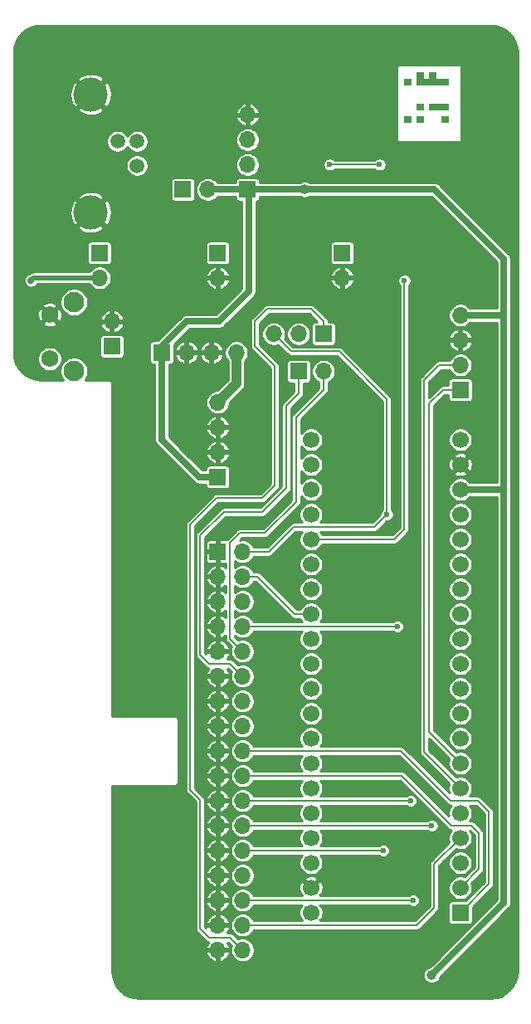
<source format=gbr>
G04 #@! TF.GenerationSoftware,KiCad,Pcbnew,(5.1.9)-1*
G04 #@! TF.CreationDate,2021-07-31T21:11:46+01:00*
G04 #@! TF.ProjectId,Greaseweazle F1 Plus Mini Rev 1.1,47726561-7365-4776-9561-7a6c65204631,1*
G04 #@! TF.SameCoordinates,PX6312cb0PY6bcb370*
G04 #@! TF.FileFunction,Copper,L2,Bot*
G04 #@! TF.FilePolarity,Positive*
%FSLAX46Y46*%
G04 Gerber Fmt 4.6, Leading zero omitted, Abs format (unit mm)*
G04 Created by KiCad (PCBNEW (5.1.9)-1) date 2021-07-31 21:11:46*
%MOMM*%
%LPD*%
G01*
G04 APERTURE LIST*
G04 #@! TA.AperFunction,EtchedComponent*
%ADD10C,0.100000*%
G04 #@! TD*
G04 #@! TA.AperFunction,ComponentPad*
%ADD11O,1.700000X1.700000*%
G04 #@! TD*
G04 #@! TA.AperFunction,ComponentPad*
%ADD12R,1.700000X1.700000*%
G04 #@! TD*
G04 #@! TA.AperFunction,ComponentPad*
%ADD13C,1.700000*%
G04 #@! TD*
G04 #@! TA.AperFunction,ComponentPad*
%ADD14C,2.100000*%
G04 #@! TD*
G04 #@! TA.AperFunction,ComponentPad*
%ADD15C,1.750000*%
G04 #@! TD*
G04 #@! TA.AperFunction,ComponentPad*
%ADD16C,4.064000*%
G04 #@! TD*
G04 #@! TA.AperFunction,ComponentPad*
%ADD17C,1.501140*%
G04 #@! TD*
G04 #@! TA.AperFunction,ComponentPad*
%ADD18C,3.500120*%
G04 #@! TD*
G04 #@! TA.AperFunction,ViaPad*
%ADD19C,0.700000*%
G04 #@! TD*
G04 #@! TA.AperFunction,ViaPad*
%ADD20C,0.600000*%
G04 #@! TD*
G04 #@! TA.AperFunction,ViaPad*
%ADD21C,1.000000*%
G04 #@! TD*
G04 #@! TA.AperFunction,Conductor*
%ADD22C,0.700000*%
G04 #@! TD*
G04 #@! TA.AperFunction,Conductor*
%ADD23C,0.200000*%
G04 #@! TD*
G04 #@! TA.AperFunction,Conductor*
%ADD24C,0.500000*%
G04 #@! TD*
G04 #@! TA.AperFunction,Conductor*
%ADD25C,1.000000*%
G04 #@! TD*
G04 #@! TA.AperFunction,Conductor*
%ADD26C,0.254000*%
G04 #@! TD*
G04 #@! TA.AperFunction,Conductor*
%ADD27C,0.100000*%
G04 #@! TD*
G04 APERTURE END LIST*
D10*
G36*
X37084000Y64770000D02*
G01*
X37719000Y64770000D01*
X37719000Y65405000D01*
X37084000Y65405000D01*
X37084000Y64770000D01*
G37*
X37084000Y64770000D02*
X37719000Y64770000D01*
X37719000Y65405000D01*
X37084000Y65405000D01*
X37084000Y64770000D01*
G36*
X34544000Y64770000D02*
G01*
X35179000Y64770000D01*
X35179000Y65405000D01*
X34544000Y65405000D01*
X34544000Y64770000D01*
G37*
X34544000Y64770000D02*
X35179000Y64770000D01*
X35179000Y65405000D01*
X34544000Y65405000D01*
X34544000Y64770000D01*
G36*
X34544000Y66040000D02*
G01*
X35179000Y66040000D01*
X35179000Y66675000D01*
X34544000Y66675000D01*
X34544000Y66040000D01*
G37*
X34544000Y66040000D02*
X35179000Y66040000D01*
X35179000Y66675000D01*
X34544000Y66675000D01*
X34544000Y66040000D01*
G36*
X35814000Y66040000D02*
G01*
X36449000Y66040000D01*
X36449000Y66675000D01*
X35814000Y66675000D01*
X35814000Y66040000D01*
G37*
X35814000Y66040000D02*
X36449000Y66040000D01*
X36449000Y66675000D01*
X35814000Y66675000D01*
X35814000Y66040000D01*
G36*
X36449000Y66040000D02*
G01*
X37084000Y66040000D01*
X37084000Y66675000D01*
X36449000Y66675000D01*
X36449000Y66040000D01*
G37*
X36449000Y66040000D02*
X37084000Y66040000D01*
X37084000Y66675000D01*
X36449000Y66675000D01*
X36449000Y66040000D01*
G36*
X37084000Y66040000D02*
G01*
X37719000Y66040000D01*
X37719000Y66675000D01*
X37084000Y66675000D01*
X37084000Y66040000D01*
G37*
X37084000Y66040000D02*
X37719000Y66040000D01*
X37719000Y66675000D01*
X37084000Y66675000D01*
X37084000Y66040000D01*
G36*
X37084000Y68580000D02*
G01*
X37719000Y68580000D01*
X37719000Y69215000D01*
X37084000Y69215000D01*
X37084000Y68580000D01*
G37*
X37084000Y68580000D02*
X37719000Y68580000D01*
X37719000Y69215000D01*
X37084000Y69215000D01*
X37084000Y68580000D01*
G36*
X36449000Y68580000D02*
G01*
X37084000Y68580000D01*
X37084000Y69215000D01*
X36449000Y69215000D01*
X36449000Y68580000D01*
G37*
X36449000Y68580000D02*
X37084000Y68580000D01*
X37084000Y69215000D01*
X36449000Y69215000D01*
X36449000Y68580000D01*
G36*
X35814000Y69215000D02*
G01*
X36449000Y69215000D01*
X36449000Y69850000D01*
X35814000Y69850000D01*
X35814000Y69215000D01*
G37*
X35814000Y69215000D02*
X36449000Y69215000D01*
X36449000Y69850000D01*
X35814000Y69850000D01*
X35814000Y69215000D01*
G36*
X35814000Y68580000D02*
G01*
X36449000Y68580000D01*
X36449000Y69215000D01*
X35814000Y69215000D01*
X35814000Y68580000D01*
G37*
X35814000Y68580000D02*
X36449000Y68580000D01*
X36449000Y69215000D01*
X35814000Y69215000D01*
X35814000Y68580000D01*
G36*
X35179000Y68580000D02*
G01*
X35814000Y68580000D01*
X35814000Y69215000D01*
X35179000Y69215000D01*
X35179000Y68580000D01*
G37*
X35179000Y68580000D02*
X35814000Y68580000D01*
X35814000Y69215000D01*
X35179000Y69215000D01*
X35179000Y68580000D01*
G36*
X34544000Y68580000D02*
G01*
X35179000Y68580000D01*
X35179000Y69215000D01*
X34544000Y69215000D01*
X34544000Y68580000D01*
G37*
X34544000Y68580000D02*
X35179000Y68580000D01*
X35179000Y69215000D01*
X34544000Y69215000D01*
X34544000Y68580000D01*
G36*
X34544000Y69215000D02*
G01*
X35179000Y69215000D01*
X35179000Y69850000D01*
X34544000Y69850000D01*
X34544000Y69215000D01*
G37*
X34544000Y69215000D02*
X35179000Y69215000D01*
X35179000Y69850000D01*
X34544000Y69850000D01*
X34544000Y69215000D01*
G36*
X33274000Y64770000D02*
G01*
X33909000Y64770000D01*
X33909000Y65405000D01*
X33274000Y65405000D01*
X33274000Y64770000D01*
G37*
X33274000Y64770000D02*
X33909000Y64770000D01*
X33909000Y65405000D01*
X33274000Y65405000D01*
X33274000Y64770000D01*
G36*
X33274000Y68580000D02*
G01*
X33909000Y68580000D01*
X33909000Y69215000D01*
X33274000Y69215000D01*
X33274000Y68580000D01*
G37*
X33274000Y68580000D02*
X33909000Y68580000D01*
X33909000Y69215000D01*
X33274000Y69215000D01*
X33274000Y68580000D01*
G36*
X33274000Y68580000D02*
G01*
X33909000Y68580000D01*
X33909000Y69215000D01*
X33274000Y69215000D01*
X33274000Y68580000D01*
G37*
X33274000Y68580000D02*
X33909000Y68580000D01*
X33909000Y69215000D01*
X33274000Y69215000D01*
X33274000Y68580000D01*
G36*
X33274000Y64770000D02*
G01*
X33909000Y64770000D01*
X33909000Y65405000D01*
X33274000Y65405000D01*
X33274000Y64770000D01*
G37*
X33274000Y64770000D02*
X33909000Y64770000D01*
X33909000Y65405000D01*
X33274000Y65405000D01*
X33274000Y64770000D01*
G36*
X34544000Y69215000D02*
G01*
X35179000Y69215000D01*
X35179000Y69850000D01*
X34544000Y69850000D01*
X34544000Y69215000D01*
G37*
X34544000Y69215000D02*
X35179000Y69215000D01*
X35179000Y69850000D01*
X34544000Y69850000D01*
X34544000Y69215000D01*
G36*
X34544000Y68580000D02*
G01*
X35179000Y68580000D01*
X35179000Y69215000D01*
X34544000Y69215000D01*
X34544000Y68580000D01*
G37*
X34544000Y68580000D02*
X35179000Y68580000D01*
X35179000Y69215000D01*
X34544000Y69215000D01*
X34544000Y68580000D01*
G36*
X35179000Y68580000D02*
G01*
X35814000Y68580000D01*
X35814000Y69215000D01*
X35179000Y69215000D01*
X35179000Y68580000D01*
G37*
X35179000Y68580000D02*
X35814000Y68580000D01*
X35814000Y69215000D01*
X35179000Y69215000D01*
X35179000Y68580000D01*
G36*
X35814000Y68580000D02*
G01*
X36449000Y68580000D01*
X36449000Y69215000D01*
X35814000Y69215000D01*
X35814000Y68580000D01*
G37*
X35814000Y68580000D02*
X36449000Y68580000D01*
X36449000Y69215000D01*
X35814000Y69215000D01*
X35814000Y68580000D01*
G36*
X35814000Y69215000D02*
G01*
X36449000Y69215000D01*
X36449000Y69850000D01*
X35814000Y69850000D01*
X35814000Y69215000D01*
G37*
X35814000Y69215000D02*
X36449000Y69215000D01*
X36449000Y69850000D01*
X35814000Y69850000D01*
X35814000Y69215000D01*
G36*
X36449000Y68580000D02*
G01*
X37084000Y68580000D01*
X37084000Y69215000D01*
X36449000Y69215000D01*
X36449000Y68580000D01*
G37*
X36449000Y68580000D02*
X37084000Y68580000D01*
X37084000Y69215000D01*
X36449000Y69215000D01*
X36449000Y68580000D01*
G36*
X37084000Y68580000D02*
G01*
X37719000Y68580000D01*
X37719000Y69215000D01*
X37084000Y69215000D01*
X37084000Y68580000D01*
G37*
X37084000Y68580000D02*
X37719000Y68580000D01*
X37719000Y69215000D01*
X37084000Y69215000D01*
X37084000Y68580000D01*
G36*
X37084000Y66040000D02*
G01*
X37719000Y66040000D01*
X37719000Y66675000D01*
X37084000Y66675000D01*
X37084000Y66040000D01*
G37*
X37084000Y66040000D02*
X37719000Y66040000D01*
X37719000Y66675000D01*
X37084000Y66675000D01*
X37084000Y66040000D01*
G36*
X36449000Y66040000D02*
G01*
X37084000Y66040000D01*
X37084000Y66675000D01*
X36449000Y66675000D01*
X36449000Y66040000D01*
G37*
X36449000Y66040000D02*
X37084000Y66040000D01*
X37084000Y66675000D01*
X36449000Y66675000D01*
X36449000Y66040000D01*
G36*
X35814000Y66040000D02*
G01*
X36449000Y66040000D01*
X36449000Y66675000D01*
X35814000Y66675000D01*
X35814000Y66040000D01*
G37*
X35814000Y66040000D02*
X36449000Y66040000D01*
X36449000Y66675000D01*
X35814000Y66675000D01*
X35814000Y66040000D01*
G36*
X34544000Y66040000D02*
G01*
X35179000Y66040000D01*
X35179000Y66675000D01*
X34544000Y66675000D01*
X34544000Y66040000D01*
G37*
X34544000Y66040000D02*
X35179000Y66040000D01*
X35179000Y66675000D01*
X34544000Y66675000D01*
X34544000Y66040000D01*
G36*
X34544000Y64770000D02*
G01*
X35179000Y64770000D01*
X35179000Y65405000D01*
X34544000Y65405000D01*
X34544000Y64770000D01*
G37*
X34544000Y64770000D02*
X35179000Y64770000D01*
X35179000Y65405000D01*
X34544000Y65405000D01*
X34544000Y64770000D01*
G36*
X37084000Y64770000D02*
G01*
X37719000Y64770000D01*
X37719000Y65405000D01*
X37084000Y65405000D01*
X37084000Y64770000D01*
G37*
X37084000Y64770000D02*
X37719000Y64770000D01*
X37719000Y65405000D01*
X37084000Y65405000D01*
X37084000Y64770000D01*
D11*
X13208000Y57912000D03*
D12*
X10668000Y57912000D03*
D11*
X16129000Y41275000D03*
X13589000Y41275000D03*
X11049000Y41275000D03*
D12*
X8509000Y41275000D03*
D11*
X25019000Y39370000D03*
D12*
X22479000Y39370000D03*
D11*
X19939000Y43180000D03*
X22479000Y43180000D03*
D12*
X25019000Y43180000D03*
D13*
X23749000Y-15875000D03*
D12*
X38989000Y-15875000D03*
D13*
X23749000Y-13335000D03*
X38989000Y-13335000D03*
X23749000Y-10795000D03*
X38989000Y-10795000D03*
X23749000Y-8255000D03*
X38989000Y-8255000D03*
X23749000Y-5715000D03*
X38989000Y-5715000D03*
X23749000Y-3175000D03*
X38989000Y-3175000D03*
X23749000Y-635000D03*
X38989000Y-635000D03*
X23749000Y1905000D03*
X38989000Y1905000D03*
X23749000Y4445000D03*
X38989000Y4445000D03*
X23749000Y6985000D03*
X38989000Y6985000D03*
X23749000Y9525000D03*
X38989000Y9525000D03*
X23749000Y12065000D03*
X38989000Y12065000D03*
X23749000Y14605000D03*
X38989000Y14605000D03*
X23749000Y17145000D03*
X38989000Y17145000D03*
X23749000Y19685000D03*
X38989000Y19685000D03*
X23749000Y22225000D03*
X38989000Y22225000D03*
X23749000Y24765000D03*
X38989000Y24765000D03*
X23749000Y27305000D03*
X38989000Y27305000D03*
X23749000Y29845000D03*
X38989000Y29845000D03*
X23749000Y32385000D03*
X38989000Y32385000D03*
D14*
X-431000Y39390000D03*
D15*
X-2921000Y40640000D03*
X-2921000Y45140000D03*
D14*
X-431000Y46400000D03*
D11*
X38989000Y45085000D03*
X38989000Y42545000D03*
X38989000Y40005000D03*
D12*
X38989000Y37465000D03*
D11*
X17272000Y65532000D03*
X17272000Y62992000D03*
X17272000Y60452000D03*
D12*
X17272000Y57912000D03*
D16*
X42114000Y-21970000D03*
X6114000Y-21970000D03*
X42114000Y72030000D03*
X-3886000Y72030000D03*
D11*
X26924000Y48895000D03*
D12*
X26924000Y51435000D03*
D11*
X14224000Y48895000D03*
D12*
X14224000Y51435000D03*
D11*
X2159000Y48895000D03*
D12*
X2159000Y51435000D03*
X14224000Y28575000D03*
D11*
X14224000Y31115000D03*
X14224000Y33655000D03*
X14224000Y36195000D03*
D12*
X3429000Y41910000D03*
D11*
X3429000Y44450000D03*
D17*
X3987800Y62839600D03*
X3987800Y60350400D03*
X5994400Y60350400D03*
X5994400Y62839600D03*
D18*
X1270000Y67614800D03*
X1270000Y55575200D03*
D12*
X14224000Y20955000D03*
D11*
X16764000Y20955000D03*
X14224000Y18415000D03*
X16764000Y18415000D03*
X14224000Y15875000D03*
X16764000Y15875000D03*
X14224000Y13335000D03*
X16764000Y13335000D03*
X14224000Y10795000D03*
X16764000Y10795000D03*
X14224000Y8255000D03*
X16764000Y8255000D03*
X14224000Y5715000D03*
X16764000Y5715000D03*
X14224000Y3175000D03*
X16764000Y3175000D03*
X14224000Y635000D03*
X16764000Y635000D03*
X14224000Y-1905000D03*
X16764000Y-1905000D03*
X14224000Y-4445000D03*
X16764000Y-4445000D03*
X14224000Y-6985000D03*
X16764000Y-6985000D03*
X14224000Y-9525000D03*
X16764000Y-9525000D03*
X14224000Y-12065000D03*
X16764000Y-12065000D03*
X14224000Y-14605000D03*
X16764000Y-14605000D03*
X14224000Y-17145000D03*
X16764000Y-17145000D03*
X14224000Y-19685000D03*
X16764000Y-19685000D03*
D19*
X37211000Y-4953000D03*
D20*
X19812000Y14605000D03*
D21*
X23114000Y57912000D03*
X36068004Y-22225000D03*
D20*
X34163000Y-14605000D03*
X31115000Y-9525000D03*
X36068000Y-6985000D03*
X33909000Y-4445000D03*
X32546999Y13335000D03*
X31496000Y24765000D03*
X33274000Y48641000D03*
X25654000Y60452000D03*
X30734000Y60452000D03*
D19*
X-4826000Y48640990D03*
D22*
X36322000Y57912000D02*
X43434000Y50800000D01*
X38989000Y45085000D02*
X43307000Y45085000D01*
X43307000Y45085000D02*
X43434000Y45212000D01*
X43434000Y50800000D02*
X43434000Y45212000D01*
X23114000Y57912000D02*
X36322000Y57912000D01*
X38989000Y27305000D02*
X43434000Y27305000D01*
X43434000Y45212000D02*
X43434000Y27305000D01*
X36568003Y-21725001D02*
X36068004Y-22225000D01*
X43434000Y-14859004D02*
X36568003Y-21725001D01*
X43434000Y27305000D02*
X43434000Y-14859004D01*
X8509000Y32385000D02*
X8509000Y41275000D01*
X12319000Y28575000D02*
X8509000Y32385000D01*
X14224000Y28575000D02*
X12319000Y28575000D01*
X17272000Y57912000D02*
X23114000Y57912000D01*
X17399000Y57785000D02*
X17272000Y57912000D01*
X17399000Y47498000D02*
X17399000Y57785000D01*
X14351000Y44450000D02*
X17399000Y47498000D01*
X11049000Y44450000D02*
X14351000Y44450000D01*
X8509000Y41910000D02*
X11049000Y44450000D01*
X8509000Y41275000D02*
X8509000Y41910000D01*
X13335000Y57912000D02*
X17272000Y57912000D01*
D23*
X34544000Y-17145000D02*
X16764000Y-17145000D01*
X36322000Y-15367000D02*
X34544000Y-17145000D01*
X36322000Y-10922000D02*
X36322000Y-15367000D01*
X38989000Y-8255000D02*
X36322000Y-10922000D01*
X16764000Y-14605000D02*
X34163000Y-14605000D01*
X16764000Y-9525000D02*
X31115000Y-9525000D01*
X16764000Y-6985000D02*
X36068000Y-6985000D01*
X16764000Y-4445000D02*
X33909000Y-4445000D01*
X17966081Y-1905000D02*
X16764000Y-1905000D01*
X33020000Y-1905000D02*
X17966081Y-1905000D01*
X38100000Y-6985000D02*
X33020000Y-1905000D01*
X40132000Y-6985000D02*
X38100000Y-6985000D01*
X40894000Y-7747000D02*
X40132000Y-6985000D01*
X40894000Y-11430000D02*
X40894000Y-7747000D01*
X38989000Y-13335000D02*
X40894000Y-11430000D01*
X22987000Y635000D02*
X16764000Y635000D01*
X32893000Y635000D02*
X22987000Y635000D01*
X37973000Y-4445000D02*
X32893000Y635000D01*
X40767000Y-4445000D02*
X37973000Y-4445000D01*
X41910000Y-5588000D02*
X40767000Y-4445000D01*
X41910000Y-12954000D02*
X41910000Y-5588000D01*
X38989000Y-15875000D02*
X41910000Y-12954000D01*
X16764000Y13335000D02*
X32546999Y13335000D01*
X26594002Y41402000D02*
X31496000Y36500002D01*
X31496000Y36500002D02*
X31496000Y24765000D01*
X21717000Y41402000D02*
X26594002Y41402000D01*
X19939000Y43180000D02*
X21717000Y41402000D01*
X19431000Y20955000D02*
X16764000Y20955000D01*
X21971000Y23495000D02*
X19431000Y20955000D01*
X30226000Y23495000D02*
X21971000Y23495000D01*
X31496000Y24765000D02*
X30226000Y23495000D01*
X33274000Y23241000D02*
X33274000Y48641000D01*
X32258000Y22225000D02*
X33274000Y23241000D01*
X23749000Y22225000D02*
X32258000Y22225000D01*
X35814000Y2540000D02*
X38989000Y-635000D01*
X35814000Y36068000D02*
X35814000Y2540000D01*
X37211000Y37465000D02*
X35814000Y36068000D01*
X38989000Y37465000D02*
X37211000Y37465000D01*
X35306000Y508000D02*
X38989000Y-3175000D01*
X35306000Y38481000D02*
X35306000Y508000D01*
X36830000Y40005000D02*
X35306000Y38481000D01*
X38989000Y40005000D02*
X36830000Y40005000D01*
X26078264Y60452000D02*
X30734000Y60452000D01*
X25654000Y60452000D02*
X26078264Y60452000D01*
D24*
X2159000Y48895000D02*
X-4571990Y48895000D01*
X-4571990Y48895000D02*
X-4826000Y48640990D01*
D23*
X18288000Y18415000D02*
X16764000Y18415000D01*
X22098000Y14605000D02*
X18288000Y18415000D01*
X23749000Y14605000D02*
X22098000Y14605000D01*
X15494000Y12065000D02*
X16764000Y10795000D01*
X15494000Y21844000D02*
X15494000Y12065000D01*
X16510000Y22860000D02*
X15494000Y21844000D01*
X19050000Y22860000D02*
X16510000Y22860000D01*
X22225000Y26035000D02*
X19050000Y22860000D01*
X22225000Y34671000D02*
X22225000Y26035000D01*
X25019000Y37465000D02*
X22225000Y34671000D01*
X25019000Y39370000D02*
X25019000Y37465000D01*
X15494000Y9525000D02*
X16764000Y8255000D01*
X13335000Y9525000D02*
X15494000Y9525000D01*
X12446000Y10414000D02*
X13335000Y9525000D01*
X12446000Y22606000D02*
X12446000Y10414000D01*
X14859000Y25019000D02*
X12446000Y22606000D01*
X18796000Y25019000D02*
X14859000Y25019000D01*
X21209000Y27432000D02*
X18796000Y25019000D01*
X21209000Y35814000D02*
X21209000Y27432000D01*
X22479000Y37084000D02*
X21209000Y35814000D01*
X22479000Y39370000D02*
X22479000Y37084000D01*
D25*
X16129000Y38100000D02*
X16129000Y41275000D01*
X14224000Y36195000D02*
X16129000Y38100000D01*
D23*
X13335000Y-18415000D02*
X15494000Y-18415000D01*
X25019000Y43180000D02*
X25019000Y44450000D01*
X25019000Y44450000D02*
X23749000Y45720000D01*
X23749000Y45720000D02*
X19304000Y45720000D01*
X19304000Y45720000D02*
X18034000Y44450000D01*
X18796000Y26416000D02*
X14097000Y26416000D01*
X12446000Y-17526000D02*
X13335000Y-18415000D01*
X18034000Y44450000D02*
X18034000Y41910000D01*
X20066000Y27686000D02*
X18796000Y26416000D01*
X15494000Y-18415000D02*
X16764000Y-19685000D01*
X18034000Y41910000D02*
X20066000Y39878000D01*
X14097000Y26416000D02*
X11430000Y23749000D01*
X11430000Y-3353002D02*
X12446000Y-4369002D01*
X12446000Y-4369002D02*
X12446000Y-17526000D01*
X20066000Y39878000D02*
X20066000Y27686000D01*
X11430000Y23749000D02*
X11430000Y-3353002D01*
D26*
X42574454Y74596356D02*
X43091440Y74440268D01*
X43568262Y74186738D01*
X43986760Y73845419D01*
X44330992Y73429314D01*
X44587845Y72954276D01*
X44747536Y72438395D01*
X44805996Y71882187D01*
X44806000Y71881174D01*
X44806001Y-21824157D01*
X44751356Y-22381473D01*
X44595268Y-22898460D01*
X44341737Y-23375283D01*
X44000419Y-23793780D01*
X43584314Y-24138012D01*
X43109274Y-24394866D01*
X42593395Y-24554556D01*
X42037188Y-24613016D01*
X42035890Y-24613021D01*
X6242853Y-24613000D01*
X5685547Y-24558356D01*
X5168560Y-24402268D01*
X4691737Y-24148737D01*
X4273240Y-23807419D01*
X3929008Y-23391314D01*
X3672154Y-22916274D01*
X3512464Y-22400395D01*
X3454004Y-21844188D01*
X3454000Y-21843166D01*
X3454000Y-20001980D01*
X13034511Y-20001980D01*
X13058866Y-20082288D01*
X13158761Y-20301961D01*
X13299592Y-20497924D01*
X13475948Y-20662647D01*
X13681051Y-20789799D01*
X13907019Y-20874495D01*
X14097000Y-20814187D01*
X14097000Y-19812000D01*
X14351000Y-19812000D01*
X14351000Y-20814187D01*
X14540981Y-20874495D01*
X14766949Y-20789799D01*
X14972052Y-20662647D01*
X15148408Y-20497924D01*
X15289239Y-20301961D01*
X15389134Y-20082288D01*
X15413489Y-20001980D01*
X15352627Y-19812000D01*
X14351000Y-19812000D01*
X14097000Y-19812000D01*
X13095373Y-19812000D01*
X13034511Y-20001980D01*
X3454000Y-20001980D01*
X3454000Y-2946000D01*
X9759059Y-2946000D01*
X9779000Y-2947964D01*
X9798940Y-2946000D01*
X9798941Y-2946000D01*
X9858590Y-2940125D01*
X9935121Y-2916910D01*
X10005653Y-2879210D01*
X10067474Y-2828474D01*
X10118210Y-2766653D01*
X10155910Y-2696121D01*
X10179125Y-2619590D01*
X10186964Y-2540000D01*
X10185000Y-2520059D01*
X10185000Y3790059D01*
X10186964Y3810000D01*
X10179125Y3889590D01*
X10155910Y3966121D01*
X10118210Y4036653D01*
X10067474Y4098474D01*
X10005653Y4149210D01*
X9935121Y4186910D01*
X9858590Y4210125D01*
X9798941Y4216000D01*
X9779000Y4217964D01*
X9759060Y4216000D01*
X3454000Y4216000D01*
X3454000Y23749000D01*
X10946673Y23749000D01*
X10949000Y23725374D01*
X10949001Y-3329366D01*
X10946673Y-3353002D01*
X10955960Y-3447294D01*
X10977034Y-3516764D01*
X10983465Y-3537963D01*
X11028129Y-3621524D01*
X11088237Y-3694766D01*
X11106589Y-3709827D01*
X11965000Y-4568239D01*
X11965001Y-17502364D01*
X11962673Y-17526000D01*
X11971960Y-17620292D01*
X11999465Y-17710961D01*
X12044129Y-17794522D01*
X12104237Y-17867764D01*
X12122589Y-17882825D01*
X12978175Y-18738411D01*
X12993236Y-18756764D01*
X13066478Y-18816872D01*
X13150039Y-18861536D01*
X13213203Y-18880696D01*
X13240707Y-18889040D01*
X13284314Y-18893335D01*
X13158761Y-19068039D01*
X13058866Y-19287712D01*
X13034511Y-19368020D01*
X13095373Y-19558000D01*
X14097000Y-19558000D01*
X14097000Y-19538000D01*
X14351000Y-19538000D01*
X14351000Y-19558000D01*
X15352627Y-19558000D01*
X15413489Y-19368020D01*
X15389134Y-19287712D01*
X15289239Y-19068039D01*
X15165601Y-18896000D01*
X15294764Y-18896000D01*
X15622597Y-19223833D01*
X15580307Y-19325931D01*
X15533000Y-19563757D01*
X15533000Y-19806243D01*
X15580307Y-20044069D01*
X15673102Y-20268097D01*
X15807820Y-20469717D01*
X15979283Y-20641180D01*
X16180903Y-20775898D01*
X16404931Y-20868693D01*
X16642757Y-20916000D01*
X16885243Y-20916000D01*
X17123069Y-20868693D01*
X17347097Y-20775898D01*
X17548717Y-20641180D01*
X17720180Y-20469717D01*
X17854898Y-20268097D01*
X17947693Y-20044069D01*
X17995000Y-19806243D01*
X17995000Y-19563757D01*
X17947693Y-19325931D01*
X17854898Y-19101903D01*
X17720180Y-18900283D01*
X17548717Y-18728820D01*
X17347097Y-18594102D01*
X17123069Y-18501307D01*
X16885243Y-18454000D01*
X16642757Y-18454000D01*
X16404931Y-18501307D01*
X16302833Y-18543597D01*
X15850830Y-18091594D01*
X15835764Y-18073236D01*
X15762522Y-18013128D01*
X15678961Y-17968464D01*
X15588292Y-17940960D01*
X15517626Y-17934000D01*
X15494000Y-17931673D01*
X15470374Y-17934000D01*
X15165601Y-17934000D01*
X15289239Y-17761961D01*
X15389134Y-17542288D01*
X15413489Y-17461980D01*
X15352627Y-17272000D01*
X14351000Y-17272000D01*
X14351000Y-17292000D01*
X14097000Y-17292000D01*
X14097000Y-17272000D01*
X13095373Y-17272000D01*
X13041233Y-17440997D01*
X12927000Y-17326764D01*
X12927000Y-16828020D01*
X13034511Y-16828020D01*
X13095373Y-17018000D01*
X14097000Y-17018000D01*
X14097000Y-16015813D01*
X14351000Y-16015813D01*
X14351000Y-17018000D01*
X15352627Y-17018000D01*
X15413489Y-16828020D01*
X15389134Y-16747712D01*
X15289239Y-16528039D01*
X15148408Y-16332076D01*
X14972052Y-16167353D01*
X14766949Y-16040201D01*
X14540981Y-15955505D01*
X14351000Y-16015813D01*
X14097000Y-16015813D01*
X13907019Y-15955505D01*
X13681051Y-16040201D01*
X13475948Y-16167353D01*
X13299592Y-16332076D01*
X13158761Y-16528039D01*
X13058866Y-16747712D01*
X13034511Y-16828020D01*
X12927000Y-16828020D01*
X12927000Y-14921980D01*
X13034511Y-14921980D01*
X13058866Y-15002288D01*
X13158761Y-15221961D01*
X13299592Y-15417924D01*
X13475948Y-15582647D01*
X13681051Y-15709799D01*
X13907019Y-15794495D01*
X14097000Y-15734187D01*
X14097000Y-14732000D01*
X14351000Y-14732000D01*
X14351000Y-15734187D01*
X14540981Y-15794495D01*
X14766949Y-15709799D01*
X14972052Y-15582647D01*
X15148408Y-15417924D01*
X15289239Y-15221961D01*
X15389134Y-15002288D01*
X15413489Y-14921980D01*
X15352627Y-14732000D01*
X14351000Y-14732000D01*
X14097000Y-14732000D01*
X13095373Y-14732000D01*
X13034511Y-14921980D01*
X12927000Y-14921980D01*
X12927000Y-14288020D01*
X13034511Y-14288020D01*
X13095373Y-14478000D01*
X14097000Y-14478000D01*
X14097000Y-13475813D01*
X14351000Y-13475813D01*
X14351000Y-14478000D01*
X15352627Y-14478000D01*
X15413489Y-14288020D01*
X15389134Y-14207712D01*
X15289239Y-13988039D01*
X15148408Y-13792076D01*
X14972052Y-13627353D01*
X14766949Y-13500201D01*
X14540981Y-13415505D01*
X14351000Y-13475813D01*
X14097000Y-13475813D01*
X13907019Y-13415505D01*
X13681051Y-13500201D01*
X13475948Y-13627353D01*
X13299592Y-13792076D01*
X13158761Y-13988039D01*
X13058866Y-14207712D01*
X13034511Y-14288020D01*
X12927000Y-14288020D01*
X12927000Y-12381980D01*
X13034511Y-12381980D01*
X13058866Y-12462288D01*
X13158761Y-12681961D01*
X13299592Y-12877924D01*
X13475948Y-13042647D01*
X13681051Y-13169799D01*
X13907019Y-13254495D01*
X14097000Y-13194187D01*
X14097000Y-12192000D01*
X14351000Y-12192000D01*
X14351000Y-13194187D01*
X14540981Y-13254495D01*
X14766949Y-13169799D01*
X14972052Y-13042647D01*
X15148408Y-12877924D01*
X15289239Y-12681961D01*
X15389134Y-12462288D01*
X15413489Y-12381980D01*
X15352627Y-12192000D01*
X14351000Y-12192000D01*
X14097000Y-12192000D01*
X13095373Y-12192000D01*
X13034511Y-12381980D01*
X12927000Y-12381980D01*
X12927000Y-11943757D01*
X15533000Y-11943757D01*
X15533000Y-12186243D01*
X15580307Y-12424069D01*
X15673102Y-12648097D01*
X15807820Y-12849717D01*
X15979283Y-13021180D01*
X16180903Y-13155898D01*
X16404931Y-13248693D01*
X16642757Y-13296000D01*
X16885243Y-13296000D01*
X17123069Y-13248693D01*
X17347097Y-13155898D01*
X17548717Y-13021180D01*
X17720180Y-12849717D01*
X17854898Y-12648097D01*
X17939892Y-12442900D01*
X23036505Y-12442900D01*
X23749000Y-13155395D01*
X24461495Y-12442900D01*
X24369477Y-12264922D01*
X24148793Y-12164434D01*
X23912745Y-12108931D01*
X23670404Y-12100544D01*
X23431083Y-12139598D01*
X23203980Y-12224589D01*
X23128523Y-12264922D01*
X23036505Y-12442900D01*
X17939892Y-12442900D01*
X17947693Y-12424069D01*
X17995000Y-12186243D01*
X17995000Y-11943757D01*
X17947693Y-11705931D01*
X17854898Y-11481903D01*
X17720180Y-11280283D01*
X17548717Y-11108820D01*
X17347097Y-10974102D01*
X17123069Y-10881307D01*
X16885243Y-10834000D01*
X16642757Y-10834000D01*
X16404931Y-10881307D01*
X16180903Y-10974102D01*
X15979283Y-11108820D01*
X15807820Y-11280283D01*
X15673102Y-11481903D01*
X15580307Y-11705931D01*
X15533000Y-11943757D01*
X12927000Y-11943757D01*
X12927000Y-11748020D01*
X13034511Y-11748020D01*
X13095373Y-11938000D01*
X14097000Y-11938000D01*
X14097000Y-10935813D01*
X14351000Y-10935813D01*
X14351000Y-11938000D01*
X15352627Y-11938000D01*
X15413489Y-11748020D01*
X15389134Y-11667712D01*
X15289239Y-11448039D01*
X15148408Y-11252076D01*
X14972052Y-11087353D01*
X14766949Y-10960201D01*
X14540981Y-10875505D01*
X14351000Y-10935813D01*
X14097000Y-10935813D01*
X13907019Y-10875505D01*
X13681051Y-10960201D01*
X13475948Y-11087353D01*
X13299592Y-11252076D01*
X13158761Y-11448039D01*
X13058866Y-11667712D01*
X13034511Y-11748020D01*
X12927000Y-11748020D01*
X12927000Y-9841980D01*
X13034511Y-9841980D01*
X13058866Y-9922288D01*
X13158761Y-10141961D01*
X13299592Y-10337924D01*
X13475948Y-10502647D01*
X13681051Y-10629799D01*
X13907019Y-10714495D01*
X14097000Y-10654187D01*
X14097000Y-9652000D01*
X14351000Y-9652000D01*
X14351000Y-10654187D01*
X14540981Y-10714495D01*
X14766949Y-10629799D01*
X14972052Y-10502647D01*
X15148408Y-10337924D01*
X15289239Y-10141961D01*
X15389134Y-9922288D01*
X15413489Y-9841980D01*
X15352627Y-9652000D01*
X14351000Y-9652000D01*
X14097000Y-9652000D01*
X13095373Y-9652000D01*
X13034511Y-9841980D01*
X12927000Y-9841980D01*
X12927000Y-9208020D01*
X13034511Y-9208020D01*
X13095373Y-9398000D01*
X14097000Y-9398000D01*
X14097000Y-8395813D01*
X14351000Y-8395813D01*
X14351000Y-9398000D01*
X15352627Y-9398000D01*
X15413489Y-9208020D01*
X15389134Y-9127712D01*
X15289239Y-8908039D01*
X15148408Y-8712076D01*
X14972052Y-8547353D01*
X14766949Y-8420201D01*
X14540981Y-8335505D01*
X14351000Y-8395813D01*
X14097000Y-8395813D01*
X13907019Y-8335505D01*
X13681051Y-8420201D01*
X13475948Y-8547353D01*
X13299592Y-8712076D01*
X13158761Y-8908039D01*
X13058866Y-9127712D01*
X13034511Y-9208020D01*
X12927000Y-9208020D01*
X12927000Y-7301980D01*
X13034511Y-7301980D01*
X13058866Y-7382288D01*
X13158761Y-7601961D01*
X13299592Y-7797924D01*
X13475948Y-7962647D01*
X13681051Y-8089799D01*
X13907019Y-8174495D01*
X14097000Y-8114187D01*
X14097000Y-7112000D01*
X14351000Y-7112000D01*
X14351000Y-8114187D01*
X14540981Y-8174495D01*
X14766949Y-8089799D01*
X14972052Y-7962647D01*
X15148408Y-7797924D01*
X15289239Y-7601961D01*
X15389134Y-7382288D01*
X15413489Y-7301980D01*
X15352627Y-7112000D01*
X14351000Y-7112000D01*
X14097000Y-7112000D01*
X13095373Y-7112000D01*
X13034511Y-7301980D01*
X12927000Y-7301980D01*
X12927000Y-6668020D01*
X13034511Y-6668020D01*
X13095373Y-6858000D01*
X14097000Y-6858000D01*
X14097000Y-5855813D01*
X14351000Y-5855813D01*
X14351000Y-6858000D01*
X15352627Y-6858000D01*
X15413489Y-6668020D01*
X15389134Y-6587712D01*
X15289239Y-6368039D01*
X15148408Y-6172076D01*
X14972052Y-6007353D01*
X14766949Y-5880201D01*
X14540981Y-5795505D01*
X14351000Y-5855813D01*
X14097000Y-5855813D01*
X13907019Y-5795505D01*
X13681051Y-5880201D01*
X13475948Y-6007353D01*
X13299592Y-6172076D01*
X13158761Y-6368039D01*
X13058866Y-6587712D01*
X13034511Y-6668020D01*
X12927000Y-6668020D01*
X12927000Y-4761980D01*
X13034511Y-4761980D01*
X13058866Y-4842288D01*
X13158761Y-5061961D01*
X13299592Y-5257924D01*
X13475948Y-5422647D01*
X13681051Y-5549799D01*
X13907019Y-5634495D01*
X14097000Y-5574187D01*
X14097000Y-4572000D01*
X14351000Y-4572000D01*
X14351000Y-5574187D01*
X14540981Y-5634495D01*
X14766949Y-5549799D01*
X14972052Y-5422647D01*
X15148408Y-5257924D01*
X15289239Y-5061961D01*
X15389134Y-4842288D01*
X15413489Y-4761980D01*
X15352627Y-4572000D01*
X14351000Y-4572000D01*
X14097000Y-4572000D01*
X13095373Y-4572000D01*
X13034511Y-4761980D01*
X12927000Y-4761980D01*
X12927000Y-4392628D01*
X12929327Y-4369002D01*
X12920040Y-4274709D01*
X12892536Y-4184042D01*
X12892536Y-4184041D01*
X12862593Y-4128020D01*
X13034511Y-4128020D01*
X13095373Y-4318000D01*
X14097000Y-4318000D01*
X14097000Y-3315813D01*
X14351000Y-3315813D01*
X14351000Y-4318000D01*
X15352627Y-4318000D01*
X15413489Y-4128020D01*
X15389134Y-4047712D01*
X15289239Y-3828039D01*
X15148408Y-3632076D01*
X14972052Y-3467353D01*
X14766949Y-3340201D01*
X14540981Y-3255505D01*
X14351000Y-3315813D01*
X14097000Y-3315813D01*
X13907019Y-3255505D01*
X13681051Y-3340201D01*
X13475948Y-3467353D01*
X13299592Y-3632076D01*
X13158761Y-3828039D01*
X13058866Y-4047712D01*
X13034511Y-4128020D01*
X12862593Y-4128020D01*
X12847872Y-4100480D01*
X12787764Y-4027238D01*
X12769411Y-4012177D01*
X11911000Y-3153766D01*
X11911000Y-2221980D01*
X13034511Y-2221980D01*
X13058866Y-2302288D01*
X13158761Y-2521961D01*
X13299592Y-2717924D01*
X13475948Y-2882647D01*
X13681051Y-3009799D01*
X13907019Y-3094495D01*
X14097000Y-3034187D01*
X14097000Y-2032000D01*
X14351000Y-2032000D01*
X14351000Y-3034187D01*
X14540981Y-3094495D01*
X14766949Y-3009799D01*
X14972052Y-2882647D01*
X15148408Y-2717924D01*
X15289239Y-2521961D01*
X15389134Y-2302288D01*
X15413489Y-2221980D01*
X15352627Y-2032000D01*
X14351000Y-2032000D01*
X14097000Y-2032000D01*
X13095373Y-2032000D01*
X13034511Y-2221980D01*
X11911000Y-2221980D01*
X11911000Y-1588020D01*
X13034511Y-1588020D01*
X13095373Y-1778000D01*
X14097000Y-1778000D01*
X14097000Y-775813D01*
X14351000Y-775813D01*
X14351000Y-1778000D01*
X15352627Y-1778000D01*
X15413489Y-1588020D01*
X15389134Y-1507712D01*
X15289239Y-1288039D01*
X15148408Y-1092076D01*
X14972052Y-927353D01*
X14766949Y-800201D01*
X14540981Y-715505D01*
X14351000Y-775813D01*
X14097000Y-775813D01*
X13907019Y-715505D01*
X13681051Y-800201D01*
X13475948Y-927353D01*
X13299592Y-1092076D01*
X13158761Y-1288039D01*
X13058866Y-1507712D01*
X13034511Y-1588020D01*
X11911000Y-1588020D01*
X11911000Y318020D01*
X13034511Y318020D01*
X13058866Y237712D01*
X13158761Y18039D01*
X13299592Y-177924D01*
X13475948Y-342647D01*
X13681051Y-469799D01*
X13907019Y-554495D01*
X14097000Y-494187D01*
X14097000Y508000D01*
X14351000Y508000D01*
X14351000Y-494187D01*
X14540981Y-554495D01*
X14766949Y-469799D01*
X14972052Y-342647D01*
X15148408Y-177924D01*
X15289239Y18039D01*
X15389134Y237712D01*
X15413489Y318020D01*
X15352627Y508000D01*
X14351000Y508000D01*
X14097000Y508000D01*
X13095373Y508000D01*
X13034511Y318020D01*
X11911000Y318020D01*
X11911000Y756243D01*
X15533000Y756243D01*
X15533000Y513757D01*
X15580307Y275931D01*
X15673102Y51903D01*
X15807820Y-149717D01*
X15979283Y-321180D01*
X16180903Y-455898D01*
X16404931Y-548693D01*
X16642757Y-596000D01*
X16885243Y-596000D01*
X17123069Y-548693D01*
X17347097Y-455898D01*
X17548717Y-321180D01*
X17720180Y-149717D01*
X17854898Y51903D01*
X17897188Y154000D01*
X22797103Y154000D01*
X22792820Y149717D01*
X22658102Y-51903D01*
X22565307Y-275931D01*
X22518000Y-513757D01*
X22518000Y-756243D01*
X22565307Y-994069D01*
X22658102Y-1218097D01*
X22792820Y-1419717D01*
X22797103Y-1424000D01*
X17897188Y-1424000D01*
X17854898Y-1321903D01*
X17720180Y-1120283D01*
X17548717Y-948820D01*
X17347097Y-814102D01*
X17123069Y-721307D01*
X16885243Y-674000D01*
X16642757Y-674000D01*
X16404931Y-721307D01*
X16180903Y-814102D01*
X15979283Y-948820D01*
X15807820Y-1120283D01*
X15673102Y-1321903D01*
X15580307Y-1545931D01*
X15533000Y-1783757D01*
X15533000Y-2026243D01*
X15580307Y-2264069D01*
X15673102Y-2488097D01*
X15807820Y-2689717D01*
X15979283Y-2861180D01*
X16180903Y-2995898D01*
X16404931Y-3088693D01*
X16642757Y-3136000D01*
X16885243Y-3136000D01*
X17123069Y-3088693D01*
X17347097Y-2995898D01*
X17548717Y-2861180D01*
X17720180Y-2689717D01*
X17854898Y-2488097D01*
X17897188Y-2386000D01*
X22797103Y-2386000D01*
X22792820Y-2390283D01*
X22658102Y-2591903D01*
X22565307Y-2815931D01*
X22518000Y-3053757D01*
X22518000Y-3296243D01*
X22565307Y-3534069D01*
X22658102Y-3758097D01*
X22792820Y-3959717D01*
X22797103Y-3964000D01*
X17897188Y-3964000D01*
X17854898Y-3861903D01*
X17720180Y-3660283D01*
X17548717Y-3488820D01*
X17347097Y-3354102D01*
X17123069Y-3261307D01*
X16885243Y-3214000D01*
X16642757Y-3214000D01*
X16404931Y-3261307D01*
X16180903Y-3354102D01*
X15979283Y-3488820D01*
X15807820Y-3660283D01*
X15673102Y-3861903D01*
X15580307Y-4085931D01*
X15533000Y-4323757D01*
X15533000Y-4566243D01*
X15580307Y-4804069D01*
X15673102Y-5028097D01*
X15807820Y-5229717D01*
X15979283Y-5401180D01*
X16180903Y-5535898D01*
X16404931Y-5628693D01*
X16642757Y-5676000D01*
X16885243Y-5676000D01*
X17123069Y-5628693D01*
X17347097Y-5535898D01*
X17548717Y-5401180D01*
X17720180Y-5229717D01*
X17854898Y-5028097D01*
X17897188Y-4926000D01*
X22797103Y-4926000D01*
X22792820Y-4930283D01*
X22658102Y-5131903D01*
X22565307Y-5355931D01*
X22518000Y-5593757D01*
X22518000Y-5836243D01*
X22565307Y-6074069D01*
X22658102Y-6298097D01*
X22792820Y-6499717D01*
X22797103Y-6504000D01*
X17897188Y-6504000D01*
X17854898Y-6401903D01*
X17720180Y-6200283D01*
X17548717Y-6028820D01*
X17347097Y-5894102D01*
X17123069Y-5801307D01*
X16885243Y-5754000D01*
X16642757Y-5754000D01*
X16404931Y-5801307D01*
X16180903Y-5894102D01*
X15979283Y-6028820D01*
X15807820Y-6200283D01*
X15673102Y-6401903D01*
X15580307Y-6625931D01*
X15533000Y-6863757D01*
X15533000Y-7106243D01*
X15580307Y-7344069D01*
X15673102Y-7568097D01*
X15807820Y-7769717D01*
X15979283Y-7941180D01*
X16180903Y-8075898D01*
X16404931Y-8168693D01*
X16642757Y-8216000D01*
X16885243Y-8216000D01*
X17123069Y-8168693D01*
X17347097Y-8075898D01*
X17548717Y-7941180D01*
X17720180Y-7769717D01*
X17854898Y-7568097D01*
X17897188Y-7466000D01*
X22797103Y-7466000D01*
X22792820Y-7470283D01*
X22658102Y-7671903D01*
X22565307Y-7895931D01*
X22518000Y-8133757D01*
X22518000Y-8376243D01*
X22565307Y-8614069D01*
X22658102Y-8838097D01*
X22792820Y-9039717D01*
X22797103Y-9044000D01*
X17897188Y-9044000D01*
X17854898Y-8941903D01*
X17720180Y-8740283D01*
X17548717Y-8568820D01*
X17347097Y-8434102D01*
X17123069Y-8341307D01*
X16885243Y-8294000D01*
X16642757Y-8294000D01*
X16404931Y-8341307D01*
X16180903Y-8434102D01*
X15979283Y-8568820D01*
X15807820Y-8740283D01*
X15673102Y-8941903D01*
X15580307Y-9165931D01*
X15533000Y-9403757D01*
X15533000Y-9646243D01*
X15580307Y-9884069D01*
X15673102Y-10108097D01*
X15807820Y-10309717D01*
X15979283Y-10481180D01*
X16180903Y-10615898D01*
X16404931Y-10708693D01*
X16642757Y-10756000D01*
X16885243Y-10756000D01*
X17123069Y-10708693D01*
X17347097Y-10615898D01*
X17548717Y-10481180D01*
X17720180Y-10309717D01*
X17854898Y-10108097D01*
X17897188Y-10006000D01*
X22797103Y-10006000D01*
X22792820Y-10010283D01*
X22658102Y-10211903D01*
X22565307Y-10435931D01*
X22518000Y-10673757D01*
X22518000Y-10916243D01*
X22565307Y-11154069D01*
X22658102Y-11378097D01*
X22792820Y-11579717D01*
X22964283Y-11751180D01*
X23165903Y-11885898D01*
X23389931Y-11978693D01*
X23627757Y-12026000D01*
X23870243Y-12026000D01*
X24108069Y-11978693D01*
X24332097Y-11885898D01*
X24533717Y-11751180D01*
X24705180Y-11579717D01*
X24839898Y-11378097D01*
X24932693Y-11154069D01*
X24980000Y-10916243D01*
X24980000Y-10673757D01*
X24932693Y-10435931D01*
X24839898Y-10211903D01*
X24705180Y-10010283D01*
X24700897Y-10006000D01*
X30632921Y-10006000D01*
X30680888Y-10053967D01*
X30792426Y-10128494D01*
X30916360Y-10179829D01*
X31047927Y-10206000D01*
X31182073Y-10206000D01*
X31313640Y-10179829D01*
X31437574Y-10128494D01*
X31549112Y-10053967D01*
X31643967Y-9959112D01*
X31718494Y-9847574D01*
X31769829Y-9723640D01*
X31796000Y-9592073D01*
X31796000Y-9457927D01*
X31769829Y-9326360D01*
X31718494Y-9202426D01*
X31643967Y-9090888D01*
X31549112Y-8996033D01*
X31437574Y-8921506D01*
X31313640Y-8870171D01*
X31182073Y-8844000D01*
X31047927Y-8844000D01*
X30916360Y-8870171D01*
X30792426Y-8921506D01*
X30680888Y-8996033D01*
X30632921Y-9044000D01*
X24700897Y-9044000D01*
X24705180Y-9039717D01*
X24839898Y-8838097D01*
X24932693Y-8614069D01*
X24980000Y-8376243D01*
X24980000Y-8133757D01*
X24932693Y-7895931D01*
X24839898Y-7671903D01*
X24705180Y-7470283D01*
X24700897Y-7466000D01*
X35585921Y-7466000D01*
X35633888Y-7513967D01*
X35745426Y-7588494D01*
X35869360Y-7639829D01*
X36000927Y-7666000D01*
X36135073Y-7666000D01*
X36266640Y-7639829D01*
X36390574Y-7588494D01*
X36502112Y-7513967D01*
X36596967Y-7419112D01*
X36671494Y-7307574D01*
X36722829Y-7183640D01*
X36749000Y-7052073D01*
X36749000Y-6917927D01*
X36722829Y-6786360D01*
X36671494Y-6662426D01*
X36596967Y-6550888D01*
X36502112Y-6456033D01*
X36390574Y-6381506D01*
X36266640Y-6330171D01*
X36135073Y-6304000D01*
X36000927Y-6304000D01*
X35869360Y-6330171D01*
X35745426Y-6381506D01*
X35633888Y-6456033D01*
X35585921Y-6504000D01*
X24700897Y-6504000D01*
X24705180Y-6499717D01*
X24839898Y-6298097D01*
X24932693Y-6074069D01*
X24980000Y-5836243D01*
X24980000Y-5593757D01*
X24932693Y-5355931D01*
X24839898Y-5131903D01*
X24705180Y-4930283D01*
X24700897Y-4926000D01*
X33426921Y-4926000D01*
X33474888Y-4973967D01*
X33586426Y-5048494D01*
X33710360Y-5099829D01*
X33841927Y-5126000D01*
X33976073Y-5126000D01*
X34107640Y-5099829D01*
X34231574Y-5048494D01*
X34343112Y-4973967D01*
X34437967Y-4879112D01*
X34512494Y-4767574D01*
X34563829Y-4643640D01*
X34590000Y-4512073D01*
X34590000Y-4377927D01*
X34563829Y-4246360D01*
X34512494Y-4122426D01*
X34437967Y-4010888D01*
X34343112Y-3916033D01*
X34231574Y-3841506D01*
X34107640Y-3790171D01*
X33976073Y-3764000D01*
X33841927Y-3764000D01*
X33710360Y-3790171D01*
X33586426Y-3841506D01*
X33474888Y-3916033D01*
X33426921Y-3964000D01*
X24700897Y-3964000D01*
X24705180Y-3959717D01*
X24839898Y-3758097D01*
X24932693Y-3534069D01*
X24980000Y-3296243D01*
X24980000Y-3053757D01*
X24932693Y-2815931D01*
X24839898Y-2591903D01*
X24705180Y-2390283D01*
X24700897Y-2386000D01*
X32820764Y-2386000D01*
X37743175Y-7308412D01*
X37758236Y-7326764D01*
X37831478Y-7386872D01*
X37915039Y-7431536D01*
X37978203Y-7450696D01*
X38005707Y-7459040D01*
X38040624Y-7462479D01*
X38032820Y-7470283D01*
X37898102Y-7671903D01*
X37805307Y-7895931D01*
X37758000Y-8133757D01*
X37758000Y-8376243D01*
X37805307Y-8614069D01*
X37847597Y-8716167D01*
X35998594Y-10565170D01*
X35980236Y-10580236D01*
X35920128Y-10653478D01*
X35875464Y-10737040D01*
X35869713Y-10756000D01*
X35847960Y-10827708D01*
X35838673Y-10922000D01*
X35841000Y-10945626D01*
X35841001Y-15167762D01*
X34344764Y-16664000D01*
X24708452Y-16664000D01*
X24713030Y-16659422D01*
X24641102Y-16587494D01*
X24819078Y-16495477D01*
X24919566Y-16274793D01*
X24975069Y-16038745D01*
X24983456Y-15796404D01*
X24944402Y-15557083D01*
X24859411Y-15329980D01*
X24819078Y-15254523D01*
X24641102Y-15162506D01*
X24713030Y-15090578D01*
X24708452Y-15086000D01*
X33680921Y-15086000D01*
X33728888Y-15133967D01*
X33840426Y-15208494D01*
X33964360Y-15259829D01*
X34095927Y-15286000D01*
X34230073Y-15286000D01*
X34361640Y-15259829D01*
X34485574Y-15208494D01*
X34597112Y-15133967D01*
X34691967Y-15039112D01*
X34766494Y-14927574D01*
X34817829Y-14803640D01*
X34844000Y-14672073D01*
X34844000Y-14537927D01*
X34817829Y-14406360D01*
X34766494Y-14282426D01*
X34691967Y-14170888D01*
X34597112Y-14076033D01*
X34485574Y-14001506D01*
X34361640Y-13950171D01*
X34230073Y-13924000D01*
X34095927Y-13924000D01*
X33964360Y-13950171D01*
X33840426Y-14001506D01*
X33728888Y-14076033D01*
X33680921Y-14124000D01*
X24708452Y-14124000D01*
X24713030Y-14119422D01*
X24641102Y-14047494D01*
X24819078Y-13955477D01*
X24919566Y-13734793D01*
X24975069Y-13498745D01*
X24983456Y-13256404D01*
X24944402Y-13017083D01*
X24859411Y-12789980D01*
X24819078Y-12714523D01*
X24641100Y-12622505D01*
X23928605Y-13335000D01*
X23942748Y-13349143D01*
X23763143Y-13528748D01*
X23749000Y-13514605D01*
X23734858Y-13528748D01*
X23555253Y-13349143D01*
X23569395Y-13335000D01*
X22856900Y-12622505D01*
X22678922Y-12714523D01*
X22578434Y-12935207D01*
X22522931Y-13171255D01*
X22514544Y-13413596D01*
X22553598Y-13652917D01*
X22638589Y-13880020D01*
X22678922Y-13955477D01*
X22856898Y-14047494D01*
X22784970Y-14119422D01*
X22789548Y-14124000D01*
X17897188Y-14124000D01*
X17854898Y-14021903D01*
X17720180Y-13820283D01*
X17548717Y-13648820D01*
X17347097Y-13514102D01*
X17123069Y-13421307D01*
X16885243Y-13374000D01*
X16642757Y-13374000D01*
X16404931Y-13421307D01*
X16180903Y-13514102D01*
X15979283Y-13648820D01*
X15807820Y-13820283D01*
X15673102Y-14021903D01*
X15580307Y-14245931D01*
X15533000Y-14483757D01*
X15533000Y-14726243D01*
X15580307Y-14964069D01*
X15673102Y-15188097D01*
X15807820Y-15389717D01*
X15979283Y-15561180D01*
X16180903Y-15695898D01*
X16404931Y-15788693D01*
X16642757Y-15836000D01*
X16885243Y-15836000D01*
X17123069Y-15788693D01*
X17347097Y-15695898D01*
X17548717Y-15561180D01*
X17720180Y-15389717D01*
X17854898Y-15188097D01*
X17897188Y-15086000D01*
X22789548Y-15086000D01*
X22784970Y-15090578D01*
X22856898Y-15162506D01*
X22678922Y-15254523D01*
X22578434Y-15475207D01*
X22522931Y-15711255D01*
X22514544Y-15953596D01*
X22553598Y-16192917D01*
X22638589Y-16420020D01*
X22678922Y-16495477D01*
X22856898Y-16587494D01*
X22784970Y-16659422D01*
X22789548Y-16664000D01*
X17897188Y-16664000D01*
X17854898Y-16561903D01*
X17720180Y-16360283D01*
X17548717Y-16188820D01*
X17347097Y-16054102D01*
X17123069Y-15961307D01*
X16885243Y-15914000D01*
X16642757Y-15914000D01*
X16404931Y-15961307D01*
X16180903Y-16054102D01*
X15979283Y-16188820D01*
X15807820Y-16360283D01*
X15673102Y-16561903D01*
X15580307Y-16785931D01*
X15533000Y-17023757D01*
X15533000Y-17266243D01*
X15580307Y-17504069D01*
X15673102Y-17728097D01*
X15807820Y-17929717D01*
X15979283Y-18101180D01*
X16180903Y-18235898D01*
X16404931Y-18328693D01*
X16642757Y-18376000D01*
X16885243Y-18376000D01*
X17123069Y-18328693D01*
X17347097Y-18235898D01*
X17548717Y-18101180D01*
X17720180Y-17929717D01*
X17854898Y-17728097D01*
X17897188Y-17626000D01*
X34520374Y-17626000D01*
X34544000Y-17628327D01*
X34567626Y-17626000D01*
X34638292Y-17619040D01*
X34728961Y-17591536D01*
X34812522Y-17546872D01*
X34885764Y-17486764D01*
X34900830Y-17468406D01*
X36645412Y-15723825D01*
X36663764Y-15708764D01*
X36723872Y-15635522D01*
X36753856Y-15579426D01*
X36768536Y-15551962D01*
X36796040Y-15461293D01*
X36805327Y-15367000D01*
X36803000Y-15343374D01*
X36803000Y-11121236D01*
X37250479Y-10673757D01*
X37758000Y-10673757D01*
X37758000Y-10916243D01*
X37805307Y-11154069D01*
X37898102Y-11378097D01*
X38032820Y-11579717D01*
X38204283Y-11751180D01*
X38405903Y-11885898D01*
X38629931Y-11978693D01*
X38867757Y-12026000D01*
X39110243Y-12026000D01*
X39348069Y-11978693D01*
X39572097Y-11885898D01*
X39773717Y-11751180D01*
X39945180Y-11579717D01*
X40079898Y-11378097D01*
X40172693Y-11154069D01*
X40220000Y-10916243D01*
X40220000Y-10673757D01*
X40172693Y-10435931D01*
X40079898Y-10211903D01*
X39945180Y-10010283D01*
X39773717Y-9838820D01*
X39572097Y-9704102D01*
X39348069Y-9611307D01*
X39110243Y-9564000D01*
X38867757Y-9564000D01*
X38629931Y-9611307D01*
X38405903Y-9704102D01*
X38204283Y-9838820D01*
X38032820Y-10010283D01*
X37898102Y-10211903D01*
X37805307Y-10435931D01*
X37758000Y-10673757D01*
X37250479Y-10673757D01*
X38527833Y-9396403D01*
X38629931Y-9438693D01*
X38867757Y-9486000D01*
X39110243Y-9486000D01*
X39348069Y-9438693D01*
X39572097Y-9345898D01*
X39773717Y-9211180D01*
X39945180Y-9039717D01*
X40079898Y-8838097D01*
X40172693Y-8614069D01*
X40220000Y-8376243D01*
X40220000Y-8133757D01*
X40172693Y-7895931D01*
X40079898Y-7671903D01*
X39961558Y-7494794D01*
X40413001Y-7946238D01*
X40413000Y-11230763D01*
X39450167Y-12193597D01*
X39348069Y-12151307D01*
X39110243Y-12104000D01*
X38867757Y-12104000D01*
X38629931Y-12151307D01*
X38405903Y-12244102D01*
X38204283Y-12378820D01*
X38032820Y-12550283D01*
X37898102Y-12751903D01*
X37805307Y-12975931D01*
X37758000Y-13213757D01*
X37758000Y-13456243D01*
X37805307Y-13694069D01*
X37898102Y-13918097D01*
X38032820Y-14119717D01*
X38204283Y-14291180D01*
X38405903Y-14425898D01*
X38629931Y-14518693D01*
X38867757Y-14566000D01*
X39110243Y-14566000D01*
X39348069Y-14518693D01*
X39572097Y-14425898D01*
X39773717Y-14291180D01*
X39945180Y-14119717D01*
X40079898Y-13918097D01*
X40172693Y-13694069D01*
X40220000Y-13456243D01*
X40220000Y-13213757D01*
X40172693Y-12975931D01*
X40130403Y-12873833D01*
X41217412Y-11786825D01*
X41235764Y-11771764D01*
X41295872Y-11698522D01*
X41340536Y-11614961D01*
X41368040Y-11524292D01*
X41375000Y-11453626D01*
X41375000Y-11453625D01*
X41377327Y-11430000D01*
X41375000Y-11406374D01*
X41375000Y-7770626D01*
X41377327Y-7747000D01*
X41368040Y-7652707D01*
X41348561Y-7588494D01*
X41340536Y-7562039D01*
X41295872Y-7478478D01*
X41235764Y-7405236D01*
X41217411Y-7390174D01*
X40488830Y-6661594D01*
X40473764Y-6643236D01*
X40400522Y-6583128D01*
X40316961Y-6538464D01*
X40226292Y-6510960D01*
X40155626Y-6504000D01*
X40132000Y-6501673D01*
X40108374Y-6504000D01*
X39940897Y-6504000D01*
X39945180Y-6499717D01*
X40079898Y-6298097D01*
X40172693Y-6074069D01*
X40220000Y-5836243D01*
X40220000Y-5593757D01*
X40172693Y-5355931D01*
X40079898Y-5131903D01*
X39945180Y-4930283D01*
X39940897Y-4926000D01*
X40567764Y-4926000D01*
X41429001Y-5787238D01*
X41429000Y-12754763D01*
X39541607Y-14642157D01*
X38139000Y-14642157D01*
X38064311Y-14649513D01*
X37992492Y-14671299D01*
X37926304Y-14706678D01*
X37868289Y-14754289D01*
X37820678Y-14812304D01*
X37785299Y-14878492D01*
X37763513Y-14950311D01*
X37756157Y-15025000D01*
X37756157Y-16725000D01*
X37763513Y-16799689D01*
X37785299Y-16871508D01*
X37820678Y-16937696D01*
X37868289Y-16995711D01*
X37926304Y-17043322D01*
X37992492Y-17078701D01*
X38064311Y-17100487D01*
X38139000Y-17107843D01*
X39839000Y-17107843D01*
X39913689Y-17100487D01*
X39985508Y-17078701D01*
X40051696Y-17043322D01*
X40109711Y-16995711D01*
X40157322Y-16937696D01*
X40192701Y-16871508D01*
X40214487Y-16799689D01*
X40221843Y-16725000D01*
X40221843Y-15322393D01*
X42233412Y-13310825D01*
X42251764Y-13295764D01*
X42311872Y-13222522D01*
X42356536Y-13138961D01*
X42384040Y-13048292D01*
X42391000Y-12977626D01*
X42391000Y-12977625D01*
X42393327Y-12954000D01*
X42391000Y-12930374D01*
X42391000Y-5611626D01*
X42393327Y-5587999D01*
X42384040Y-5493707D01*
X42362484Y-5422647D01*
X42356536Y-5403039D01*
X42311872Y-5319478D01*
X42251764Y-5246236D01*
X42233412Y-5231175D01*
X41123830Y-4121594D01*
X41108764Y-4103236D01*
X41035522Y-4043128D01*
X40951961Y-3998464D01*
X40861292Y-3970960D01*
X40767000Y-3961673D01*
X40743374Y-3964000D01*
X39940897Y-3964000D01*
X39945180Y-3959717D01*
X40079898Y-3758097D01*
X40172693Y-3534069D01*
X40220000Y-3296243D01*
X40220000Y-3053757D01*
X40172693Y-2815931D01*
X40079898Y-2591903D01*
X39945180Y-2390283D01*
X39773717Y-2218820D01*
X39572097Y-2084102D01*
X39348069Y-1991307D01*
X39110243Y-1944000D01*
X38867757Y-1944000D01*
X38629931Y-1991307D01*
X38527833Y-2033597D01*
X35787000Y707236D01*
X35787000Y1886764D01*
X37847597Y-173834D01*
X37805307Y-275931D01*
X37758000Y-513757D01*
X37758000Y-756243D01*
X37805307Y-994069D01*
X37898102Y-1218097D01*
X38032820Y-1419717D01*
X38204283Y-1591180D01*
X38405903Y-1725898D01*
X38629931Y-1818693D01*
X38867757Y-1866000D01*
X39110243Y-1866000D01*
X39348069Y-1818693D01*
X39572097Y-1725898D01*
X39773717Y-1591180D01*
X39945180Y-1419717D01*
X40079898Y-1218097D01*
X40172693Y-994069D01*
X40220000Y-756243D01*
X40220000Y-513757D01*
X40172693Y-275931D01*
X40079898Y-51903D01*
X39945180Y149717D01*
X39773717Y321180D01*
X39572097Y455898D01*
X39348069Y548693D01*
X39110243Y596000D01*
X38867757Y596000D01*
X38629931Y548693D01*
X38527834Y506403D01*
X37007994Y2026243D01*
X37758000Y2026243D01*
X37758000Y1783757D01*
X37805307Y1545931D01*
X37898102Y1321903D01*
X38032820Y1120283D01*
X38204283Y948820D01*
X38405903Y814102D01*
X38629931Y721307D01*
X38867757Y674000D01*
X39110243Y674000D01*
X39348069Y721307D01*
X39572097Y814102D01*
X39773717Y948820D01*
X39945180Y1120283D01*
X40079898Y1321903D01*
X40172693Y1545931D01*
X40220000Y1783757D01*
X40220000Y2026243D01*
X40172693Y2264069D01*
X40079898Y2488097D01*
X39945180Y2689717D01*
X39773717Y2861180D01*
X39572097Y2995898D01*
X39348069Y3088693D01*
X39110243Y3136000D01*
X38867757Y3136000D01*
X38629931Y3088693D01*
X38405903Y2995898D01*
X38204283Y2861180D01*
X38032820Y2689717D01*
X37898102Y2488097D01*
X37805307Y2264069D01*
X37758000Y2026243D01*
X37007994Y2026243D01*
X36295000Y2739236D01*
X36295000Y4566243D01*
X37758000Y4566243D01*
X37758000Y4323757D01*
X37805307Y4085931D01*
X37898102Y3861903D01*
X38032820Y3660283D01*
X38204283Y3488820D01*
X38405903Y3354102D01*
X38629931Y3261307D01*
X38867757Y3214000D01*
X39110243Y3214000D01*
X39348069Y3261307D01*
X39572097Y3354102D01*
X39773717Y3488820D01*
X39945180Y3660283D01*
X40079898Y3861903D01*
X40172693Y4085931D01*
X40220000Y4323757D01*
X40220000Y4566243D01*
X40172693Y4804069D01*
X40079898Y5028097D01*
X39945180Y5229717D01*
X39773717Y5401180D01*
X39572097Y5535898D01*
X39348069Y5628693D01*
X39110243Y5676000D01*
X38867757Y5676000D01*
X38629931Y5628693D01*
X38405903Y5535898D01*
X38204283Y5401180D01*
X38032820Y5229717D01*
X37898102Y5028097D01*
X37805307Y4804069D01*
X37758000Y4566243D01*
X36295000Y4566243D01*
X36295000Y7106243D01*
X37758000Y7106243D01*
X37758000Y6863757D01*
X37805307Y6625931D01*
X37898102Y6401903D01*
X38032820Y6200283D01*
X38204283Y6028820D01*
X38405903Y5894102D01*
X38629931Y5801307D01*
X38867757Y5754000D01*
X39110243Y5754000D01*
X39348069Y5801307D01*
X39572097Y5894102D01*
X39773717Y6028820D01*
X39945180Y6200283D01*
X40079898Y6401903D01*
X40172693Y6625931D01*
X40220000Y6863757D01*
X40220000Y7106243D01*
X40172693Y7344069D01*
X40079898Y7568097D01*
X39945180Y7769717D01*
X39773717Y7941180D01*
X39572097Y8075898D01*
X39348069Y8168693D01*
X39110243Y8216000D01*
X38867757Y8216000D01*
X38629931Y8168693D01*
X38405903Y8075898D01*
X38204283Y7941180D01*
X38032820Y7769717D01*
X37898102Y7568097D01*
X37805307Y7344069D01*
X37758000Y7106243D01*
X36295000Y7106243D01*
X36295000Y9646243D01*
X37758000Y9646243D01*
X37758000Y9403757D01*
X37805307Y9165931D01*
X37898102Y8941903D01*
X38032820Y8740283D01*
X38204283Y8568820D01*
X38405903Y8434102D01*
X38629931Y8341307D01*
X38867757Y8294000D01*
X39110243Y8294000D01*
X39348069Y8341307D01*
X39572097Y8434102D01*
X39773717Y8568820D01*
X39945180Y8740283D01*
X40079898Y8941903D01*
X40172693Y9165931D01*
X40220000Y9403757D01*
X40220000Y9646243D01*
X40172693Y9884069D01*
X40079898Y10108097D01*
X39945180Y10309717D01*
X39773717Y10481180D01*
X39572097Y10615898D01*
X39348069Y10708693D01*
X39110243Y10756000D01*
X38867757Y10756000D01*
X38629931Y10708693D01*
X38405903Y10615898D01*
X38204283Y10481180D01*
X38032820Y10309717D01*
X37898102Y10108097D01*
X37805307Y9884069D01*
X37758000Y9646243D01*
X36295000Y9646243D01*
X36295000Y12186243D01*
X37758000Y12186243D01*
X37758000Y11943757D01*
X37805307Y11705931D01*
X37898102Y11481903D01*
X38032820Y11280283D01*
X38204283Y11108820D01*
X38405903Y10974102D01*
X38629931Y10881307D01*
X38867757Y10834000D01*
X39110243Y10834000D01*
X39348069Y10881307D01*
X39572097Y10974102D01*
X39773717Y11108820D01*
X39945180Y11280283D01*
X40079898Y11481903D01*
X40172693Y11705931D01*
X40220000Y11943757D01*
X40220000Y12186243D01*
X40172693Y12424069D01*
X40079898Y12648097D01*
X39945180Y12849717D01*
X39773717Y13021180D01*
X39572097Y13155898D01*
X39348069Y13248693D01*
X39110243Y13296000D01*
X38867757Y13296000D01*
X38629931Y13248693D01*
X38405903Y13155898D01*
X38204283Y13021180D01*
X38032820Y12849717D01*
X37898102Y12648097D01*
X37805307Y12424069D01*
X37758000Y12186243D01*
X36295000Y12186243D01*
X36295000Y14726243D01*
X37758000Y14726243D01*
X37758000Y14483757D01*
X37805307Y14245931D01*
X37898102Y14021903D01*
X38032820Y13820283D01*
X38204283Y13648820D01*
X38405903Y13514102D01*
X38629931Y13421307D01*
X38867757Y13374000D01*
X39110243Y13374000D01*
X39348069Y13421307D01*
X39572097Y13514102D01*
X39773717Y13648820D01*
X39945180Y13820283D01*
X40079898Y14021903D01*
X40172693Y14245931D01*
X40220000Y14483757D01*
X40220000Y14726243D01*
X40172693Y14964069D01*
X40079898Y15188097D01*
X39945180Y15389717D01*
X39773717Y15561180D01*
X39572097Y15695898D01*
X39348069Y15788693D01*
X39110243Y15836000D01*
X38867757Y15836000D01*
X38629931Y15788693D01*
X38405903Y15695898D01*
X38204283Y15561180D01*
X38032820Y15389717D01*
X37898102Y15188097D01*
X37805307Y14964069D01*
X37758000Y14726243D01*
X36295000Y14726243D01*
X36295000Y17266243D01*
X37758000Y17266243D01*
X37758000Y17023757D01*
X37805307Y16785931D01*
X37898102Y16561903D01*
X38032820Y16360283D01*
X38204283Y16188820D01*
X38405903Y16054102D01*
X38629931Y15961307D01*
X38867757Y15914000D01*
X39110243Y15914000D01*
X39348069Y15961307D01*
X39572097Y16054102D01*
X39773717Y16188820D01*
X39945180Y16360283D01*
X40079898Y16561903D01*
X40172693Y16785931D01*
X40220000Y17023757D01*
X40220000Y17266243D01*
X40172693Y17504069D01*
X40079898Y17728097D01*
X39945180Y17929717D01*
X39773717Y18101180D01*
X39572097Y18235898D01*
X39348069Y18328693D01*
X39110243Y18376000D01*
X38867757Y18376000D01*
X38629931Y18328693D01*
X38405903Y18235898D01*
X38204283Y18101180D01*
X38032820Y17929717D01*
X37898102Y17728097D01*
X37805307Y17504069D01*
X37758000Y17266243D01*
X36295000Y17266243D01*
X36295000Y19806243D01*
X37758000Y19806243D01*
X37758000Y19563757D01*
X37805307Y19325931D01*
X37898102Y19101903D01*
X38032820Y18900283D01*
X38204283Y18728820D01*
X38405903Y18594102D01*
X38629931Y18501307D01*
X38867757Y18454000D01*
X39110243Y18454000D01*
X39348069Y18501307D01*
X39572097Y18594102D01*
X39773717Y18728820D01*
X39945180Y18900283D01*
X40079898Y19101903D01*
X40172693Y19325931D01*
X40220000Y19563757D01*
X40220000Y19806243D01*
X40172693Y20044069D01*
X40079898Y20268097D01*
X39945180Y20469717D01*
X39773717Y20641180D01*
X39572097Y20775898D01*
X39348069Y20868693D01*
X39110243Y20916000D01*
X38867757Y20916000D01*
X38629931Y20868693D01*
X38405903Y20775898D01*
X38204283Y20641180D01*
X38032820Y20469717D01*
X37898102Y20268097D01*
X37805307Y20044069D01*
X37758000Y19806243D01*
X36295000Y19806243D01*
X36295000Y22346243D01*
X37758000Y22346243D01*
X37758000Y22103757D01*
X37805307Y21865931D01*
X37898102Y21641903D01*
X38032820Y21440283D01*
X38204283Y21268820D01*
X38405903Y21134102D01*
X38629931Y21041307D01*
X38867757Y20994000D01*
X39110243Y20994000D01*
X39348069Y21041307D01*
X39572097Y21134102D01*
X39773717Y21268820D01*
X39945180Y21440283D01*
X40079898Y21641903D01*
X40172693Y21865931D01*
X40220000Y22103757D01*
X40220000Y22346243D01*
X40172693Y22584069D01*
X40079898Y22808097D01*
X39945180Y23009717D01*
X39773717Y23181180D01*
X39572097Y23315898D01*
X39348069Y23408693D01*
X39110243Y23456000D01*
X38867757Y23456000D01*
X38629931Y23408693D01*
X38405903Y23315898D01*
X38204283Y23181180D01*
X38032820Y23009717D01*
X37898102Y22808097D01*
X37805307Y22584069D01*
X37758000Y22346243D01*
X36295000Y22346243D01*
X36295000Y24886243D01*
X37758000Y24886243D01*
X37758000Y24643757D01*
X37805307Y24405931D01*
X37898102Y24181903D01*
X38032820Y23980283D01*
X38204283Y23808820D01*
X38405903Y23674102D01*
X38629931Y23581307D01*
X38867757Y23534000D01*
X39110243Y23534000D01*
X39348069Y23581307D01*
X39572097Y23674102D01*
X39773717Y23808820D01*
X39945180Y23980283D01*
X40079898Y24181903D01*
X40172693Y24405931D01*
X40220000Y24643757D01*
X40220000Y24886243D01*
X40172693Y25124069D01*
X40079898Y25348097D01*
X39945180Y25549717D01*
X39773717Y25721180D01*
X39572097Y25855898D01*
X39348069Y25948693D01*
X39110243Y25996000D01*
X38867757Y25996000D01*
X38629931Y25948693D01*
X38405903Y25855898D01*
X38204283Y25721180D01*
X38032820Y25549717D01*
X37898102Y25348097D01*
X37805307Y25124069D01*
X37758000Y24886243D01*
X36295000Y24886243D01*
X36295000Y28952900D01*
X38276505Y28952900D01*
X38368523Y28774922D01*
X38589207Y28674434D01*
X38825255Y28618931D01*
X39067596Y28610544D01*
X39306917Y28649598D01*
X39534020Y28734589D01*
X39609477Y28774922D01*
X39701495Y28952900D01*
X38989000Y29665395D01*
X38276505Y28952900D01*
X36295000Y28952900D01*
X36295000Y29766404D01*
X37754544Y29766404D01*
X37793598Y29527083D01*
X37878589Y29299980D01*
X37918922Y29224523D01*
X38096900Y29132505D01*
X38809395Y29845000D01*
X39168605Y29845000D01*
X39881100Y29132505D01*
X40059078Y29224523D01*
X40159566Y29445207D01*
X40215069Y29681255D01*
X40223456Y29923596D01*
X40184402Y30162917D01*
X40099411Y30390020D01*
X40059078Y30465477D01*
X39881100Y30557495D01*
X39168605Y29845000D01*
X38809395Y29845000D01*
X38096900Y30557495D01*
X37918922Y30465477D01*
X37818434Y30244793D01*
X37762931Y30008745D01*
X37754544Y29766404D01*
X36295000Y29766404D01*
X36295000Y30737100D01*
X38276505Y30737100D01*
X38989000Y30024605D01*
X39701495Y30737100D01*
X39609477Y30915078D01*
X39388793Y31015566D01*
X39152745Y31071069D01*
X38910404Y31079456D01*
X38671083Y31040402D01*
X38443980Y30955411D01*
X38368523Y30915078D01*
X38276505Y30737100D01*
X36295000Y30737100D01*
X36295000Y32506243D01*
X37758000Y32506243D01*
X37758000Y32263757D01*
X37805307Y32025931D01*
X37898102Y31801903D01*
X38032820Y31600283D01*
X38204283Y31428820D01*
X38405903Y31294102D01*
X38629931Y31201307D01*
X38867757Y31154000D01*
X39110243Y31154000D01*
X39348069Y31201307D01*
X39572097Y31294102D01*
X39773717Y31428820D01*
X39945180Y31600283D01*
X40079898Y31801903D01*
X40172693Y32025931D01*
X40220000Y32263757D01*
X40220000Y32506243D01*
X40172693Y32744069D01*
X40079898Y32968097D01*
X39945180Y33169717D01*
X39773717Y33341180D01*
X39572097Y33475898D01*
X39348069Y33568693D01*
X39110243Y33616000D01*
X38867757Y33616000D01*
X38629931Y33568693D01*
X38405903Y33475898D01*
X38204283Y33341180D01*
X38032820Y33169717D01*
X37898102Y32968097D01*
X37805307Y32744069D01*
X37758000Y32506243D01*
X36295000Y32506243D01*
X36295000Y35868764D01*
X37410237Y36984000D01*
X37756157Y36984000D01*
X37756157Y36615000D01*
X37763513Y36540311D01*
X37785299Y36468492D01*
X37820678Y36402304D01*
X37868289Y36344289D01*
X37926304Y36296678D01*
X37992492Y36261299D01*
X38064311Y36239513D01*
X38139000Y36232157D01*
X39839000Y36232157D01*
X39913689Y36239513D01*
X39985508Y36261299D01*
X40051696Y36296678D01*
X40109711Y36344289D01*
X40157322Y36402304D01*
X40192701Y36468492D01*
X40214487Y36540311D01*
X40221843Y36615000D01*
X40221843Y38315000D01*
X40214487Y38389689D01*
X40192701Y38461508D01*
X40157322Y38527696D01*
X40109711Y38585711D01*
X40051696Y38633322D01*
X39985508Y38668701D01*
X39913689Y38690487D01*
X39839000Y38697843D01*
X38139000Y38697843D01*
X38064311Y38690487D01*
X37992492Y38668701D01*
X37926304Y38633322D01*
X37868289Y38585711D01*
X37820678Y38527696D01*
X37785299Y38461508D01*
X37763513Y38389689D01*
X37756157Y38315000D01*
X37756157Y37946000D01*
X37234623Y37946000D01*
X37210999Y37948327D01*
X37187375Y37946000D01*
X37187374Y37946000D01*
X37116708Y37939040D01*
X37026039Y37911536D01*
X36942478Y37866872D01*
X36869236Y37806764D01*
X36854175Y37788412D01*
X35787000Y36721236D01*
X35787000Y38281764D01*
X37029237Y39524000D01*
X37855812Y39524000D01*
X37898102Y39421903D01*
X38032820Y39220283D01*
X38204283Y39048820D01*
X38405903Y38914102D01*
X38629931Y38821307D01*
X38867757Y38774000D01*
X39110243Y38774000D01*
X39348069Y38821307D01*
X39572097Y38914102D01*
X39773717Y39048820D01*
X39945180Y39220283D01*
X40079898Y39421903D01*
X40172693Y39645931D01*
X40220000Y39883757D01*
X40220000Y40126243D01*
X40172693Y40364069D01*
X40079898Y40588097D01*
X39945180Y40789717D01*
X39773717Y40961180D01*
X39572097Y41095898D01*
X39348069Y41188693D01*
X39110243Y41236000D01*
X38867757Y41236000D01*
X38629931Y41188693D01*
X38405903Y41095898D01*
X38204283Y40961180D01*
X38032820Y40789717D01*
X37898102Y40588097D01*
X37855812Y40486000D01*
X36853615Y40486000D01*
X36829999Y40488326D01*
X36806383Y40486000D01*
X36806374Y40486000D01*
X36735708Y40479040D01*
X36645039Y40451536D01*
X36561478Y40406872D01*
X36488236Y40346764D01*
X36473175Y40328412D01*
X34982594Y38837830D01*
X34964236Y38822764D01*
X34904128Y38749522D01*
X34859464Y38665960D01*
X34844931Y38618051D01*
X34831960Y38575292D01*
X34822673Y38481000D01*
X34825000Y38457374D01*
X34825001Y531636D01*
X34822673Y508000D01*
X34831960Y413708D01*
X34846288Y366478D01*
X34859465Y323039D01*
X34904129Y239478D01*
X34964237Y166236D01*
X34982589Y151175D01*
X37847597Y-2713833D01*
X37805307Y-2815931D01*
X37758000Y-3053757D01*
X37758000Y-3296243D01*
X37805307Y-3534069D01*
X37849855Y-3641618D01*
X33249830Y958406D01*
X33234764Y976764D01*
X33161522Y1036872D01*
X33077961Y1081536D01*
X32987292Y1109040D01*
X32916626Y1116000D01*
X32893000Y1118327D01*
X32869374Y1116000D01*
X24700897Y1116000D01*
X24705180Y1120283D01*
X24839898Y1321903D01*
X24932693Y1545931D01*
X24980000Y1783757D01*
X24980000Y2026243D01*
X24932693Y2264069D01*
X24839898Y2488097D01*
X24705180Y2689717D01*
X24533717Y2861180D01*
X24332097Y2995898D01*
X24108069Y3088693D01*
X23870243Y3136000D01*
X23627757Y3136000D01*
X23389931Y3088693D01*
X23165903Y2995898D01*
X22964283Y2861180D01*
X22792820Y2689717D01*
X22658102Y2488097D01*
X22565307Y2264069D01*
X22518000Y2026243D01*
X22518000Y1783757D01*
X22565307Y1545931D01*
X22658102Y1321903D01*
X22792820Y1120283D01*
X22797103Y1116000D01*
X17897188Y1116000D01*
X17854898Y1218097D01*
X17720180Y1419717D01*
X17548717Y1591180D01*
X17347097Y1725898D01*
X17123069Y1818693D01*
X16885243Y1866000D01*
X16642757Y1866000D01*
X16404931Y1818693D01*
X16180903Y1725898D01*
X15979283Y1591180D01*
X15807820Y1419717D01*
X15673102Y1218097D01*
X15580307Y994069D01*
X15533000Y756243D01*
X11911000Y756243D01*
X11911000Y951980D01*
X13034511Y951980D01*
X13095373Y762000D01*
X14097000Y762000D01*
X14097000Y1764187D01*
X14351000Y1764187D01*
X14351000Y762000D01*
X15352627Y762000D01*
X15413489Y951980D01*
X15389134Y1032288D01*
X15289239Y1251961D01*
X15148408Y1447924D01*
X14972052Y1612647D01*
X14766949Y1739799D01*
X14540981Y1824495D01*
X14351000Y1764187D01*
X14097000Y1764187D01*
X13907019Y1824495D01*
X13681051Y1739799D01*
X13475948Y1612647D01*
X13299592Y1447924D01*
X13158761Y1251961D01*
X13058866Y1032288D01*
X13034511Y951980D01*
X11911000Y951980D01*
X11911000Y2858020D01*
X13034511Y2858020D01*
X13058866Y2777712D01*
X13158761Y2558039D01*
X13299592Y2362076D01*
X13475948Y2197353D01*
X13681051Y2070201D01*
X13907019Y1985505D01*
X14097000Y2045813D01*
X14097000Y3048000D01*
X14351000Y3048000D01*
X14351000Y2045813D01*
X14540981Y1985505D01*
X14766949Y2070201D01*
X14972052Y2197353D01*
X15148408Y2362076D01*
X15289239Y2558039D01*
X15389134Y2777712D01*
X15413489Y2858020D01*
X15352627Y3048000D01*
X14351000Y3048000D01*
X14097000Y3048000D01*
X13095373Y3048000D01*
X13034511Y2858020D01*
X11911000Y2858020D01*
X11911000Y3296243D01*
X15533000Y3296243D01*
X15533000Y3053757D01*
X15580307Y2815931D01*
X15673102Y2591903D01*
X15807820Y2390283D01*
X15979283Y2218820D01*
X16180903Y2084102D01*
X16404931Y1991307D01*
X16642757Y1944000D01*
X16885243Y1944000D01*
X17123069Y1991307D01*
X17347097Y2084102D01*
X17548717Y2218820D01*
X17720180Y2390283D01*
X17854898Y2591903D01*
X17947693Y2815931D01*
X17995000Y3053757D01*
X17995000Y3296243D01*
X17947693Y3534069D01*
X17854898Y3758097D01*
X17720180Y3959717D01*
X17548717Y4131180D01*
X17347097Y4265898D01*
X17123069Y4358693D01*
X16885243Y4406000D01*
X16642757Y4406000D01*
X16404931Y4358693D01*
X16180903Y4265898D01*
X15979283Y4131180D01*
X15807820Y3959717D01*
X15673102Y3758097D01*
X15580307Y3534069D01*
X15533000Y3296243D01*
X11911000Y3296243D01*
X11911000Y3491980D01*
X13034511Y3491980D01*
X13095373Y3302000D01*
X14097000Y3302000D01*
X14097000Y4304187D01*
X14351000Y4304187D01*
X14351000Y3302000D01*
X15352627Y3302000D01*
X15413489Y3491980D01*
X15389134Y3572288D01*
X15289239Y3791961D01*
X15148408Y3987924D01*
X14972052Y4152647D01*
X14766949Y4279799D01*
X14540981Y4364495D01*
X14351000Y4304187D01*
X14097000Y4304187D01*
X13907019Y4364495D01*
X13681051Y4279799D01*
X13475948Y4152647D01*
X13299592Y3987924D01*
X13158761Y3791961D01*
X13058866Y3572288D01*
X13034511Y3491980D01*
X11911000Y3491980D01*
X11911000Y5398020D01*
X13034511Y5398020D01*
X13058866Y5317712D01*
X13158761Y5098039D01*
X13299592Y4902076D01*
X13475948Y4737353D01*
X13681051Y4610201D01*
X13907019Y4525505D01*
X14097000Y4585813D01*
X14097000Y5588000D01*
X14351000Y5588000D01*
X14351000Y4585813D01*
X14540981Y4525505D01*
X14766949Y4610201D01*
X14972052Y4737353D01*
X15148408Y4902076D01*
X15289239Y5098039D01*
X15389134Y5317712D01*
X15413489Y5398020D01*
X15352627Y5588000D01*
X14351000Y5588000D01*
X14097000Y5588000D01*
X13095373Y5588000D01*
X13034511Y5398020D01*
X11911000Y5398020D01*
X11911000Y5836243D01*
X15533000Y5836243D01*
X15533000Y5593757D01*
X15580307Y5355931D01*
X15673102Y5131903D01*
X15807820Y4930283D01*
X15979283Y4758820D01*
X16180903Y4624102D01*
X16404931Y4531307D01*
X16642757Y4484000D01*
X16885243Y4484000D01*
X17123069Y4531307D01*
X17207412Y4566243D01*
X22518000Y4566243D01*
X22518000Y4323757D01*
X22565307Y4085931D01*
X22658102Y3861903D01*
X22792820Y3660283D01*
X22964283Y3488820D01*
X23165903Y3354102D01*
X23389931Y3261307D01*
X23627757Y3214000D01*
X23870243Y3214000D01*
X24108069Y3261307D01*
X24332097Y3354102D01*
X24533717Y3488820D01*
X24705180Y3660283D01*
X24839898Y3861903D01*
X24932693Y4085931D01*
X24980000Y4323757D01*
X24980000Y4566243D01*
X24932693Y4804069D01*
X24839898Y5028097D01*
X24705180Y5229717D01*
X24533717Y5401180D01*
X24332097Y5535898D01*
X24108069Y5628693D01*
X23870243Y5676000D01*
X23627757Y5676000D01*
X23389931Y5628693D01*
X23165903Y5535898D01*
X22964283Y5401180D01*
X22792820Y5229717D01*
X22658102Y5028097D01*
X22565307Y4804069D01*
X22518000Y4566243D01*
X17207412Y4566243D01*
X17347097Y4624102D01*
X17548717Y4758820D01*
X17720180Y4930283D01*
X17854898Y5131903D01*
X17947693Y5355931D01*
X17995000Y5593757D01*
X17995000Y5836243D01*
X17947693Y6074069D01*
X17854898Y6298097D01*
X17720180Y6499717D01*
X17548717Y6671180D01*
X17347097Y6805898D01*
X17123069Y6898693D01*
X16885243Y6946000D01*
X16642757Y6946000D01*
X16404931Y6898693D01*
X16180903Y6805898D01*
X15979283Y6671180D01*
X15807820Y6499717D01*
X15673102Y6298097D01*
X15580307Y6074069D01*
X15533000Y5836243D01*
X11911000Y5836243D01*
X11911000Y6031980D01*
X13034511Y6031980D01*
X13095373Y5842000D01*
X14097000Y5842000D01*
X14097000Y6844187D01*
X14351000Y6844187D01*
X14351000Y5842000D01*
X15352627Y5842000D01*
X15413489Y6031980D01*
X15389134Y6112288D01*
X15289239Y6331961D01*
X15148408Y6527924D01*
X14972052Y6692647D01*
X14766949Y6819799D01*
X14540981Y6904495D01*
X14351000Y6844187D01*
X14097000Y6844187D01*
X13907019Y6904495D01*
X13681051Y6819799D01*
X13475948Y6692647D01*
X13299592Y6527924D01*
X13158761Y6331961D01*
X13058866Y6112288D01*
X13034511Y6031980D01*
X11911000Y6031980D01*
X11911000Y7938020D01*
X13034511Y7938020D01*
X13058866Y7857712D01*
X13158761Y7638039D01*
X13299592Y7442076D01*
X13475948Y7277353D01*
X13681051Y7150201D01*
X13907019Y7065505D01*
X14097000Y7125813D01*
X14097000Y8128000D01*
X14351000Y8128000D01*
X14351000Y7125813D01*
X14540981Y7065505D01*
X14766949Y7150201D01*
X14972052Y7277353D01*
X15148408Y7442076D01*
X15289239Y7638039D01*
X15389134Y7857712D01*
X15413489Y7938020D01*
X15352627Y8128000D01*
X14351000Y8128000D01*
X14097000Y8128000D01*
X13095373Y8128000D01*
X13034511Y7938020D01*
X11911000Y7938020D01*
X11911000Y22606000D01*
X11962673Y22606000D01*
X11965000Y22582374D01*
X11965001Y10437636D01*
X11962673Y10414000D01*
X11971960Y10319708D01*
X11999465Y10229039D01*
X12044129Y10145478D01*
X12104237Y10072236D01*
X12122589Y10057175D01*
X12978175Y9201589D01*
X12993236Y9183236D01*
X13066478Y9123128D01*
X13150039Y9078464D01*
X13213203Y9059304D01*
X13240707Y9050960D01*
X13284314Y9046665D01*
X13158761Y8871961D01*
X13058866Y8652288D01*
X13034511Y8571980D01*
X13095373Y8382000D01*
X14097000Y8382000D01*
X14097000Y8402000D01*
X14351000Y8402000D01*
X14351000Y8382000D01*
X15352627Y8382000D01*
X15413489Y8571980D01*
X15389134Y8652288D01*
X15289239Y8871961D01*
X15165601Y9044000D01*
X15294764Y9044000D01*
X15622597Y8716167D01*
X15580307Y8614069D01*
X15533000Y8376243D01*
X15533000Y8133757D01*
X15580307Y7895931D01*
X15673102Y7671903D01*
X15807820Y7470283D01*
X15979283Y7298820D01*
X16180903Y7164102D01*
X16404931Y7071307D01*
X16642757Y7024000D01*
X16885243Y7024000D01*
X17123069Y7071307D01*
X17207412Y7106243D01*
X22518000Y7106243D01*
X22518000Y6863757D01*
X22565307Y6625931D01*
X22658102Y6401903D01*
X22792820Y6200283D01*
X22964283Y6028820D01*
X23165903Y5894102D01*
X23389931Y5801307D01*
X23627757Y5754000D01*
X23870243Y5754000D01*
X24108069Y5801307D01*
X24332097Y5894102D01*
X24533717Y6028820D01*
X24705180Y6200283D01*
X24839898Y6401903D01*
X24932693Y6625931D01*
X24980000Y6863757D01*
X24980000Y7106243D01*
X24932693Y7344069D01*
X24839898Y7568097D01*
X24705180Y7769717D01*
X24533717Y7941180D01*
X24332097Y8075898D01*
X24108069Y8168693D01*
X23870243Y8216000D01*
X23627757Y8216000D01*
X23389931Y8168693D01*
X23165903Y8075898D01*
X22964283Y7941180D01*
X22792820Y7769717D01*
X22658102Y7568097D01*
X22565307Y7344069D01*
X22518000Y7106243D01*
X17207412Y7106243D01*
X17347097Y7164102D01*
X17548717Y7298820D01*
X17720180Y7470283D01*
X17854898Y7671903D01*
X17947693Y7895931D01*
X17995000Y8133757D01*
X17995000Y8376243D01*
X17947693Y8614069D01*
X17854898Y8838097D01*
X17720180Y9039717D01*
X17548717Y9211180D01*
X17347097Y9345898D01*
X17123069Y9438693D01*
X16885243Y9486000D01*
X16642757Y9486000D01*
X16404931Y9438693D01*
X16302833Y9396403D01*
X15850830Y9848406D01*
X15835764Y9866764D01*
X15762522Y9926872D01*
X15678961Y9971536D01*
X15588292Y9999040D01*
X15517626Y10006000D01*
X15494000Y10008327D01*
X15470374Y10006000D01*
X15165601Y10006000D01*
X15289239Y10178039D01*
X15389134Y10397712D01*
X15413489Y10478020D01*
X15352627Y10668000D01*
X14351000Y10668000D01*
X14351000Y10648000D01*
X14097000Y10648000D01*
X14097000Y10668000D01*
X13095373Y10668000D01*
X13041233Y10499003D01*
X12927000Y10613236D01*
X12927000Y11111980D01*
X13034511Y11111980D01*
X13095373Y10922000D01*
X14097000Y10922000D01*
X14097000Y11924187D01*
X14351000Y11924187D01*
X14351000Y10922000D01*
X15352627Y10922000D01*
X15413489Y11111980D01*
X15389134Y11192288D01*
X15289239Y11411961D01*
X15148408Y11607924D01*
X14972052Y11772647D01*
X14766949Y11899799D01*
X14540981Y11984495D01*
X14351000Y11924187D01*
X14097000Y11924187D01*
X13907019Y11984495D01*
X13681051Y11899799D01*
X13475948Y11772647D01*
X13299592Y11607924D01*
X13158761Y11411961D01*
X13058866Y11192288D01*
X13034511Y11111980D01*
X12927000Y11111980D01*
X12927000Y13018020D01*
X13034511Y13018020D01*
X13058866Y12937712D01*
X13158761Y12718039D01*
X13299592Y12522076D01*
X13475948Y12357353D01*
X13681051Y12230201D01*
X13907019Y12145505D01*
X14097000Y12205813D01*
X14097000Y13208000D01*
X13095373Y13208000D01*
X13034511Y13018020D01*
X12927000Y13018020D01*
X12927000Y13651980D01*
X13034511Y13651980D01*
X13095373Y13462000D01*
X14097000Y13462000D01*
X14097000Y14464187D01*
X13907019Y14524495D01*
X13681051Y14439799D01*
X13475948Y14312647D01*
X13299592Y14147924D01*
X13158761Y13951961D01*
X13058866Y13732288D01*
X13034511Y13651980D01*
X12927000Y13651980D01*
X12927000Y15558020D01*
X13034511Y15558020D01*
X13058866Y15477712D01*
X13158761Y15258039D01*
X13299592Y15062076D01*
X13475948Y14897353D01*
X13681051Y14770201D01*
X13907019Y14685505D01*
X14097000Y14745813D01*
X14097000Y15748000D01*
X13095373Y15748000D01*
X13034511Y15558020D01*
X12927000Y15558020D01*
X12927000Y16191980D01*
X13034511Y16191980D01*
X13095373Y16002000D01*
X14097000Y16002000D01*
X14097000Y17004187D01*
X13907019Y17064495D01*
X13681051Y16979799D01*
X13475948Y16852647D01*
X13299592Y16687924D01*
X13158761Y16491961D01*
X13058866Y16272288D01*
X13034511Y16191980D01*
X12927000Y16191980D01*
X12927000Y18098020D01*
X13034511Y18098020D01*
X13058866Y18017712D01*
X13158761Y17798039D01*
X13299592Y17602076D01*
X13475948Y17437353D01*
X13681051Y17310201D01*
X13907019Y17225505D01*
X14097000Y17285813D01*
X14097000Y18288000D01*
X13095373Y18288000D01*
X13034511Y18098020D01*
X12927000Y18098020D01*
X12927000Y18731980D01*
X13034511Y18731980D01*
X13095373Y18542000D01*
X14097000Y18542000D01*
X14097000Y19544187D01*
X13907019Y19604495D01*
X13681051Y19519799D01*
X13475948Y19392647D01*
X13299592Y19227924D01*
X13158761Y19031961D01*
X13058866Y18812288D01*
X13034511Y18731980D01*
X12927000Y18731980D01*
X12927000Y20105000D01*
X12991157Y20105000D01*
X12998513Y20030311D01*
X13020299Y19958492D01*
X13055678Y19892304D01*
X13103289Y19834289D01*
X13161304Y19786678D01*
X13227492Y19751299D01*
X13299311Y19729513D01*
X13374000Y19722157D01*
X14001750Y19724000D01*
X14097000Y19819250D01*
X14097000Y20828000D01*
X13088250Y20828000D01*
X12993000Y20732750D01*
X12991157Y20105000D01*
X12927000Y20105000D01*
X12927000Y21805000D01*
X12991157Y21805000D01*
X12993000Y21177250D01*
X13088250Y21082000D01*
X14097000Y21082000D01*
X14097000Y22090750D01*
X14351000Y22090750D01*
X14351000Y21082000D01*
X14371000Y21082000D01*
X14371000Y20828000D01*
X14351000Y20828000D01*
X14351000Y19819250D01*
X14446250Y19724000D01*
X15013000Y19722336D01*
X15013000Y19354400D01*
X14972052Y19392647D01*
X14766949Y19519799D01*
X14540981Y19604495D01*
X14351000Y19544187D01*
X14351000Y18542000D01*
X14371000Y18542000D01*
X14371000Y18288000D01*
X14351000Y18288000D01*
X14351000Y17285813D01*
X14540981Y17225505D01*
X14766949Y17310201D01*
X14972052Y17437353D01*
X15013000Y17475600D01*
X15013001Y16814400D01*
X14972052Y16852647D01*
X14766949Y16979799D01*
X14540981Y17064495D01*
X14351000Y17004187D01*
X14351000Y16002000D01*
X14371000Y16002000D01*
X14371000Y15748000D01*
X14351000Y15748000D01*
X14351000Y14745813D01*
X14540981Y14685505D01*
X14766949Y14770201D01*
X14972052Y14897353D01*
X15013001Y14935601D01*
X15013001Y14274399D01*
X14972052Y14312647D01*
X14766949Y14439799D01*
X14540981Y14524495D01*
X14351000Y14464187D01*
X14351000Y13462000D01*
X14371000Y13462000D01*
X14371000Y13208000D01*
X14351000Y13208000D01*
X14351000Y12205813D01*
X14540981Y12145505D01*
X14766949Y12230201D01*
X14972052Y12357353D01*
X15013001Y12395601D01*
X15013001Y12088636D01*
X15010673Y12065000D01*
X15019960Y11970708D01*
X15041471Y11899799D01*
X15047465Y11880039D01*
X15092129Y11796478D01*
X15152237Y11723236D01*
X15170589Y11708175D01*
X15622597Y11256167D01*
X15580307Y11154069D01*
X15533000Y10916243D01*
X15533000Y10673757D01*
X15580307Y10435931D01*
X15673102Y10211903D01*
X15807820Y10010283D01*
X15979283Y9838820D01*
X16180903Y9704102D01*
X16404931Y9611307D01*
X16642757Y9564000D01*
X16885243Y9564000D01*
X17123069Y9611307D01*
X17207412Y9646243D01*
X22518000Y9646243D01*
X22518000Y9403757D01*
X22565307Y9165931D01*
X22658102Y8941903D01*
X22792820Y8740283D01*
X22964283Y8568820D01*
X23165903Y8434102D01*
X23389931Y8341307D01*
X23627757Y8294000D01*
X23870243Y8294000D01*
X24108069Y8341307D01*
X24332097Y8434102D01*
X24533717Y8568820D01*
X24705180Y8740283D01*
X24839898Y8941903D01*
X24932693Y9165931D01*
X24980000Y9403757D01*
X24980000Y9646243D01*
X24932693Y9884069D01*
X24839898Y10108097D01*
X24705180Y10309717D01*
X24533717Y10481180D01*
X24332097Y10615898D01*
X24108069Y10708693D01*
X23870243Y10756000D01*
X23627757Y10756000D01*
X23389931Y10708693D01*
X23165903Y10615898D01*
X22964283Y10481180D01*
X22792820Y10309717D01*
X22658102Y10108097D01*
X22565307Y9884069D01*
X22518000Y9646243D01*
X17207412Y9646243D01*
X17347097Y9704102D01*
X17548717Y9838820D01*
X17720180Y10010283D01*
X17854898Y10211903D01*
X17947693Y10435931D01*
X17995000Y10673757D01*
X17995000Y10916243D01*
X17947693Y11154069D01*
X17854898Y11378097D01*
X17720180Y11579717D01*
X17548717Y11751180D01*
X17347097Y11885898D01*
X17123069Y11978693D01*
X16885243Y12026000D01*
X16642757Y12026000D01*
X16404931Y11978693D01*
X16302833Y11936403D01*
X15975000Y12264236D01*
X15975000Y12383103D01*
X15979283Y12378820D01*
X16180903Y12244102D01*
X16404931Y12151307D01*
X16642757Y12104000D01*
X16885243Y12104000D01*
X17123069Y12151307D01*
X17347097Y12244102D01*
X17548717Y12378820D01*
X17720180Y12550283D01*
X17854898Y12751903D01*
X17897188Y12854000D01*
X22797103Y12854000D01*
X22792820Y12849717D01*
X22658102Y12648097D01*
X22565307Y12424069D01*
X22518000Y12186243D01*
X22518000Y11943757D01*
X22565307Y11705931D01*
X22658102Y11481903D01*
X22792820Y11280283D01*
X22964283Y11108820D01*
X23165903Y10974102D01*
X23389931Y10881307D01*
X23627757Y10834000D01*
X23870243Y10834000D01*
X24108069Y10881307D01*
X24332097Y10974102D01*
X24533717Y11108820D01*
X24705180Y11280283D01*
X24839898Y11481903D01*
X24932693Y11705931D01*
X24980000Y11943757D01*
X24980000Y12186243D01*
X24932693Y12424069D01*
X24839898Y12648097D01*
X24705180Y12849717D01*
X24700897Y12854000D01*
X32064920Y12854000D01*
X32112887Y12806033D01*
X32224425Y12731506D01*
X32348359Y12680171D01*
X32479926Y12654000D01*
X32614072Y12654000D01*
X32745639Y12680171D01*
X32869573Y12731506D01*
X32981111Y12806033D01*
X33075966Y12900888D01*
X33150493Y13012426D01*
X33201828Y13136360D01*
X33227999Y13267927D01*
X33227999Y13402073D01*
X33201828Y13533640D01*
X33150493Y13657574D01*
X33075966Y13769112D01*
X32981111Y13863967D01*
X32869573Y13938494D01*
X32745639Y13989829D01*
X32614072Y14016000D01*
X32479926Y14016000D01*
X32348359Y13989829D01*
X32224425Y13938494D01*
X32112887Y13863967D01*
X32064920Y13816000D01*
X24700897Y13816000D01*
X24705180Y13820283D01*
X24839898Y14021903D01*
X24932693Y14245931D01*
X24980000Y14483757D01*
X24980000Y14726243D01*
X24932693Y14964069D01*
X24839898Y15188097D01*
X24705180Y15389717D01*
X24533717Y15561180D01*
X24332097Y15695898D01*
X24108069Y15788693D01*
X23870243Y15836000D01*
X23627757Y15836000D01*
X23389931Y15788693D01*
X23165903Y15695898D01*
X22964283Y15561180D01*
X22792820Y15389717D01*
X22658102Y15188097D01*
X22615812Y15086000D01*
X22297237Y15086000D01*
X20116994Y17266243D01*
X22518000Y17266243D01*
X22518000Y17023757D01*
X22565307Y16785931D01*
X22658102Y16561903D01*
X22792820Y16360283D01*
X22964283Y16188820D01*
X23165903Y16054102D01*
X23389931Y15961307D01*
X23627757Y15914000D01*
X23870243Y15914000D01*
X24108069Y15961307D01*
X24332097Y16054102D01*
X24533717Y16188820D01*
X24705180Y16360283D01*
X24839898Y16561903D01*
X24932693Y16785931D01*
X24980000Y17023757D01*
X24980000Y17266243D01*
X24932693Y17504069D01*
X24839898Y17728097D01*
X24705180Y17929717D01*
X24533717Y18101180D01*
X24332097Y18235898D01*
X24108069Y18328693D01*
X23870243Y18376000D01*
X23627757Y18376000D01*
X23389931Y18328693D01*
X23165903Y18235898D01*
X22964283Y18101180D01*
X22792820Y17929717D01*
X22658102Y17728097D01*
X22565307Y17504069D01*
X22518000Y17266243D01*
X20116994Y17266243D01*
X18644830Y18738406D01*
X18629764Y18756764D01*
X18556522Y18816872D01*
X18472961Y18861536D01*
X18382292Y18889040D01*
X18311626Y18896000D01*
X18288000Y18898327D01*
X18264374Y18896000D01*
X17897188Y18896000D01*
X17854898Y18998097D01*
X17720180Y19199717D01*
X17548717Y19371180D01*
X17347097Y19505898D01*
X17123069Y19598693D01*
X16885243Y19646000D01*
X16642757Y19646000D01*
X16404931Y19598693D01*
X16180903Y19505898D01*
X15979283Y19371180D01*
X15975000Y19366897D01*
X15975000Y20003103D01*
X15979283Y19998820D01*
X16180903Y19864102D01*
X16404931Y19771307D01*
X16642757Y19724000D01*
X16885243Y19724000D01*
X17123069Y19771307D01*
X17207412Y19806243D01*
X22518000Y19806243D01*
X22518000Y19563757D01*
X22565307Y19325931D01*
X22658102Y19101903D01*
X22792820Y18900283D01*
X22964283Y18728820D01*
X23165903Y18594102D01*
X23389931Y18501307D01*
X23627757Y18454000D01*
X23870243Y18454000D01*
X24108069Y18501307D01*
X24332097Y18594102D01*
X24533717Y18728820D01*
X24705180Y18900283D01*
X24839898Y19101903D01*
X24932693Y19325931D01*
X24980000Y19563757D01*
X24980000Y19806243D01*
X24932693Y20044069D01*
X24839898Y20268097D01*
X24705180Y20469717D01*
X24533717Y20641180D01*
X24332097Y20775898D01*
X24108069Y20868693D01*
X23870243Y20916000D01*
X23627757Y20916000D01*
X23389931Y20868693D01*
X23165903Y20775898D01*
X22964283Y20641180D01*
X22792820Y20469717D01*
X22658102Y20268097D01*
X22565307Y20044069D01*
X22518000Y19806243D01*
X17207412Y19806243D01*
X17347097Y19864102D01*
X17548717Y19998820D01*
X17720180Y20170283D01*
X17854898Y20371903D01*
X17897188Y20474000D01*
X19407374Y20474000D01*
X19431000Y20471673D01*
X19454626Y20474000D01*
X19525292Y20480960D01*
X19615961Y20508464D01*
X19699522Y20553128D01*
X19772764Y20613236D01*
X19787830Y20631594D01*
X22170237Y23014000D01*
X22797103Y23014000D01*
X22792820Y23009717D01*
X22658102Y22808097D01*
X22565307Y22584069D01*
X22518000Y22346243D01*
X22518000Y22103757D01*
X22565307Y21865931D01*
X22658102Y21641903D01*
X22792820Y21440283D01*
X22964283Y21268820D01*
X23165903Y21134102D01*
X23389931Y21041307D01*
X23627757Y20994000D01*
X23870243Y20994000D01*
X24108069Y21041307D01*
X24332097Y21134102D01*
X24533717Y21268820D01*
X24705180Y21440283D01*
X24839898Y21641903D01*
X24882188Y21744000D01*
X32234374Y21744000D01*
X32258000Y21741673D01*
X32281626Y21744000D01*
X32352292Y21750960D01*
X32442961Y21778464D01*
X32526522Y21823128D01*
X32599764Y21883236D01*
X32614830Y21901594D01*
X33597411Y22884175D01*
X33615764Y22899236D01*
X33675872Y22972478D01*
X33720536Y23056039D01*
X33748040Y23146708D01*
X33753463Y23201763D01*
X33757327Y23241000D01*
X33755000Y23264626D01*
X33755000Y42228020D01*
X37799511Y42228020D01*
X37823866Y42147712D01*
X37923761Y41928039D01*
X38064592Y41732076D01*
X38240948Y41567353D01*
X38446051Y41440201D01*
X38672019Y41355505D01*
X38862000Y41415813D01*
X38862000Y42418000D01*
X39116000Y42418000D01*
X39116000Y41415813D01*
X39305981Y41355505D01*
X39531949Y41440201D01*
X39737052Y41567353D01*
X39913408Y41732076D01*
X40054239Y41928039D01*
X40154134Y42147712D01*
X40178489Y42228020D01*
X40117627Y42418000D01*
X39116000Y42418000D01*
X38862000Y42418000D01*
X37860373Y42418000D01*
X37799511Y42228020D01*
X33755000Y42228020D01*
X33755000Y42861980D01*
X37799511Y42861980D01*
X37860373Y42672000D01*
X38862000Y42672000D01*
X38862000Y43674187D01*
X39116000Y43674187D01*
X39116000Y42672000D01*
X40117627Y42672000D01*
X40178489Y42861980D01*
X40154134Y42942288D01*
X40054239Y43161961D01*
X39913408Y43357924D01*
X39737052Y43522647D01*
X39531949Y43649799D01*
X39305981Y43734495D01*
X39116000Y43674187D01*
X38862000Y43674187D01*
X38672019Y43734495D01*
X38446051Y43649799D01*
X38240948Y43522647D01*
X38064592Y43357924D01*
X37923761Y43161961D01*
X37823866Y42942288D01*
X37799511Y42861980D01*
X33755000Y42861980D01*
X33755000Y48158921D01*
X33802967Y48206888D01*
X33877494Y48318426D01*
X33928829Y48442360D01*
X33955000Y48573927D01*
X33955000Y48708073D01*
X33928829Y48839640D01*
X33877494Y48963574D01*
X33802967Y49075112D01*
X33708112Y49169967D01*
X33596574Y49244494D01*
X33472640Y49295829D01*
X33341073Y49322000D01*
X33206927Y49322000D01*
X33075360Y49295829D01*
X32951426Y49244494D01*
X32839888Y49169967D01*
X32745033Y49075112D01*
X32670506Y48963574D01*
X32619171Y48839640D01*
X32593000Y48708073D01*
X32593000Y48573927D01*
X32619171Y48442360D01*
X32670506Y48318426D01*
X32745033Y48206888D01*
X32793001Y48158920D01*
X32793000Y23440237D01*
X32058764Y22706000D01*
X24882188Y22706000D01*
X24839898Y22808097D01*
X24705180Y23009717D01*
X24700897Y23014000D01*
X30202374Y23014000D01*
X30226000Y23011673D01*
X30249626Y23014000D01*
X30320292Y23020960D01*
X30410961Y23048464D01*
X30494522Y23093128D01*
X30567764Y23153236D01*
X30582830Y23171594D01*
X31495237Y24084000D01*
X31563073Y24084000D01*
X31694640Y24110171D01*
X31818574Y24161506D01*
X31930112Y24236033D01*
X32024967Y24330888D01*
X32099494Y24442426D01*
X32150829Y24566360D01*
X32177000Y24697927D01*
X32177000Y24832073D01*
X32150829Y24963640D01*
X32099494Y25087574D01*
X32024967Y25199112D01*
X31977000Y25247079D01*
X31977000Y36476376D01*
X31979327Y36500003D01*
X31970040Y36594295D01*
X31961696Y36621799D01*
X31942536Y36684963D01*
X31897872Y36768524D01*
X31837764Y36841766D01*
X31819412Y36856827D01*
X26950832Y41725406D01*
X26935766Y41743764D01*
X26862524Y41803872D01*
X26778963Y41848536D01*
X26688294Y41876040D01*
X26617628Y41883000D01*
X26594002Y41885327D01*
X26570376Y41883000D01*
X21916237Y41883000D01*
X21080403Y42718833D01*
X21122693Y42820931D01*
X21170000Y43058757D01*
X21170000Y43301243D01*
X21248000Y43301243D01*
X21248000Y43058757D01*
X21295307Y42820931D01*
X21388102Y42596903D01*
X21522820Y42395283D01*
X21694283Y42223820D01*
X21895903Y42089102D01*
X22119931Y41996307D01*
X22357757Y41949000D01*
X22600243Y41949000D01*
X22838069Y41996307D01*
X23062097Y42089102D01*
X23263717Y42223820D01*
X23435180Y42395283D01*
X23569898Y42596903D01*
X23662693Y42820931D01*
X23710000Y43058757D01*
X23710000Y43301243D01*
X23662693Y43539069D01*
X23569898Y43763097D01*
X23435180Y43964717D01*
X23263717Y44136180D01*
X23062097Y44270898D01*
X22838069Y44363693D01*
X22600243Y44411000D01*
X22357757Y44411000D01*
X22119931Y44363693D01*
X21895903Y44270898D01*
X21694283Y44136180D01*
X21522820Y43964717D01*
X21388102Y43763097D01*
X21295307Y43539069D01*
X21248000Y43301243D01*
X21170000Y43301243D01*
X21122693Y43539069D01*
X21029898Y43763097D01*
X20895180Y43964717D01*
X20723717Y44136180D01*
X20522097Y44270898D01*
X20298069Y44363693D01*
X20060243Y44411000D01*
X19817757Y44411000D01*
X19579931Y44363693D01*
X19355903Y44270898D01*
X19154283Y44136180D01*
X18982820Y43964717D01*
X18848102Y43763097D01*
X18755307Y43539069D01*
X18708000Y43301243D01*
X18708000Y43058757D01*
X18755307Y42820931D01*
X18848102Y42596903D01*
X18982820Y42395283D01*
X19154283Y42223820D01*
X19355903Y42089102D01*
X19579931Y41996307D01*
X19817757Y41949000D01*
X20060243Y41949000D01*
X20298069Y41996307D01*
X20400167Y42038597D01*
X21360175Y41078588D01*
X21375236Y41060236D01*
X21448478Y41000128D01*
X21473926Y40986526D01*
X21532038Y40955464D01*
X21622707Y40927960D01*
X21717000Y40918673D01*
X21740626Y40921000D01*
X26394766Y40921000D01*
X31015000Y36300765D01*
X31015001Y25247080D01*
X30967033Y25199112D01*
X30892506Y25087574D01*
X30841171Y24963640D01*
X30815000Y24832073D01*
X30815000Y24764237D01*
X30026764Y23976000D01*
X24700897Y23976000D01*
X24705180Y23980283D01*
X24839898Y24181903D01*
X24932693Y24405931D01*
X24980000Y24643757D01*
X24980000Y24886243D01*
X24932693Y25124069D01*
X24839898Y25348097D01*
X24705180Y25549717D01*
X24533717Y25721180D01*
X24332097Y25855898D01*
X24108069Y25948693D01*
X23870243Y25996000D01*
X23627757Y25996000D01*
X23389931Y25948693D01*
X23165903Y25855898D01*
X22964283Y25721180D01*
X22792820Y25549717D01*
X22658102Y25348097D01*
X22565307Y25124069D01*
X22518000Y24886243D01*
X22518000Y24643757D01*
X22565307Y24405931D01*
X22658102Y24181903D01*
X22792820Y23980283D01*
X22797103Y23976000D01*
X21994615Y23976000D01*
X21970999Y23978326D01*
X21947383Y23976000D01*
X21947374Y23976000D01*
X21876708Y23969040D01*
X21786039Y23941536D01*
X21702478Y23896872D01*
X21629236Y23836764D01*
X21614175Y23818412D01*
X19231764Y21436000D01*
X17897188Y21436000D01*
X17854898Y21538097D01*
X17720180Y21739717D01*
X17548717Y21911180D01*
X17347097Y22045898D01*
X17123069Y22138693D01*
X16885243Y22186000D01*
X16642757Y22186000D01*
X16484821Y22154584D01*
X16709237Y22379000D01*
X19026374Y22379000D01*
X19050000Y22376673D01*
X19073626Y22379000D01*
X19144292Y22385960D01*
X19234961Y22413464D01*
X19318522Y22458128D01*
X19391764Y22518236D01*
X19406830Y22536594D01*
X22548412Y25678175D01*
X22566764Y25693236D01*
X22626872Y25766478D01*
X22671536Y25850039D01*
X22699040Y25940708D01*
X22699163Y25941960D01*
X22708327Y26034999D01*
X22706000Y26058626D01*
X22706000Y26650218D01*
X22792820Y26520283D01*
X22964283Y26348820D01*
X23165903Y26214102D01*
X23389931Y26121307D01*
X23627757Y26074000D01*
X23870243Y26074000D01*
X24108069Y26121307D01*
X24332097Y26214102D01*
X24533717Y26348820D01*
X24705180Y26520283D01*
X24839898Y26721903D01*
X24932693Y26945931D01*
X24980000Y27183757D01*
X24980000Y27426243D01*
X24932693Y27664069D01*
X24839898Y27888097D01*
X24705180Y28089717D01*
X24533717Y28261180D01*
X24332097Y28395898D01*
X24108069Y28488693D01*
X23870243Y28536000D01*
X23627757Y28536000D01*
X23389931Y28488693D01*
X23165903Y28395898D01*
X22964283Y28261180D01*
X22792820Y28089717D01*
X22706000Y27959782D01*
X22706000Y29190218D01*
X22792820Y29060283D01*
X22964283Y28888820D01*
X23165903Y28754102D01*
X23389931Y28661307D01*
X23627757Y28614000D01*
X23870243Y28614000D01*
X24108069Y28661307D01*
X24332097Y28754102D01*
X24533717Y28888820D01*
X24705180Y29060283D01*
X24839898Y29261903D01*
X24932693Y29485931D01*
X24980000Y29723757D01*
X24980000Y29966243D01*
X24932693Y30204069D01*
X24839898Y30428097D01*
X24705180Y30629717D01*
X24533717Y30801180D01*
X24332097Y30935898D01*
X24108069Y31028693D01*
X23870243Y31076000D01*
X23627757Y31076000D01*
X23389931Y31028693D01*
X23165903Y30935898D01*
X22964283Y30801180D01*
X22792820Y30629717D01*
X22706000Y30499782D01*
X22706000Y31730218D01*
X22792820Y31600283D01*
X22964283Y31428820D01*
X23165903Y31294102D01*
X23389931Y31201307D01*
X23627757Y31154000D01*
X23870243Y31154000D01*
X24108069Y31201307D01*
X24332097Y31294102D01*
X24533717Y31428820D01*
X24705180Y31600283D01*
X24839898Y31801903D01*
X24932693Y32025931D01*
X24980000Y32263757D01*
X24980000Y32506243D01*
X24932693Y32744069D01*
X24839898Y32968097D01*
X24705180Y33169717D01*
X24533717Y33341180D01*
X24332097Y33475898D01*
X24108069Y33568693D01*
X23870243Y33616000D01*
X23627757Y33616000D01*
X23389931Y33568693D01*
X23165903Y33475898D01*
X22964283Y33341180D01*
X22792820Y33169717D01*
X22706000Y33039782D01*
X22706000Y34471764D01*
X25342412Y37108175D01*
X25360764Y37123236D01*
X25420872Y37196478D01*
X25459615Y37268961D01*
X25465536Y37280038D01*
X25493040Y37370707D01*
X25502327Y37465000D01*
X25500000Y37488626D01*
X25500000Y38236812D01*
X25602097Y38279102D01*
X25803717Y38413820D01*
X25975180Y38585283D01*
X26109898Y38786903D01*
X26202693Y39010931D01*
X26250000Y39248757D01*
X26250000Y39491243D01*
X26202693Y39729069D01*
X26109898Y39953097D01*
X25975180Y40154717D01*
X25803717Y40326180D01*
X25602097Y40460898D01*
X25378069Y40553693D01*
X25140243Y40601000D01*
X24897757Y40601000D01*
X24659931Y40553693D01*
X24435903Y40460898D01*
X24234283Y40326180D01*
X24062820Y40154717D01*
X23928102Y39953097D01*
X23835307Y39729069D01*
X23788000Y39491243D01*
X23788000Y39248757D01*
X23835307Y39010931D01*
X23928102Y38786903D01*
X24062820Y38585283D01*
X24234283Y38413820D01*
X24435903Y38279102D01*
X24538001Y38236812D01*
X24538001Y37664238D01*
X21901594Y35027830D01*
X21883236Y35012764D01*
X21823128Y34939522D01*
X21778464Y34855960D01*
X21759304Y34792796D01*
X21750960Y34765292D01*
X21741673Y34671000D01*
X21744000Y34647374D01*
X21744001Y26234238D01*
X18850764Y23341000D01*
X16533626Y23341000D01*
X16510000Y23343327D01*
X16415707Y23334040D01*
X16388203Y23325696D01*
X16325039Y23306536D01*
X16241478Y23261872D01*
X16168236Y23201764D01*
X16153175Y23183412D01*
X15170594Y22200830D01*
X15152236Y22185764D01*
X15147964Y22180558D01*
X15074000Y22187843D01*
X14446250Y22186000D01*
X14351000Y22090750D01*
X14097000Y22090750D01*
X14001750Y22186000D01*
X13374000Y22187843D01*
X13299311Y22180487D01*
X13227492Y22158701D01*
X13161304Y22123322D01*
X13103289Y22075711D01*
X13055678Y22017696D01*
X13020299Y21951508D01*
X12998513Y21879689D01*
X12991157Y21805000D01*
X12927000Y21805000D01*
X12927000Y22406764D01*
X15058237Y24538000D01*
X18772374Y24538000D01*
X18796000Y24535673D01*
X18819626Y24538000D01*
X18890292Y24544960D01*
X18980961Y24572464D01*
X19064522Y24617128D01*
X19137764Y24677236D01*
X19152830Y24695594D01*
X21532412Y27075175D01*
X21550764Y27090236D01*
X21610872Y27163478D01*
X21655536Y27247039D01*
X21683040Y27337708D01*
X21690000Y27408374D01*
X21690000Y27408375D01*
X21692327Y27431999D01*
X21690000Y27455623D01*
X21690000Y35614764D01*
X22802412Y36727175D01*
X22820764Y36742236D01*
X22880872Y36815478D01*
X22925536Y36899039D01*
X22953040Y36989708D01*
X22960000Y37060374D01*
X22960000Y37060375D01*
X22962327Y37083999D01*
X22960000Y37107623D01*
X22960000Y38137157D01*
X23329000Y38137157D01*
X23403689Y38144513D01*
X23475508Y38166299D01*
X23541696Y38201678D01*
X23599711Y38249289D01*
X23647322Y38307304D01*
X23682701Y38373492D01*
X23704487Y38445311D01*
X23711843Y38520000D01*
X23711843Y40220000D01*
X23704487Y40294689D01*
X23682701Y40366508D01*
X23647322Y40432696D01*
X23599711Y40490711D01*
X23541696Y40538322D01*
X23475508Y40573701D01*
X23403689Y40595487D01*
X23329000Y40602843D01*
X21629000Y40602843D01*
X21554311Y40595487D01*
X21482492Y40573701D01*
X21416304Y40538322D01*
X21358289Y40490711D01*
X21310678Y40432696D01*
X21275299Y40366508D01*
X21253513Y40294689D01*
X21246157Y40220000D01*
X21246157Y38520000D01*
X21253513Y38445311D01*
X21275299Y38373492D01*
X21310678Y38307304D01*
X21358289Y38249289D01*
X21416304Y38201678D01*
X21482492Y38166299D01*
X21554311Y38144513D01*
X21629000Y38137157D01*
X21998001Y38137157D01*
X21998001Y37283238D01*
X20885594Y36170830D01*
X20867236Y36155764D01*
X20807128Y36082522D01*
X20762464Y35998960D01*
X20754804Y35973708D01*
X20734960Y35908292D01*
X20725673Y35814000D01*
X20728000Y35790374D01*
X20728001Y27631238D01*
X18596764Y25500000D01*
X14882623Y25500000D01*
X14858999Y25502327D01*
X14835375Y25500000D01*
X14835374Y25500000D01*
X14764708Y25493040D01*
X14674039Y25465536D01*
X14590478Y25420872D01*
X14517236Y25360764D01*
X14502175Y25342412D01*
X12122594Y22962830D01*
X12104236Y22947764D01*
X12044128Y22874522D01*
X11999464Y22790960D01*
X11992184Y22766960D01*
X11971960Y22700292D01*
X11962673Y22606000D01*
X11911000Y22606000D01*
X11911000Y23549764D01*
X14296236Y25935000D01*
X18772374Y25935000D01*
X18796000Y25932673D01*
X18819626Y25935000D01*
X18890292Y25941960D01*
X18980961Y25969464D01*
X19064522Y26014128D01*
X19137764Y26074236D01*
X19152830Y26092594D01*
X20389412Y27329175D01*
X20407764Y27344236D01*
X20467872Y27417478D01*
X20512536Y27501039D01*
X20540040Y27591708D01*
X20547000Y27662374D01*
X20547000Y27662375D01*
X20549327Y27685999D01*
X20547000Y27709623D01*
X20547000Y39854374D01*
X20549327Y39878000D01*
X20540040Y39972293D01*
X20529257Y40007840D01*
X20512536Y40062961D01*
X20467872Y40146522D01*
X20407764Y40219764D01*
X20389412Y40234825D01*
X18515000Y42109236D01*
X18515000Y44250764D01*
X19503237Y45239000D01*
X23549764Y45239000D01*
X24375920Y44412843D01*
X24169000Y44412843D01*
X24094311Y44405487D01*
X24022492Y44383701D01*
X23956304Y44348322D01*
X23898289Y44300711D01*
X23850678Y44242696D01*
X23815299Y44176508D01*
X23793513Y44104689D01*
X23786157Y44030000D01*
X23786157Y42330000D01*
X23793513Y42255311D01*
X23815299Y42183492D01*
X23850678Y42117304D01*
X23898289Y42059289D01*
X23956304Y42011678D01*
X24022492Y41976299D01*
X24094311Y41954513D01*
X24169000Y41947157D01*
X25869000Y41947157D01*
X25943689Y41954513D01*
X26015508Y41976299D01*
X26081696Y42011678D01*
X26139711Y42059289D01*
X26187322Y42117304D01*
X26222701Y42183492D01*
X26244487Y42255311D01*
X26251843Y42330000D01*
X26251843Y44030000D01*
X26244487Y44104689D01*
X26222701Y44176508D01*
X26187322Y44242696D01*
X26139711Y44300711D01*
X26081696Y44348322D01*
X26015508Y44383701D01*
X25943689Y44405487D01*
X25869000Y44412843D01*
X25500000Y44412843D01*
X25500000Y44426377D01*
X25502327Y44450001D01*
X25496941Y44504681D01*
X25493040Y44544292D01*
X25465536Y44634961D01*
X25420872Y44718522D01*
X25360764Y44791764D01*
X25342412Y44806825D01*
X24105830Y46043406D01*
X24090764Y46061764D01*
X24017522Y46121872D01*
X23933961Y46166536D01*
X23843292Y46194040D01*
X23772626Y46201000D01*
X23749000Y46203327D01*
X23725374Y46201000D01*
X19327623Y46201000D01*
X19303999Y46203327D01*
X19280375Y46201000D01*
X19280374Y46201000D01*
X19209708Y46194040D01*
X19119039Y46166536D01*
X19035478Y46121872D01*
X18962236Y46061764D01*
X18947175Y46043412D01*
X17710594Y44806830D01*
X17692236Y44791764D01*
X17632128Y44718522D01*
X17587464Y44634960D01*
X17577240Y44601256D01*
X17559960Y44544292D01*
X17550673Y44450000D01*
X17553000Y44426374D01*
X17553001Y41933636D01*
X17550673Y41910000D01*
X17559960Y41815708D01*
X17574789Y41766825D01*
X17587465Y41725039D01*
X17632129Y41641478D01*
X17692237Y41568236D01*
X17710589Y41553175D01*
X19585000Y39678763D01*
X19585001Y27885238D01*
X18596764Y26897000D01*
X14120626Y26897000D01*
X14097000Y26899327D01*
X14002707Y26890040D01*
X13912038Y26862536D01*
X13867374Y26838662D01*
X13828478Y26817872D01*
X13755236Y26757764D01*
X13740170Y26739406D01*
X11106594Y24105830D01*
X11088236Y24090764D01*
X11028128Y24017522D01*
X10983464Y23933960D01*
X10964304Y23870796D01*
X10955960Y23843292D01*
X10946673Y23749000D01*
X3454000Y23749000D01*
X3454000Y38080059D01*
X3455964Y38100000D01*
X3448125Y38179590D01*
X3424910Y38256121D01*
X3387210Y38326653D01*
X3336474Y38388474D01*
X3274653Y38439210D01*
X3204121Y38476910D01*
X3127590Y38500125D01*
X3067941Y38506000D01*
X3067940Y38506000D01*
X3048000Y38507964D01*
X3028059Y38506000D01*
X699379Y38506000D01*
X837136Y38712167D01*
X945007Y38972593D01*
X1000000Y39249059D01*
X1000000Y39530941D01*
X945007Y39807407D01*
X837136Y40067833D01*
X680530Y40302209D01*
X481209Y40501530D01*
X246833Y40658136D01*
X-13593Y40766007D01*
X-290059Y40821000D01*
X-571941Y40821000D01*
X-848407Y40766007D01*
X-1108833Y40658136D01*
X-1343209Y40501530D01*
X-1542530Y40302209D01*
X-1699136Y40067833D01*
X-1807007Y39807407D01*
X-1862000Y39530941D01*
X-1862000Y39249059D01*
X-1807007Y38972593D01*
X-1699136Y38712167D01*
X-1561379Y38506000D01*
X-3790147Y38506000D01*
X-4347453Y38560644D01*
X-4864440Y38716732D01*
X-5341263Y38970263D01*
X-5759760Y39311581D01*
X-6103992Y39727686D01*
X-6360846Y40202726D01*
X-6520536Y40718605D01*
X-6525276Y40763705D01*
X-4177000Y40763705D01*
X-4177000Y40516295D01*
X-4128732Y40273638D01*
X-4034053Y40045061D01*
X-3896599Y39839347D01*
X-3721653Y39664401D01*
X-3515939Y39526947D01*
X-3287362Y39432268D01*
X-3044705Y39384000D01*
X-2797295Y39384000D01*
X-2554638Y39432268D01*
X-2326061Y39526947D01*
X-2120347Y39664401D01*
X-1945401Y39839347D01*
X-1807947Y40045061D01*
X-1713268Y40273638D01*
X-1665000Y40516295D01*
X-1665000Y40763705D01*
X-1713268Y41006362D01*
X-1807947Y41234939D01*
X-1945401Y41440653D01*
X-2120347Y41615599D01*
X-2326061Y41753053D01*
X-2554638Y41847732D01*
X-2797295Y41896000D01*
X-3044705Y41896000D01*
X-3287362Y41847732D01*
X-3515939Y41753053D01*
X-3721653Y41615599D01*
X-3896599Y41440653D01*
X-4034053Y41234939D01*
X-4128732Y41006362D01*
X-4177000Y40763705D01*
X-6525276Y40763705D01*
X-6578996Y41274812D01*
X-6579000Y41275834D01*
X-6579000Y42760000D01*
X2196157Y42760000D01*
X2196157Y41060000D01*
X2203513Y40985311D01*
X2225299Y40913492D01*
X2260678Y40847304D01*
X2308289Y40789289D01*
X2366304Y40741678D01*
X2432492Y40706299D01*
X2504311Y40684513D01*
X2579000Y40677157D01*
X4279000Y40677157D01*
X4353689Y40684513D01*
X4425508Y40706299D01*
X4491696Y40741678D01*
X4549711Y40789289D01*
X4597322Y40847304D01*
X4632701Y40913492D01*
X4654487Y40985311D01*
X4661843Y41060000D01*
X4661843Y42125000D01*
X7276157Y42125000D01*
X7276157Y40425000D01*
X7283513Y40350311D01*
X7305299Y40278492D01*
X7340678Y40212304D01*
X7388289Y40154289D01*
X7446304Y40106678D01*
X7512492Y40071299D01*
X7584311Y40049513D01*
X7659000Y40042157D01*
X7778001Y40042157D01*
X7778000Y32420891D01*
X7774465Y32385000D01*
X7778000Y32349109D01*
X7778000Y32349100D01*
X7788578Y32241700D01*
X7795222Y32219799D01*
X7830377Y32103906D01*
X7898256Y31976914D01*
X7966720Y31893491D01*
X7989605Y31865606D01*
X8017489Y31842722D01*
X11776722Y28083488D01*
X11799605Y28055605D01*
X11827488Y28032722D01*
X11827491Y28032719D01*
X11887315Y27983623D01*
X11910914Y27964256D01*
X12037905Y27896377D01*
X12175699Y27854578D01*
X12283099Y27844000D01*
X12283109Y27844000D01*
X12319000Y27840465D01*
X12354891Y27844000D01*
X12991157Y27844000D01*
X12991157Y27725000D01*
X12998513Y27650311D01*
X13020299Y27578492D01*
X13055678Y27512304D01*
X13103289Y27454289D01*
X13161304Y27406678D01*
X13227492Y27371299D01*
X13299311Y27349513D01*
X13374000Y27342157D01*
X15074000Y27342157D01*
X15148689Y27349513D01*
X15220508Y27371299D01*
X15286696Y27406678D01*
X15344711Y27454289D01*
X15392322Y27512304D01*
X15427701Y27578492D01*
X15449487Y27650311D01*
X15456843Y27725000D01*
X15456843Y29425000D01*
X15449487Y29499689D01*
X15427701Y29571508D01*
X15392322Y29637696D01*
X15344711Y29695711D01*
X15286696Y29743322D01*
X15220508Y29778701D01*
X15148689Y29800487D01*
X15074000Y29807843D01*
X13374000Y29807843D01*
X13299311Y29800487D01*
X13227492Y29778701D01*
X13161304Y29743322D01*
X13103289Y29695711D01*
X13055678Y29637696D01*
X13020299Y29571508D01*
X12998513Y29499689D01*
X12991157Y29425000D01*
X12991157Y29306000D01*
X12621790Y29306000D01*
X11129770Y30798020D01*
X13034511Y30798020D01*
X13058866Y30717712D01*
X13158761Y30498039D01*
X13299592Y30302076D01*
X13475948Y30137353D01*
X13681051Y30010201D01*
X13907019Y29925505D01*
X14097000Y29985813D01*
X14097000Y30988000D01*
X14351000Y30988000D01*
X14351000Y29985813D01*
X14540981Y29925505D01*
X14766949Y30010201D01*
X14972052Y30137353D01*
X15148408Y30302076D01*
X15289239Y30498039D01*
X15389134Y30717712D01*
X15413489Y30798020D01*
X15352627Y30988000D01*
X14351000Y30988000D01*
X14097000Y30988000D01*
X13095373Y30988000D01*
X13034511Y30798020D01*
X11129770Y30798020D01*
X10495810Y31431980D01*
X13034511Y31431980D01*
X13095373Y31242000D01*
X14097000Y31242000D01*
X14097000Y32244187D01*
X14351000Y32244187D01*
X14351000Y31242000D01*
X15352627Y31242000D01*
X15413489Y31431980D01*
X15389134Y31512288D01*
X15289239Y31731961D01*
X15148408Y31927924D01*
X14972052Y32092647D01*
X14766949Y32219799D01*
X14540981Y32304495D01*
X14351000Y32244187D01*
X14097000Y32244187D01*
X13907019Y32304495D01*
X13681051Y32219799D01*
X13475948Y32092647D01*
X13299592Y31927924D01*
X13158761Y31731961D01*
X13058866Y31512288D01*
X13034511Y31431980D01*
X10495810Y31431980D01*
X9240000Y32687789D01*
X9240000Y33338020D01*
X13034511Y33338020D01*
X13058866Y33257712D01*
X13158761Y33038039D01*
X13299592Y32842076D01*
X13475948Y32677353D01*
X13681051Y32550201D01*
X13907019Y32465505D01*
X14097000Y32525813D01*
X14097000Y33528000D01*
X14351000Y33528000D01*
X14351000Y32525813D01*
X14540981Y32465505D01*
X14766949Y32550201D01*
X14972052Y32677353D01*
X15148408Y32842076D01*
X15289239Y33038039D01*
X15389134Y33257712D01*
X15413489Y33338020D01*
X15352627Y33528000D01*
X14351000Y33528000D01*
X14097000Y33528000D01*
X13095373Y33528000D01*
X13034511Y33338020D01*
X9240000Y33338020D01*
X9240000Y33971980D01*
X13034511Y33971980D01*
X13095373Y33782000D01*
X14097000Y33782000D01*
X14097000Y34784187D01*
X14351000Y34784187D01*
X14351000Y33782000D01*
X15352627Y33782000D01*
X15413489Y33971980D01*
X15389134Y34052288D01*
X15289239Y34271961D01*
X15148408Y34467924D01*
X14972052Y34632647D01*
X14766949Y34759799D01*
X14540981Y34844495D01*
X14351000Y34784187D01*
X14097000Y34784187D01*
X13907019Y34844495D01*
X13681051Y34759799D01*
X13475948Y34632647D01*
X13299592Y34467924D01*
X13158761Y34271961D01*
X13058866Y34052288D01*
X13034511Y33971980D01*
X9240000Y33971980D01*
X9240000Y36316243D01*
X12993000Y36316243D01*
X12993000Y36073757D01*
X13040307Y35835931D01*
X13133102Y35611903D01*
X13267820Y35410283D01*
X13439283Y35238820D01*
X13640903Y35104102D01*
X13864931Y35011307D01*
X14102757Y34964000D01*
X14345243Y34964000D01*
X14583069Y35011307D01*
X14807097Y35104102D01*
X15008717Y35238820D01*
X15180180Y35410283D01*
X15314898Y35611903D01*
X15407693Y35835931D01*
X15455000Y36073757D01*
X15455000Y36180079D01*
X16721362Y37446440D01*
X16754975Y37474025D01*
X16824951Y37559292D01*
X16865068Y37608174D01*
X16946875Y37761225D01*
X16960689Y37806764D01*
X16997252Y37927294D01*
X17010000Y38056727D01*
X17010000Y38056730D01*
X17014262Y38100000D01*
X17010000Y38143270D01*
X17010000Y40415103D01*
X17085180Y40490283D01*
X17219898Y40691903D01*
X17312693Y40915931D01*
X17360000Y41153757D01*
X17360000Y41396243D01*
X17312693Y41634069D01*
X17219898Y41858097D01*
X17085180Y42059717D01*
X16913717Y42231180D01*
X16712097Y42365898D01*
X16488069Y42458693D01*
X16250243Y42506000D01*
X16007757Y42506000D01*
X15769931Y42458693D01*
X15545903Y42365898D01*
X15344283Y42231180D01*
X15172820Y42059717D01*
X15038102Y41858097D01*
X14945307Y41634069D01*
X14898000Y41396243D01*
X14898000Y41153757D01*
X14945307Y40915931D01*
X15038102Y40691903D01*
X15172820Y40490283D01*
X15248001Y40415102D01*
X15248000Y38464922D01*
X14209079Y37426000D01*
X14102757Y37426000D01*
X13864931Y37378693D01*
X13640903Y37285898D01*
X13439283Y37151180D01*
X13267820Y36979717D01*
X13133102Y36778097D01*
X13040307Y36554069D01*
X12993000Y36316243D01*
X9240000Y36316243D01*
X9240000Y40042157D01*
X9359000Y40042157D01*
X9433689Y40049513D01*
X9505508Y40071299D01*
X9571696Y40106678D01*
X9629711Y40154289D01*
X9677322Y40212304D01*
X9712701Y40278492D01*
X9734487Y40350311D01*
X9741843Y40425000D01*
X9741843Y40958019D01*
X9859505Y40958019D01*
X9944201Y40732051D01*
X10071353Y40526948D01*
X10236076Y40350592D01*
X10432039Y40209761D01*
X10651712Y40109866D01*
X10732020Y40085511D01*
X10922000Y40146373D01*
X10922000Y41148000D01*
X11176000Y41148000D01*
X11176000Y40146373D01*
X11365980Y40085511D01*
X11446288Y40109866D01*
X11665961Y40209761D01*
X11861924Y40350592D01*
X12026647Y40526948D01*
X12153799Y40732051D01*
X12238495Y40958019D01*
X12399505Y40958019D01*
X12484201Y40732051D01*
X12611353Y40526948D01*
X12776076Y40350592D01*
X12972039Y40209761D01*
X13191712Y40109866D01*
X13272020Y40085511D01*
X13462000Y40146373D01*
X13462000Y41148000D01*
X13716000Y41148000D01*
X13716000Y40146373D01*
X13905980Y40085511D01*
X13986288Y40109866D01*
X14205961Y40209761D01*
X14401924Y40350592D01*
X14566647Y40526948D01*
X14693799Y40732051D01*
X14778495Y40958019D01*
X14718187Y41148000D01*
X13716000Y41148000D01*
X13462000Y41148000D01*
X12459813Y41148000D01*
X12399505Y40958019D01*
X12238495Y40958019D01*
X12178187Y41148000D01*
X11176000Y41148000D01*
X10922000Y41148000D01*
X9919813Y41148000D01*
X9859505Y40958019D01*
X9741843Y40958019D01*
X9741843Y41591981D01*
X9859505Y41591981D01*
X9919813Y41402000D01*
X10922000Y41402000D01*
X10922000Y42403627D01*
X11176000Y42403627D01*
X11176000Y41402000D01*
X12178187Y41402000D01*
X12238495Y41591981D01*
X12399505Y41591981D01*
X12459813Y41402000D01*
X13462000Y41402000D01*
X13462000Y42403627D01*
X13716000Y42403627D01*
X13716000Y41402000D01*
X14718187Y41402000D01*
X14778495Y41591981D01*
X14693799Y41817949D01*
X14566647Y42023052D01*
X14401924Y42199408D01*
X14205961Y42340239D01*
X13986288Y42440134D01*
X13905980Y42464489D01*
X13716000Y42403627D01*
X13462000Y42403627D01*
X13272020Y42464489D01*
X13191712Y42440134D01*
X12972039Y42340239D01*
X12776076Y42199408D01*
X12611353Y42023052D01*
X12484201Y41817949D01*
X12399505Y41591981D01*
X12238495Y41591981D01*
X12153799Y41817949D01*
X12026647Y42023052D01*
X11861924Y42199408D01*
X11665961Y42340239D01*
X11446288Y42440134D01*
X11365980Y42464489D01*
X11176000Y42403627D01*
X10922000Y42403627D01*
X10732020Y42464489D01*
X10651712Y42440134D01*
X10432039Y42340239D01*
X10236076Y42199408D01*
X10071353Y42023052D01*
X9944201Y41817949D01*
X9859505Y41591981D01*
X9741843Y41591981D01*
X9741843Y42109054D01*
X11351790Y43719000D01*
X14315109Y43719000D01*
X14351000Y43715465D01*
X14386891Y43719000D01*
X14386901Y43719000D01*
X14494301Y43729578D01*
X14632095Y43771377D01*
X14759086Y43839256D01*
X14870395Y43930605D01*
X14893283Y43958494D01*
X17890516Y46955726D01*
X17918394Y46978605D01*
X17941274Y47006484D01*
X17941280Y47006490D01*
X18009744Y47089913D01*
X18077623Y47216905D01*
X18077623Y47216906D01*
X18119422Y47354699D01*
X18130000Y47462099D01*
X18130000Y47462109D01*
X18133535Y47498000D01*
X18130000Y47533891D01*
X18130000Y48578020D01*
X25734511Y48578020D01*
X25758866Y48497712D01*
X25858761Y48278039D01*
X25999592Y48082076D01*
X26175948Y47917353D01*
X26381051Y47790201D01*
X26607019Y47705505D01*
X26797000Y47765813D01*
X26797000Y48768000D01*
X27051000Y48768000D01*
X27051000Y47765813D01*
X27240981Y47705505D01*
X27466949Y47790201D01*
X27672052Y47917353D01*
X27848408Y48082076D01*
X27989239Y48278039D01*
X28089134Y48497712D01*
X28113489Y48578020D01*
X28052627Y48768000D01*
X27051000Y48768000D01*
X26797000Y48768000D01*
X25795373Y48768000D01*
X25734511Y48578020D01*
X18130000Y48578020D01*
X18130000Y49211980D01*
X25734511Y49211980D01*
X25795373Y49022000D01*
X26797000Y49022000D01*
X26797000Y50024187D01*
X27051000Y50024187D01*
X27051000Y49022000D01*
X28052627Y49022000D01*
X28113489Y49211980D01*
X28089134Y49292288D01*
X27989239Y49511961D01*
X27848408Y49707924D01*
X27672052Y49872647D01*
X27466949Y49999799D01*
X27240981Y50084495D01*
X27051000Y50024187D01*
X26797000Y50024187D01*
X26607019Y50084495D01*
X26381051Y49999799D01*
X26175948Y49872647D01*
X25999592Y49707924D01*
X25858761Y49511961D01*
X25758866Y49292288D01*
X25734511Y49211980D01*
X18130000Y49211980D01*
X18130000Y52285000D01*
X25691157Y52285000D01*
X25691157Y50585000D01*
X25698513Y50510311D01*
X25720299Y50438492D01*
X25755678Y50372304D01*
X25803289Y50314289D01*
X25861304Y50266678D01*
X25927492Y50231299D01*
X25999311Y50209513D01*
X26074000Y50202157D01*
X27774000Y50202157D01*
X27848689Y50209513D01*
X27920508Y50231299D01*
X27986696Y50266678D01*
X28044711Y50314289D01*
X28092322Y50372304D01*
X28127701Y50438492D01*
X28149487Y50510311D01*
X28156843Y50585000D01*
X28156843Y52285000D01*
X28149487Y52359689D01*
X28127701Y52431508D01*
X28092322Y52497696D01*
X28044711Y52555711D01*
X27986696Y52603322D01*
X27920508Y52638701D01*
X27848689Y52660487D01*
X27774000Y52667843D01*
X26074000Y52667843D01*
X25999311Y52660487D01*
X25927492Y52638701D01*
X25861304Y52603322D01*
X25803289Y52555711D01*
X25755678Y52497696D01*
X25720299Y52431508D01*
X25698513Y52359689D01*
X25691157Y52285000D01*
X18130000Y52285000D01*
X18130000Y56679945D01*
X18196689Y56686513D01*
X18268508Y56708299D01*
X18334696Y56743678D01*
X18392711Y56791289D01*
X18440322Y56849304D01*
X18475701Y56915492D01*
X18497487Y56987311D01*
X18504843Y57062000D01*
X18504843Y57181000D01*
X22622260Y57181000D01*
X22696690Y57131268D01*
X22857022Y57064856D01*
X23027229Y57031000D01*
X23200771Y57031000D01*
X23370978Y57064856D01*
X23531310Y57131268D01*
X23605740Y57181000D01*
X36019211Y57181000D01*
X42703000Y50497210D01*
X42703001Y45816000D01*
X39981073Y45816000D01*
X39945180Y45869717D01*
X39773717Y46041180D01*
X39572097Y46175898D01*
X39348069Y46268693D01*
X39110243Y46316000D01*
X38867757Y46316000D01*
X38629931Y46268693D01*
X38405903Y46175898D01*
X38204283Y46041180D01*
X38032820Y45869717D01*
X37898102Y45668097D01*
X37805307Y45444069D01*
X37758000Y45206243D01*
X37758000Y44963757D01*
X37805307Y44725931D01*
X37898102Y44501903D01*
X38032820Y44300283D01*
X38204283Y44128820D01*
X38405903Y43994102D01*
X38629931Y43901307D01*
X38867757Y43854000D01*
X39110243Y43854000D01*
X39348069Y43901307D01*
X39572097Y43994102D01*
X39773717Y44128820D01*
X39945180Y44300283D01*
X39981073Y44354000D01*
X42703000Y44354000D01*
X42703001Y28036000D01*
X39981073Y28036000D01*
X39945180Y28089717D01*
X39773717Y28261180D01*
X39572097Y28395898D01*
X39348069Y28488693D01*
X39110243Y28536000D01*
X38867757Y28536000D01*
X38629931Y28488693D01*
X38405903Y28395898D01*
X38204283Y28261180D01*
X38032820Y28089717D01*
X37898102Y27888097D01*
X37805307Y27664069D01*
X37758000Y27426243D01*
X37758000Y27183757D01*
X37805307Y26945931D01*
X37898102Y26721903D01*
X38032820Y26520283D01*
X38204283Y26348820D01*
X38405903Y26214102D01*
X38629931Y26121307D01*
X38867757Y26074000D01*
X39110243Y26074000D01*
X39348069Y26121307D01*
X39572097Y26214102D01*
X39773717Y26348820D01*
X39945180Y26520283D01*
X39981073Y26574000D01*
X42703000Y26574000D01*
X42703001Y-14556213D01*
X36076499Y-21182716D01*
X36076493Y-21182721D01*
X35898822Y-21360392D01*
X35811026Y-21377856D01*
X35650694Y-21444268D01*
X35506399Y-21540682D01*
X35383686Y-21663395D01*
X35287272Y-21807690D01*
X35220860Y-21968022D01*
X35187004Y-22138229D01*
X35187004Y-22311771D01*
X35220860Y-22481978D01*
X35287272Y-22642310D01*
X35383686Y-22786605D01*
X35506399Y-22909318D01*
X35650694Y-23005732D01*
X35811026Y-23072144D01*
X35981233Y-23106000D01*
X36154775Y-23106000D01*
X36324982Y-23072144D01*
X36485314Y-23005732D01*
X36629609Y-22909318D01*
X36752322Y-22786605D01*
X36848736Y-22642310D01*
X36915148Y-22481978D01*
X36932612Y-22394182D01*
X37110283Y-22216511D01*
X37110288Y-22216505D01*
X43925512Y-15401282D01*
X43953395Y-15378399D01*
X43976280Y-15350514D01*
X44044744Y-15267091D01*
X44112623Y-15140099D01*
X44125248Y-15098478D01*
X44154422Y-15002305D01*
X44165000Y-14894905D01*
X44165000Y-14894896D01*
X44168535Y-14859005D01*
X44165000Y-14823114D01*
X44165000Y27269099D01*
X44168536Y27305000D01*
X44165000Y27340901D01*
X44165000Y45176108D01*
X44168535Y45211999D01*
X44165000Y45247890D01*
X44165000Y50764109D01*
X44168535Y50800000D01*
X44165000Y50835891D01*
X44165000Y50835901D01*
X44154422Y50943301D01*
X44112623Y51081095D01*
X44044745Y51208085D01*
X44044744Y51208087D01*
X43976280Y51291510D01*
X43976274Y51291516D01*
X43953394Y51319395D01*
X43925517Y51342273D01*
X36864283Y58403506D01*
X36841395Y58431395D01*
X36730086Y58522744D01*
X36603095Y58590623D01*
X36465301Y58632422D01*
X36357901Y58643000D01*
X36357891Y58643000D01*
X36322000Y58646535D01*
X36286109Y58643000D01*
X23605740Y58643000D01*
X23531310Y58692732D01*
X23370978Y58759144D01*
X23200771Y58793000D01*
X23027229Y58793000D01*
X22857022Y58759144D01*
X22696690Y58692732D01*
X22622260Y58643000D01*
X18504843Y58643000D01*
X18504843Y58762000D01*
X18497487Y58836689D01*
X18475701Y58908508D01*
X18440322Y58974696D01*
X18392711Y59032711D01*
X18334696Y59080322D01*
X18268508Y59115701D01*
X18196689Y59137487D01*
X18122000Y59144843D01*
X16422000Y59144843D01*
X16347311Y59137487D01*
X16275492Y59115701D01*
X16209304Y59080322D01*
X16151289Y59032711D01*
X16103678Y58974696D01*
X16068299Y58908508D01*
X16046513Y58836689D01*
X16039157Y58762000D01*
X16039157Y58643000D01*
X14200073Y58643000D01*
X14164180Y58696717D01*
X13992717Y58868180D01*
X13791097Y59002898D01*
X13567069Y59095693D01*
X13329243Y59143000D01*
X13086757Y59143000D01*
X12848931Y59095693D01*
X12624903Y59002898D01*
X12423283Y58868180D01*
X12251820Y58696717D01*
X12117102Y58495097D01*
X12024307Y58271069D01*
X11977000Y58033243D01*
X11977000Y57790757D01*
X12024307Y57552931D01*
X12117102Y57328903D01*
X12251820Y57127283D01*
X12423283Y56955820D01*
X12624903Y56821102D01*
X12848931Y56728307D01*
X13086757Y56681000D01*
X13329243Y56681000D01*
X13567069Y56728307D01*
X13791097Y56821102D01*
X13992717Y56955820D01*
X14164180Y57127283D01*
X14200073Y57181000D01*
X16039157Y57181000D01*
X16039157Y57062000D01*
X16046513Y56987311D01*
X16068299Y56915492D01*
X16103678Y56849304D01*
X16151289Y56791289D01*
X16209304Y56743678D01*
X16275492Y56708299D01*
X16347311Y56686513D01*
X16422000Y56679157D01*
X16668001Y56679157D01*
X16668000Y47800790D01*
X14048211Y45181000D01*
X11084890Y45181000D01*
X11048999Y45184535D01*
X11013108Y45181000D01*
X11013099Y45181000D01*
X10905699Y45170422D01*
X10767905Y45128623D01*
X10708792Y45097026D01*
X10640913Y45060744D01*
X10557490Y44992280D01*
X10529605Y44969395D01*
X10506722Y44941512D01*
X8073054Y42507843D01*
X7659000Y42507843D01*
X7584311Y42500487D01*
X7512492Y42478701D01*
X7446304Y42443322D01*
X7388289Y42395711D01*
X7340678Y42337696D01*
X7305299Y42271508D01*
X7283513Y42199689D01*
X7276157Y42125000D01*
X4661843Y42125000D01*
X4661843Y42760000D01*
X4654487Y42834689D01*
X4632701Y42906508D01*
X4597322Y42972696D01*
X4549711Y43030711D01*
X4491696Y43078322D01*
X4425508Y43113701D01*
X4353689Y43135487D01*
X4279000Y43142843D01*
X2579000Y43142843D01*
X2504311Y43135487D01*
X2432492Y43113701D01*
X2366304Y43078322D01*
X2308289Y43030711D01*
X2260678Y42972696D01*
X2225299Y42906508D01*
X2203513Y42834689D01*
X2196157Y42760000D01*
X-6579000Y42760000D01*
X-6579000Y44230028D01*
X-3651367Y44230028D01*
X-3556319Y44049492D01*
X-3331364Y43946501D01*
X-3090638Y43889376D01*
X-2843394Y43880311D01*
X-2599133Y43919656D01*
X-2367240Y44005898D01*
X-2285681Y44049492D01*
X-2241706Y44133020D01*
X2239511Y44133020D01*
X2263866Y44052712D01*
X2363761Y43833039D01*
X2504592Y43637076D01*
X2680948Y43472353D01*
X2886051Y43345201D01*
X3112019Y43260505D01*
X3302000Y43320813D01*
X3302000Y44323000D01*
X3556000Y44323000D01*
X3556000Y43320813D01*
X3745981Y43260505D01*
X3971949Y43345201D01*
X4177052Y43472353D01*
X4353408Y43637076D01*
X4494239Y43833039D01*
X4594134Y44052712D01*
X4618489Y44133020D01*
X4557627Y44323000D01*
X3556000Y44323000D01*
X3302000Y44323000D01*
X2300373Y44323000D01*
X2239511Y44133020D01*
X-2241706Y44133020D01*
X-2190633Y44230028D01*
X-2921000Y44960395D01*
X-3651367Y44230028D01*
X-6579000Y44230028D01*
X-6579000Y45062394D01*
X-4180689Y45062394D01*
X-4141344Y44818133D01*
X-4055102Y44586240D01*
X-4011508Y44504681D01*
X-3830972Y44409633D01*
X-3100605Y45140000D01*
X-2741395Y45140000D01*
X-2011028Y44409633D01*
X-1830492Y44504681D01*
X-1727501Y44729636D01*
X-1718640Y44766980D01*
X2239511Y44766980D01*
X2300373Y44577000D01*
X3302000Y44577000D01*
X3302000Y45579187D01*
X3556000Y45579187D01*
X3556000Y44577000D01*
X4557627Y44577000D01*
X4618489Y44766980D01*
X4594134Y44847288D01*
X4494239Y45066961D01*
X4353408Y45262924D01*
X4177052Y45427647D01*
X3971949Y45554799D01*
X3745981Y45639495D01*
X3556000Y45579187D01*
X3302000Y45579187D01*
X3112019Y45639495D01*
X2886051Y45554799D01*
X2680948Y45427647D01*
X2504592Y45262924D01*
X2363761Y45066961D01*
X2263866Y44847288D01*
X2239511Y44766980D01*
X-1718640Y44766980D01*
X-1670376Y44970362D01*
X-1661311Y45217606D01*
X-1700656Y45461867D01*
X-1786898Y45693760D01*
X-1830492Y45775319D01*
X-2011028Y45870367D01*
X-2741395Y45140000D01*
X-3100605Y45140000D01*
X-3830972Y45870367D01*
X-4011508Y45775319D01*
X-4114499Y45550364D01*
X-4171624Y45309638D01*
X-4180689Y45062394D01*
X-6579000Y45062394D01*
X-6579000Y46049972D01*
X-3651367Y46049972D01*
X-2921000Y45319605D01*
X-2190633Y46049972D01*
X-2285681Y46230508D01*
X-2510636Y46333499D01*
X-2751362Y46390624D01*
X-2998606Y46399689D01*
X-3242867Y46360344D01*
X-3474760Y46274102D01*
X-3556319Y46230508D01*
X-3651367Y46049972D01*
X-6579000Y46049972D01*
X-6579000Y46540941D01*
X-1862000Y46540941D01*
X-1862000Y46259059D01*
X-1807007Y45982593D01*
X-1699136Y45722167D01*
X-1542530Y45487791D01*
X-1343209Y45288470D01*
X-1108833Y45131864D01*
X-848407Y45023993D01*
X-571941Y44969000D01*
X-290059Y44969000D01*
X-13593Y45023993D01*
X246833Y45131864D01*
X481209Y45288470D01*
X680530Y45487791D01*
X837136Y45722167D01*
X945007Y45982593D01*
X1000000Y46259059D01*
X1000000Y46540941D01*
X945007Y46817407D01*
X837136Y47077833D01*
X680530Y47312209D01*
X481209Y47511530D01*
X246833Y47668136D01*
X-13593Y47776007D01*
X-290059Y47831000D01*
X-571941Y47831000D01*
X-848407Y47776007D01*
X-1108833Y47668136D01*
X-1343209Y47511530D01*
X-1542530Y47312209D01*
X-1699136Y47077833D01*
X-1807007Y46817407D01*
X-1862000Y46540941D01*
X-6579000Y46540941D01*
X-6579000Y48712987D01*
X-5557000Y48712987D01*
X-5557000Y48568993D01*
X-5528908Y48427765D01*
X-5473804Y48294732D01*
X-5393805Y48175005D01*
X-5291985Y48073185D01*
X-5172258Y47993186D01*
X-5039225Y47938082D01*
X-4897997Y47909990D01*
X-4754003Y47909990D01*
X-4612775Y47938082D01*
X-4479742Y47993186D01*
X-4360015Y48073185D01*
X-4258195Y48175005D01*
X-4198730Y48264000D01*
X1100110Y48264000D01*
X1202820Y48110283D01*
X1374283Y47938820D01*
X1575903Y47804102D01*
X1799931Y47711307D01*
X2037757Y47664000D01*
X2280243Y47664000D01*
X2518069Y47711307D01*
X2742097Y47804102D01*
X2943717Y47938820D01*
X3115180Y48110283D01*
X3249898Y48311903D01*
X3342693Y48535931D01*
X3351065Y48578020D01*
X13034511Y48578020D01*
X13058866Y48497712D01*
X13158761Y48278039D01*
X13299592Y48082076D01*
X13475948Y47917353D01*
X13681051Y47790201D01*
X13907019Y47705505D01*
X14097000Y47765813D01*
X14097000Y48768000D01*
X14351000Y48768000D01*
X14351000Y47765813D01*
X14540981Y47705505D01*
X14766949Y47790201D01*
X14972052Y47917353D01*
X15148408Y48082076D01*
X15289239Y48278039D01*
X15389134Y48497712D01*
X15413489Y48578020D01*
X15352627Y48768000D01*
X14351000Y48768000D01*
X14097000Y48768000D01*
X13095373Y48768000D01*
X13034511Y48578020D01*
X3351065Y48578020D01*
X3390000Y48773757D01*
X3390000Y49016243D01*
X3351066Y49211980D01*
X13034511Y49211980D01*
X13095373Y49022000D01*
X14097000Y49022000D01*
X14097000Y50024187D01*
X14351000Y50024187D01*
X14351000Y49022000D01*
X15352627Y49022000D01*
X15413489Y49211980D01*
X15389134Y49292288D01*
X15289239Y49511961D01*
X15148408Y49707924D01*
X14972052Y49872647D01*
X14766949Y49999799D01*
X14540981Y50084495D01*
X14351000Y50024187D01*
X14097000Y50024187D01*
X13907019Y50084495D01*
X13681051Y49999799D01*
X13475948Y49872647D01*
X13299592Y49707924D01*
X13158761Y49511961D01*
X13058866Y49292288D01*
X13034511Y49211980D01*
X3351066Y49211980D01*
X3342693Y49254069D01*
X3249898Y49478097D01*
X3115180Y49679717D01*
X2943717Y49851180D01*
X2742097Y49985898D01*
X2518069Y50078693D01*
X2280243Y50126000D01*
X2037757Y50126000D01*
X1799931Y50078693D01*
X1575903Y49985898D01*
X1374283Y49851180D01*
X1202820Y49679717D01*
X1100110Y49526000D01*
X-4541003Y49526000D01*
X-4571991Y49529052D01*
X-4602979Y49526000D01*
X-4602988Y49526000D01*
X-4695688Y49516870D01*
X-4814632Y49480789D01*
X-4924251Y49422196D01*
X-5013397Y49349036D01*
X-5039225Y49343898D01*
X-5172258Y49288794D01*
X-5291985Y49208795D01*
X-5393805Y49106975D01*
X-5473804Y48987248D01*
X-5528908Y48854215D01*
X-5557000Y48712987D01*
X-6579000Y48712987D01*
X-6579000Y52285000D01*
X926157Y52285000D01*
X926157Y50585000D01*
X933513Y50510311D01*
X955299Y50438492D01*
X990678Y50372304D01*
X1038289Y50314289D01*
X1096304Y50266678D01*
X1162492Y50231299D01*
X1234311Y50209513D01*
X1309000Y50202157D01*
X3009000Y50202157D01*
X3083689Y50209513D01*
X3155508Y50231299D01*
X3221696Y50266678D01*
X3279711Y50314289D01*
X3327322Y50372304D01*
X3362701Y50438492D01*
X3384487Y50510311D01*
X3391843Y50585000D01*
X3391843Y52285000D01*
X12991157Y52285000D01*
X12991157Y50585000D01*
X12998513Y50510311D01*
X13020299Y50438492D01*
X13055678Y50372304D01*
X13103289Y50314289D01*
X13161304Y50266678D01*
X13227492Y50231299D01*
X13299311Y50209513D01*
X13374000Y50202157D01*
X15074000Y50202157D01*
X15148689Y50209513D01*
X15220508Y50231299D01*
X15286696Y50266678D01*
X15344711Y50314289D01*
X15392322Y50372304D01*
X15427701Y50438492D01*
X15449487Y50510311D01*
X15456843Y50585000D01*
X15456843Y52285000D01*
X15449487Y52359689D01*
X15427701Y52431508D01*
X15392322Y52497696D01*
X15344711Y52555711D01*
X15286696Y52603322D01*
X15220508Y52638701D01*
X15148689Y52660487D01*
X15074000Y52667843D01*
X13374000Y52667843D01*
X13299311Y52660487D01*
X13227492Y52638701D01*
X13161304Y52603322D01*
X13103289Y52555711D01*
X13055678Y52497696D01*
X13020299Y52431508D01*
X12998513Y52359689D01*
X12991157Y52285000D01*
X3391843Y52285000D01*
X3384487Y52359689D01*
X3362701Y52431508D01*
X3327322Y52497696D01*
X3279711Y52555711D01*
X3221696Y52603322D01*
X3155508Y52638701D01*
X3083689Y52660487D01*
X3009000Y52667843D01*
X1309000Y52667843D01*
X1234311Y52660487D01*
X1162492Y52638701D01*
X1096304Y52603322D01*
X1038289Y52555711D01*
X990678Y52497696D01*
X955299Y52431508D01*
X933513Y52359689D01*
X926157Y52285000D01*
X-6579000Y52285000D01*
X-6579000Y54041361D01*
X-84234Y54041361D01*
X116294Y53771195D01*
X490407Y53580782D01*
X894478Y53467013D01*
X1312980Y53434261D01*
X1729831Y53483784D01*
X2129010Y53613679D01*
X2423706Y53771195D01*
X2624234Y54041361D01*
X1270000Y55395595D01*
X-84234Y54041361D01*
X-6579000Y54041361D01*
X-6579000Y55532220D01*
X-870939Y55532220D01*
X-821416Y55115369D01*
X-691521Y54716190D01*
X-534005Y54421494D01*
X-263839Y54220966D01*
X1090395Y55575200D01*
X1449605Y55575200D01*
X2803839Y54220966D01*
X3074005Y54421494D01*
X3264418Y54795607D01*
X3378187Y55199678D01*
X3410939Y55618180D01*
X3361416Y56035031D01*
X3231521Y56434210D01*
X3074005Y56728906D01*
X2803839Y56929434D01*
X1449605Y55575200D01*
X1090395Y55575200D01*
X-263839Y56929434D01*
X-534005Y56728906D01*
X-724418Y56354793D01*
X-838187Y55950722D01*
X-870939Y55532220D01*
X-6579000Y55532220D01*
X-6579000Y57109039D01*
X-84234Y57109039D01*
X1270000Y55754805D01*
X2624234Y57109039D01*
X2423706Y57379205D01*
X2049593Y57569618D01*
X1645522Y57683387D01*
X1227020Y57716139D01*
X810169Y57666616D01*
X410990Y57536721D01*
X116294Y57379205D01*
X-84234Y57109039D01*
X-6579000Y57109039D01*
X-6579000Y58762000D01*
X9435157Y58762000D01*
X9435157Y57062000D01*
X9442513Y56987311D01*
X9464299Y56915492D01*
X9499678Y56849304D01*
X9547289Y56791289D01*
X9605304Y56743678D01*
X9671492Y56708299D01*
X9743311Y56686513D01*
X9818000Y56679157D01*
X11518000Y56679157D01*
X11592689Y56686513D01*
X11664508Y56708299D01*
X11730696Y56743678D01*
X11788711Y56791289D01*
X11836322Y56849304D01*
X11871701Y56915492D01*
X11893487Y56987311D01*
X11900843Y57062000D01*
X11900843Y58762000D01*
X11893487Y58836689D01*
X11871701Y58908508D01*
X11836322Y58974696D01*
X11788711Y59032711D01*
X11730696Y59080322D01*
X11664508Y59115701D01*
X11592689Y59137487D01*
X11518000Y59144843D01*
X9818000Y59144843D01*
X9743311Y59137487D01*
X9671492Y59115701D01*
X9605304Y59080322D01*
X9547289Y59032711D01*
X9499678Y58974696D01*
X9464299Y58908508D01*
X9442513Y58836689D01*
X9435157Y58762000D01*
X-6579000Y58762000D01*
X-6579000Y60461850D01*
X4862830Y60461850D01*
X4862830Y60238950D01*
X4906316Y60020333D01*
X4991616Y59814401D01*
X5115452Y59629066D01*
X5273066Y59471452D01*
X5458401Y59347616D01*
X5664333Y59262316D01*
X5882950Y59218830D01*
X6105850Y59218830D01*
X6324467Y59262316D01*
X6530399Y59347616D01*
X6715734Y59471452D01*
X6873348Y59629066D01*
X6997184Y59814401D01*
X7082484Y60020333D01*
X7125970Y60238950D01*
X7125970Y60461850D01*
X7103813Y60573243D01*
X16041000Y60573243D01*
X16041000Y60330757D01*
X16088307Y60092931D01*
X16181102Y59868903D01*
X16315820Y59667283D01*
X16487283Y59495820D01*
X16688903Y59361102D01*
X16912931Y59268307D01*
X17150757Y59221000D01*
X17393243Y59221000D01*
X17631069Y59268307D01*
X17855097Y59361102D01*
X18056717Y59495820D01*
X18228180Y59667283D01*
X18362898Y59868903D01*
X18455693Y60092931D01*
X18503000Y60330757D01*
X18503000Y60519073D01*
X24973000Y60519073D01*
X24973000Y60384927D01*
X24999171Y60253360D01*
X25050506Y60129426D01*
X25125033Y60017888D01*
X25219888Y59923033D01*
X25331426Y59848506D01*
X25455360Y59797171D01*
X25586927Y59771000D01*
X25721073Y59771000D01*
X25852640Y59797171D01*
X25976574Y59848506D01*
X26088112Y59923033D01*
X26136079Y59971000D01*
X30251921Y59971000D01*
X30299888Y59923033D01*
X30411426Y59848506D01*
X30535360Y59797171D01*
X30666927Y59771000D01*
X30801073Y59771000D01*
X30932640Y59797171D01*
X31056574Y59848506D01*
X31168112Y59923033D01*
X31262967Y60017888D01*
X31337494Y60129426D01*
X31388829Y60253360D01*
X31415000Y60384927D01*
X31415000Y60519073D01*
X31388829Y60650640D01*
X31337494Y60774574D01*
X31262967Y60886112D01*
X31168112Y60980967D01*
X31056574Y61055494D01*
X30932640Y61106829D01*
X30801073Y61133000D01*
X30666927Y61133000D01*
X30535360Y61106829D01*
X30411426Y61055494D01*
X30299888Y60980967D01*
X30251921Y60933000D01*
X26136079Y60933000D01*
X26088112Y60980967D01*
X25976574Y61055494D01*
X25852640Y61106829D01*
X25721073Y61133000D01*
X25586927Y61133000D01*
X25455360Y61106829D01*
X25331426Y61055494D01*
X25219888Y60980967D01*
X25125033Y60886112D01*
X25050506Y60774574D01*
X24999171Y60650640D01*
X24973000Y60519073D01*
X18503000Y60519073D01*
X18503000Y60573243D01*
X18455693Y60811069D01*
X18362898Y61035097D01*
X18228180Y61236717D01*
X18056717Y61408180D01*
X17855097Y61542898D01*
X17631069Y61635693D01*
X17393243Y61683000D01*
X17150757Y61683000D01*
X16912931Y61635693D01*
X16688903Y61542898D01*
X16487283Y61408180D01*
X16315820Y61236717D01*
X16181102Y61035097D01*
X16088307Y60811069D01*
X16041000Y60573243D01*
X7103813Y60573243D01*
X7082484Y60680467D01*
X6997184Y60886399D01*
X6873348Y61071734D01*
X6715734Y61229348D01*
X6530399Y61353184D01*
X6324467Y61438484D01*
X6105850Y61481970D01*
X5882950Y61481970D01*
X5664333Y61438484D01*
X5458401Y61353184D01*
X5273066Y61229348D01*
X5115452Y61071734D01*
X4991616Y60886399D01*
X4906316Y60680467D01*
X4862830Y60461850D01*
X-6579000Y60461850D01*
X-6579000Y62951050D01*
X2856230Y62951050D01*
X2856230Y62728150D01*
X2899716Y62509533D01*
X2985016Y62303601D01*
X3108852Y62118266D01*
X3266466Y61960652D01*
X3451801Y61836816D01*
X3657733Y61751516D01*
X3876350Y61708030D01*
X4099250Y61708030D01*
X4317867Y61751516D01*
X4523799Y61836816D01*
X4709134Y61960652D01*
X4866748Y62118266D01*
X4990584Y62303601D01*
X4991100Y62304847D01*
X4991616Y62303601D01*
X5115452Y62118266D01*
X5273066Y61960652D01*
X5458401Y61836816D01*
X5664333Y61751516D01*
X5882950Y61708030D01*
X6105850Y61708030D01*
X6324467Y61751516D01*
X6530399Y61836816D01*
X6715734Y61960652D01*
X6873348Y62118266D01*
X6997184Y62303601D01*
X7082484Y62509533D01*
X7125970Y62728150D01*
X7125970Y62951050D01*
X7093708Y63113243D01*
X16041000Y63113243D01*
X16041000Y62870757D01*
X16088307Y62632931D01*
X16181102Y62408903D01*
X16315820Y62207283D01*
X16487283Y62035820D01*
X16688903Y61901102D01*
X16912931Y61808307D01*
X17150757Y61761000D01*
X17393243Y61761000D01*
X17631069Y61808307D01*
X17855097Y61901102D01*
X18056717Y62035820D01*
X18228180Y62207283D01*
X18362898Y62408903D01*
X18455693Y62632931D01*
X18503000Y62870757D01*
X18503000Y63113243D01*
X18455693Y63351069D01*
X18362898Y63575097D01*
X18228180Y63776717D01*
X18056717Y63948180D01*
X17855097Y64082898D01*
X17631069Y64175693D01*
X17393243Y64223000D01*
X17150757Y64223000D01*
X16912931Y64175693D01*
X16688903Y64082898D01*
X16487283Y63948180D01*
X16315820Y63776717D01*
X16181102Y63575097D01*
X16088307Y63351069D01*
X16041000Y63113243D01*
X7093708Y63113243D01*
X7082484Y63169667D01*
X6997184Y63375599D01*
X6873348Y63560934D01*
X6715734Y63718548D01*
X6530399Y63842384D01*
X6324467Y63927684D01*
X6105850Y63971170D01*
X5882950Y63971170D01*
X5664333Y63927684D01*
X5458401Y63842384D01*
X5273066Y63718548D01*
X5115452Y63560934D01*
X4991616Y63375599D01*
X4991100Y63374353D01*
X4990584Y63375599D01*
X4866748Y63560934D01*
X4709134Y63718548D01*
X4523799Y63842384D01*
X4317867Y63927684D01*
X4099250Y63971170D01*
X3876350Y63971170D01*
X3657733Y63927684D01*
X3451801Y63842384D01*
X3266466Y63718548D01*
X3108852Y63560934D01*
X2985016Y63375599D01*
X2899716Y63169667D01*
X2856230Y62951050D01*
X-6579000Y62951050D01*
X-6579000Y65215020D01*
X16082511Y65215020D01*
X16106866Y65134712D01*
X16206761Y64915039D01*
X16347592Y64719076D01*
X16523948Y64554353D01*
X16729051Y64427201D01*
X16955019Y64342505D01*
X17145000Y64402813D01*
X17145000Y65405000D01*
X17399000Y65405000D01*
X17399000Y64402813D01*
X17588981Y64342505D01*
X17814949Y64427201D01*
X18020052Y64554353D01*
X18196408Y64719076D01*
X18337239Y64915039D01*
X18437134Y65134712D01*
X18461489Y65215020D01*
X18400627Y65405000D01*
X17399000Y65405000D01*
X17145000Y65405000D01*
X16143373Y65405000D01*
X16082511Y65215020D01*
X-6579000Y65215020D01*
X-6579000Y66080961D01*
X-84234Y66080961D01*
X116294Y65810795D01*
X490407Y65620382D01*
X894478Y65506613D01*
X1312980Y65473861D01*
X1729831Y65523384D01*
X2129010Y65653279D01*
X2423706Y65810795D01*
X2452048Y65848980D01*
X16082511Y65848980D01*
X16143373Y65659000D01*
X17145000Y65659000D01*
X17145000Y66661187D01*
X17399000Y66661187D01*
X17399000Y65659000D01*
X18400627Y65659000D01*
X18461489Y65848980D01*
X18437134Y65929288D01*
X18337239Y66148961D01*
X18196408Y66344924D01*
X18020052Y66509647D01*
X17814949Y66636799D01*
X17588981Y66721495D01*
X17399000Y66661187D01*
X17145000Y66661187D01*
X16955019Y66721495D01*
X16729051Y66636799D01*
X16523948Y66509647D01*
X16347592Y66344924D01*
X16206761Y66148961D01*
X16106866Y65929288D01*
X16082511Y65848980D01*
X2452048Y65848980D01*
X2624234Y66080961D01*
X1270000Y67435195D01*
X-84234Y66080961D01*
X-6579000Y66080961D01*
X-6579000Y67571820D01*
X-870939Y67571820D01*
X-821416Y67154969D01*
X-691521Y66755790D01*
X-534005Y66461094D01*
X-263839Y66260566D01*
X1090395Y67614800D01*
X1449605Y67614800D01*
X2803839Y66260566D01*
X3074005Y66461094D01*
X3264418Y66835207D01*
X3378187Y67239278D01*
X3410939Y67657780D01*
X3361416Y68074631D01*
X3231521Y68473810D01*
X3074005Y68768506D01*
X2803839Y68969034D01*
X1449605Y67614800D01*
X1090395Y67614800D01*
X-263839Y68969034D01*
X-534005Y68768506D01*
X-724418Y68394393D01*
X-838187Y67990322D01*
X-870939Y67571820D01*
X-6579000Y67571820D01*
X-6579000Y69148639D01*
X-84234Y69148639D01*
X1270000Y67794405D01*
X2624234Y69148639D01*
X2423706Y69418805D01*
X2049593Y69609218D01*
X1645522Y69722987D01*
X1227020Y69755739D01*
X810169Y69706216D01*
X410990Y69576321D01*
X116294Y69418805D01*
X-84234Y69148639D01*
X-6579000Y69148639D01*
X-6579000Y70485000D01*
X32512000Y70485000D01*
X32512000Y62865000D01*
X32514440Y62840224D01*
X32521667Y62816399D01*
X32533403Y62794443D01*
X32549197Y62775197D01*
X32568443Y62759403D01*
X32590399Y62747667D01*
X32614224Y62740440D01*
X32639000Y62738000D01*
X38989000Y62738000D01*
X39013776Y62740440D01*
X39037601Y62747667D01*
X39059557Y62759403D01*
X39078803Y62775197D01*
X39094597Y62794443D01*
X39106333Y62816399D01*
X39113560Y62840224D01*
X39116000Y62865000D01*
X39116000Y70485000D01*
X39113560Y70509776D01*
X39106333Y70533601D01*
X39094597Y70555557D01*
X39078803Y70574803D01*
X39059557Y70590597D01*
X39037601Y70602333D01*
X39013776Y70609560D01*
X38989000Y70612000D01*
X32639000Y70612000D01*
X32614224Y70609560D01*
X32590399Y70602333D01*
X32568443Y70590597D01*
X32549197Y70574803D01*
X32533403Y70555557D01*
X32521667Y70533601D01*
X32514440Y70509776D01*
X32512000Y70485000D01*
X-6579000Y70485000D01*
X-6579000Y71862147D01*
X-6524356Y72419454D01*
X-6368268Y72936440D01*
X-6114738Y73413262D01*
X-5773419Y73831760D01*
X-5357314Y74175992D01*
X-4882276Y74432845D01*
X-4366395Y74592536D01*
X-3810187Y74650996D01*
X-3809174Y74651000D01*
X42017147Y74651000D01*
X42574454Y74596356D01*
G04 #@! TA.AperFunction,Conductor*
D27*
G36*
X42574454Y74596356D02*
G01*
X43091440Y74440268D01*
X43568262Y74186738D01*
X43986760Y73845419D01*
X44330992Y73429314D01*
X44587845Y72954276D01*
X44747536Y72438395D01*
X44805996Y71882187D01*
X44806000Y71881174D01*
X44806001Y-21824157D01*
X44751356Y-22381473D01*
X44595268Y-22898460D01*
X44341737Y-23375283D01*
X44000419Y-23793780D01*
X43584314Y-24138012D01*
X43109274Y-24394866D01*
X42593395Y-24554556D01*
X42037188Y-24613016D01*
X42035890Y-24613021D01*
X6242853Y-24613000D01*
X5685547Y-24558356D01*
X5168560Y-24402268D01*
X4691737Y-24148737D01*
X4273240Y-23807419D01*
X3929008Y-23391314D01*
X3672154Y-22916274D01*
X3512464Y-22400395D01*
X3454004Y-21844188D01*
X3454000Y-21843166D01*
X3454000Y-20001980D01*
X13034511Y-20001980D01*
X13058866Y-20082288D01*
X13158761Y-20301961D01*
X13299592Y-20497924D01*
X13475948Y-20662647D01*
X13681051Y-20789799D01*
X13907019Y-20874495D01*
X14097000Y-20814187D01*
X14097000Y-19812000D01*
X14351000Y-19812000D01*
X14351000Y-20814187D01*
X14540981Y-20874495D01*
X14766949Y-20789799D01*
X14972052Y-20662647D01*
X15148408Y-20497924D01*
X15289239Y-20301961D01*
X15389134Y-20082288D01*
X15413489Y-20001980D01*
X15352627Y-19812000D01*
X14351000Y-19812000D01*
X14097000Y-19812000D01*
X13095373Y-19812000D01*
X13034511Y-20001980D01*
X3454000Y-20001980D01*
X3454000Y-2946000D01*
X9759059Y-2946000D01*
X9779000Y-2947964D01*
X9798940Y-2946000D01*
X9798941Y-2946000D01*
X9858590Y-2940125D01*
X9935121Y-2916910D01*
X10005653Y-2879210D01*
X10067474Y-2828474D01*
X10118210Y-2766653D01*
X10155910Y-2696121D01*
X10179125Y-2619590D01*
X10186964Y-2540000D01*
X10185000Y-2520059D01*
X10185000Y3790059D01*
X10186964Y3810000D01*
X10179125Y3889590D01*
X10155910Y3966121D01*
X10118210Y4036653D01*
X10067474Y4098474D01*
X10005653Y4149210D01*
X9935121Y4186910D01*
X9858590Y4210125D01*
X9798941Y4216000D01*
X9779000Y4217964D01*
X9759060Y4216000D01*
X3454000Y4216000D01*
X3454000Y23749000D01*
X10946673Y23749000D01*
X10949000Y23725374D01*
X10949001Y-3329366D01*
X10946673Y-3353002D01*
X10955960Y-3447294D01*
X10977034Y-3516764D01*
X10983465Y-3537963D01*
X11028129Y-3621524D01*
X11088237Y-3694766D01*
X11106589Y-3709827D01*
X11965000Y-4568239D01*
X11965001Y-17502364D01*
X11962673Y-17526000D01*
X11971960Y-17620292D01*
X11999465Y-17710961D01*
X12044129Y-17794522D01*
X12104237Y-17867764D01*
X12122589Y-17882825D01*
X12978175Y-18738411D01*
X12993236Y-18756764D01*
X13066478Y-18816872D01*
X13150039Y-18861536D01*
X13213203Y-18880696D01*
X13240707Y-18889040D01*
X13284314Y-18893335D01*
X13158761Y-19068039D01*
X13058866Y-19287712D01*
X13034511Y-19368020D01*
X13095373Y-19558000D01*
X14097000Y-19558000D01*
X14097000Y-19538000D01*
X14351000Y-19538000D01*
X14351000Y-19558000D01*
X15352627Y-19558000D01*
X15413489Y-19368020D01*
X15389134Y-19287712D01*
X15289239Y-19068039D01*
X15165601Y-18896000D01*
X15294764Y-18896000D01*
X15622597Y-19223833D01*
X15580307Y-19325931D01*
X15533000Y-19563757D01*
X15533000Y-19806243D01*
X15580307Y-20044069D01*
X15673102Y-20268097D01*
X15807820Y-20469717D01*
X15979283Y-20641180D01*
X16180903Y-20775898D01*
X16404931Y-20868693D01*
X16642757Y-20916000D01*
X16885243Y-20916000D01*
X17123069Y-20868693D01*
X17347097Y-20775898D01*
X17548717Y-20641180D01*
X17720180Y-20469717D01*
X17854898Y-20268097D01*
X17947693Y-20044069D01*
X17995000Y-19806243D01*
X17995000Y-19563757D01*
X17947693Y-19325931D01*
X17854898Y-19101903D01*
X17720180Y-18900283D01*
X17548717Y-18728820D01*
X17347097Y-18594102D01*
X17123069Y-18501307D01*
X16885243Y-18454000D01*
X16642757Y-18454000D01*
X16404931Y-18501307D01*
X16302833Y-18543597D01*
X15850830Y-18091594D01*
X15835764Y-18073236D01*
X15762522Y-18013128D01*
X15678961Y-17968464D01*
X15588292Y-17940960D01*
X15517626Y-17934000D01*
X15494000Y-17931673D01*
X15470374Y-17934000D01*
X15165601Y-17934000D01*
X15289239Y-17761961D01*
X15389134Y-17542288D01*
X15413489Y-17461980D01*
X15352627Y-17272000D01*
X14351000Y-17272000D01*
X14351000Y-17292000D01*
X14097000Y-17292000D01*
X14097000Y-17272000D01*
X13095373Y-17272000D01*
X13041233Y-17440997D01*
X12927000Y-17326764D01*
X12927000Y-16828020D01*
X13034511Y-16828020D01*
X13095373Y-17018000D01*
X14097000Y-17018000D01*
X14097000Y-16015813D01*
X14351000Y-16015813D01*
X14351000Y-17018000D01*
X15352627Y-17018000D01*
X15413489Y-16828020D01*
X15389134Y-16747712D01*
X15289239Y-16528039D01*
X15148408Y-16332076D01*
X14972052Y-16167353D01*
X14766949Y-16040201D01*
X14540981Y-15955505D01*
X14351000Y-16015813D01*
X14097000Y-16015813D01*
X13907019Y-15955505D01*
X13681051Y-16040201D01*
X13475948Y-16167353D01*
X13299592Y-16332076D01*
X13158761Y-16528039D01*
X13058866Y-16747712D01*
X13034511Y-16828020D01*
X12927000Y-16828020D01*
X12927000Y-14921980D01*
X13034511Y-14921980D01*
X13058866Y-15002288D01*
X13158761Y-15221961D01*
X13299592Y-15417924D01*
X13475948Y-15582647D01*
X13681051Y-15709799D01*
X13907019Y-15794495D01*
X14097000Y-15734187D01*
X14097000Y-14732000D01*
X14351000Y-14732000D01*
X14351000Y-15734187D01*
X14540981Y-15794495D01*
X14766949Y-15709799D01*
X14972052Y-15582647D01*
X15148408Y-15417924D01*
X15289239Y-15221961D01*
X15389134Y-15002288D01*
X15413489Y-14921980D01*
X15352627Y-14732000D01*
X14351000Y-14732000D01*
X14097000Y-14732000D01*
X13095373Y-14732000D01*
X13034511Y-14921980D01*
X12927000Y-14921980D01*
X12927000Y-14288020D01*
X13034511Y-14288020D01*
X13095373Y-14478000D01*
X14097000Y-14478000D01*
X14097000Y-13475813D01*
X14351000Y-13475813D01*
X14351000Y-14478000D01*
X15352627Y-14478000D01*
X15413489Y-14288020D01*
X15389134Y-14207712D01*
X15289239Y-13988039D01*
X15148408Y-13792076D01*
X14972052Y-13627353D01*
X14766949Y-13500201D01*
X14540981Y-13415505D01*
X14351000Y-13475813D01*
X14097000Y-13475813D01*
X13907019Y-13415505D01*
X13681051Y-13500201D01*
X13475948Y-13627353D01*
X13299592Y-13792076D01*
X13158761Y-13988039D01*
X13058866Y-14207712D01*
X13034511Y-14288020D01*
X12927000Y-14288020D01*
X12927000Y-12381980D01*
X13034511Y-12381980D01*
X13058866Y-12462288D01*
X13158761Y-12681961D01*
X13299592Y-12877924D01*
X13475948Y-13042647D01*
X13681051Y-13169799D01*
X13907019Y-13254495D01*
X14097000Y-13194187D01*
X14097000Y-12192000D01*
X14351000Y-12192000D01*
X14351000Y-13194187D01*
X14540981Y-13254495D01*
X14766949Y-13169799D01*
X14972052Y-13042647D01*
X15148408Y-12877924D01*
X15289239Y-12681961D01*
X15389134Y-12462288D01*
X15413489Y-12381980D01*
X15352627Y-12192000D01*
X14351000Y-12192000D01*
X14097000Y-12192000D01*
X13095373Y-12192000D01*
X13034511Y-12381980D01*
X12927000Y-12381980D01*
X12927000Y-11943757D01*
X15533000Y-11943757D01*
X15533000Y-12186243D01*
X15580307Y-12424069D01*
X15673102Y-12648097D01*
X15807820Y-12849717D01*
X15979283Y-13021180D01*
X16180903Y-13155898D01*
X16404931Y-13248693D01*
X16642757Y-13296000D01*
X16885243Y-13296000D01*
X17123069Y-13248693D01*
X17347097Y-13155898D01*
X17548717Y-13021180D01*
X17720180Y-12849717D01*
X17854898Y-12648097D01*
X17939892Y-12442900D01*
X23036505Y-12442900D01*
X23749000Y-13155395D01*
X24461495Y-12442900D01*
X24369477Y-12264922D01*
X24148793Y-12164434D01*
X23912745Y-12108931D01*
X23670404Y-12100544D01*
X23431083Y-12139598D01*
X23203980Y-12224589D01*
X23128523Y-12264922D01*
X23036505Y-12442900D01*
X17939892Y-12442900D01*
X17947693Y-12424069D01*
X17995000Y-12186243D01*
X17995000Y-11943757D01*
X17947693Y-11705931D01*
X17854898Y-11481903D01*
X17720180Y-11280283D01*
X17548717Y-11108820D01*
X17347097Y-10974102D01*
X17123069Y-10881307D01*
X16885243Y-10834000D01*
X16642757Y-10834000D01*
X16404931Y-10881307D01*
X16180903Y-10974102D01*
X15979283Y-11108820D01*
X15807820Y-11280283D01*
X15673102Y-11481903D01*
X15580307Y-11705931D01*
X15533000Y-11943757D01*
X12927000Y-11943757D01*
X12927000Y-11748020D01*
X13034511Y-11748020D01*
X13095373Y-11938000D01*
X14097000Y-11938000D01*
X14097000Y-10935813D01*
X14351000Y-10935813D01*
X14351000Y-11938000D01*
X15352627Y-11938000D01*
X15413489Y-11748020D01*
X15389134Y-11667712D01*
X15289239Y-11448039D01*
X15148408Y-11252076D01*
X14972052Y-11087353D01*
X14766949Y-10960201D01*
X14540981Y-10875505D01*
X14351000Y-10935813D01*
X14097000Y-10935813D01*
X13907019Y-10875505D01*
X13681051Y-10960201D01*
X13475948Y-11087353D01*
X13299592Y-11252076D01*
X13158761Y-11448039D01*
X13058866Y-11667712D01*
X13034511Y-11748020D01*
X12927000Y-11748020D01*
X12927000Y-9841980D01*
X13034511Y-9841980D01*
X13058866Y-9922288D01*
X13158761Y-10141961D01*
X13299592Y-10337924D01*
X13475948Y-10502647D01*
X13681051Y-10629799D01*
X13907019Y-10714495D01*
X14097000Y-10654187D01*
X14097000Y-9652000D01*
X14351000Y-9652000D01*
X14351000Y-10654187D01*
X14540981Y-10714495D01*
X14766949Y-10629799D01*
X14972052Y-10502647D01*
X15148408Y-10337924D01*
X15289239Y-10141961D01*
X15389134Y-9922288D01*
X15413489Y-9841980D01*
X15352627Y-9652000D01*
X14351000Y-9652000D01*
X14097000Y-9652000D01*
X13095373Y-9652000D01*
X13034511Y-9841980D01*
X12927000Y-9841980D01*
X12927000Y-9208020D01*
X13034511Y-9208020D01*
X13095373Y-9398000D01*
X14097000Y-9398000D01*
X14097000Y-8395813D01*
X14351000Y-8395813D01*
X14351000Y-9398000D01*
X15352627Y-9398000D01*
X15413489Y-9208020D01*
X15389134Y-9127712D01*
X15289239Y-8908039D01*
X15148408Y-8712076D01*
X14972052Y-8547353D01*
X14766949Y-8420201D01*
X14540981Y-8335505D01*
X14351000Y-8395813D01*
X14097000Y-8395813D01*
X13907019Y-8335505D01*
X13681051Y-8420201D01*
X13475948Y-8547353D01*
X13299592Y-8712076D01*
X13158761Y-8908039D01*
X13058866Y-9127712D01*
X13034511Y-9208020D01*
X12927000Y-9208020D01*
X12927000Y-7301980D01*
X13034511Y-7301980D01*
X13058866Y-7382288D01*
X13158761Y-7601961D01*
X13299592Y-7797924D01*
X13475948Y-7962647D01*
X13681051Y-8089799D01*
X13907019Y-8174495D01*
X14097000Y-8114187D01*
X14097000Y-7112000D01*
X14351000Y-7112000D01*
X14351000Y-8114187D01*
X14540981Y-8174495D01*
X14766949Y-8089799D01*
X14972052Y-7962647D01*
X15148408Y-7797924D01*
X15289239Y-7601961D01*
X15389134Y-7382288D01*
X15413489Y-7301980D01*
X15352627Y-7112000D01*
X14351000Y-7112000D01*
X14097000Y-7112000D01*
X13095373Y-7112000D01*
X13034511Y-7301980D01*
X12927000Y-7301980D01*
X12927000Y-6668020D01*
X13034511Y-6668020D01*
X13095373Y-6858000D01*
X14097000Y-6858000D01*
X14097000Y-5855813D01*
X14351000Y-5855813D01*
X14351000Y-6858000D01*
X15352627Y-6858000D01*
X15413489Y-6668020D01*
X15389134Y-6587712D01*
X15289239Y-6368039D01*
X15148408Y-6172076D01*
X14972052Y-6007353D01*
X14766949Y-5880201D01*
X14540981Y-5795505D01*
X14351000Y-5855813D01*
X14097000Y-5855813D01*
X13907019Y-5795505D01*
X13681051Y-5880201D01*
X13475948Y-6007353D01*
X13299592Y-6172076D01*
X13158761Y-6368039D01*
X13058866Y-6587712D01*
X13034511Y-6668020D01*
X12927000Y-6668020D01*
X12927000Y-4761980D01*
X13034511Y-4761980D01*
X13058866Y-4842288D01*
X13158761Y-5061961D01*
X13299592Y-5257924D01*
X13475948Y-5422647D01*
X13681051Y-5549799D01*
X13907019Y-5634495D01*
X14097000Y-5574187D01*
X14097000Y-4572000D01*
X14351000Y-4572000D01*
X14351000Y-5574187D01*
X14540981Y-5634495D01*
X14766949Y-5549799D01*
X14972052Y-5422647D01*
X15148408Y-5257924D01*
X15289239Y-5061961D01*
X15389134Y-4842288D01*
X15413489Y-4761980D01*
X15352627Y-4572000D01*
X14351000Y-4572000D01*
X14097000Y-4572000D01*
X13095373Y-4572000D01*
X13034511Y-4761980D01*
X12927000Y-4761980D01*
X12927000Y-4392628D01*
X12929327Y-4369002D01*
X12920040Y-4274709D01*
X12892536Y-4184042D01*
X12892536Y-4184041D01*
X12862593Y-4128020D01*
X13034511Y-4128020D01*
X13095373Y-4318000D01*
X14097000Y-4318000D01*
X14097000Y-3315813D01*
X14351000Y-3315813D01*
X14351000Y-4318000D01*
X15352627Y-4318000D01*
X15413489Y-4128020D01*
X15389134Y-4047712D01*
X15289239Y-3828039D01*
X15148408Y-3632076D01*
X14972052Y-3467353D01*
X14766949Y-3340201D01*
X14540981Y-3255505D01*
X14351000Y-3315813D01*
X14097000Y-3315813D01*
X13907019Y-3255505D01*
X13681051Y-3340201D01*
X13475948Y-3467353D01*
X13299592Y-3632076D01*
X13158761Y-3828039D01*
X13058866Y-4047712D01*
X13034511Y-4128020D01*
X12862593Y-4128020D01*
X12847872Y-4100480D01*
X12787764Y-4027238D01*
X12769411Y-4012177D01*
X11911000Y-3153766D01*
X11911000Y-2221980D01*
X13034511Y-2221980D01*
X13058866Y-2302288D01*
X13158761Y-2521961D01*
X13299592Y-2717924D01*
X13475948Y-2882647D01*
X13681051Y-3009799D01*
X13907019Y-3094495D01*
X14097000Y-3034187D01*
X14097000Y-2032000D01*
X14351000Y-2032000D01*
X14351000Y-3034187D01*
X14540981Y-3094495D01*
X14766949Y-3009799D01*
X14972052Y-2882647D01*
X15148408Y-2717924D01*
X15289239Y-2521961D01*
X15389134Y-2302288D01*
X15413489Y-2221980D01*
X15352627Y-2032000D01*
X14351000Y-2032000D01*
X14097000Y-2032000D01*
X13095373Y-2032000D01*
X13034511Y-2221980D01*
X11911000Y-2221980D01*
X11911000Y-1588020D01*
X13034511Y-1588020D01*
X13095373Y-1778000D01*
X14097000Y-1778000D01*
X14097000Y-775813D01*
X14351000Y-775813D01*
X14351000Y-1778000D01*
X15352627Y-1778000D01*
X15413489Y-1588020D01*
X15389134Y-1507712D01*
X15289239Y-1288039D01*
X15148408Y-1092076D01*
X14972052Y-927353D01*
X14766949Y-800201D01*
X14540981Y-715505D01*
X14351000Y-775813D01*
X14097000Y-775813D01*
X13907019Y-715505D01*
X13681051Y-800201D01*
X13475948Y-927353D01*
X13299592Y-1092076D01*
X13158761Y-1288039D01*
X13058866Y-1507712D01*
X13034511Y-1588020D01*
X11911000Y-1588020D01*
X11911000Y318020D01*
X13034511Y318020D01*
X13058866Y237712D01*
X13158761Y18039D01*
X13299592Y-177924D01*
X13475948Y-342647D01*
X13681051Y-469799D01*
X13907019Y-554495D01*
X14097000Y-494187D01*
X14097000Y508000D01*
X14351000Y508000D01*
X14351000Y-494187D01*
X14540981Y-554495D01*
X14766949Y-469799D01*
X14972052Y-342647D01*
X15148408Y-177924D01*
X15289239Y18039D01*
X15389134Y237712D01*
X15413489Y318020D01*
X15352627Y508000D01*
X14351000Y508000D01*
X14097000Y508000D01*
X13095373Y508000D01*
X13034511Y318020D01*
X11911000Y318020D01*
X11911000Y756243D01*
X15533000Y756243D01*
X15533000Y513757D01*
X15580307Y275931D01*
X15673102Y51903D01*
X15807820Y-149717D01*
X15979283Y-321180D01*
X16180903Y-455898D01*
X16404931Y-548693D01*
X16642757Y-596000D01*
X16885243Y-596000D01*
X17123069Y-548693D01*
X17347097Y-455898D01*
X17548717Y-321180D01*
X17720180Y-149717D01*
X17854898Y51903D01*
X17897188Y154000D01*
X22797103Y154000D01*
X22792820Y149717D01*
X22658102Y-51903D01*
X22565307Y-275931D01*
X22518000Y-513757D01*
X22518000Y-756243D01*
X22565307Y-994069D01*
X22658102Y-1218097D01*
X22792820Y-1419717D01*
X22797103Y-1424000D01*
X17897188Y-1424000D01*
X17854898Y-1321903D01*
X17720180Y-1120283D01*
X17548717Y-948820D01*
X17347097Y-814102D01*
X17123069Y-721307D01*
X16885243Y-674000D01*
X16642757Y-674000D01*
X16404931Y-721307D01*
X16180903Y-814102D01*
X15979283Y-948820D01*
X15807820Y-1120283D01*
X15673102Y-1321903D01*
X15580307Y-1545931D01*
X15533000Y-1783757D01*
X15533000Y-2026243D01*
X15580307Y-2264069D01*
X15673102Y-2488097D01*
X15807820Y-2689717D01*
X15979283Y-2861180D01*
X16180903Y-2995898D01*
X16404931Y-3088693D01*
X16642757Y-3136000D01*
X16885243Y-3136000D01*
X17123069Y-3088693D01*
X17347097Y-2995898D01*
X17548717Y-2861180D01*
X17720180Y-2689717D01*
X17854898Y-2488097D01*
X17897188Y-2386000D01*
X22797103Y-2386000D01*
X22792820Y-2390283D01*
X22658102Y-2591903D01*
X22565307Y-2815931D01*
X22518000Y-3053757D01*
X22518000Y-3296243D01*
X22565307Y-3534069D01*
X22658102Y-3758097D01*
X22792820Y-3959717D01*
X22797103Y-3964000D01*
X17897188Y-3964000D01*
X17854898Y-3861903D01*
X17720180Y-3660283D01*
X17548717Y-3488820D01*
X17347097Y-3354102D01*
X17123069Y-3261307D01*
X16885243Y-3214000D01*
X16642757Y-3214000D01*
X16404931Y-3261307D01*
X16180903Y-3354102D01*
X15979283Y-3488820D01*
X15807820Y-3660283D01*
X15673102Y-3861903D01*
X15580307Y-4085931D01*
X15533000Y-4323757D01*
X15533000Y-4566243D01*
X15580307Y-4804069D01*
X15673102Y-5028097D01*
X15807820Y-5229717D01*
X15979283Y-5401180D01*
X16180903Y-5535898D01*
X16404931Y-5628693D01*
X16642757Y-5676000D01*
X16885243Y-5676000D01*
X17123069Y-5628693D01*
X17347097Y-5535898D01*
X17548717Y-5401180D01*
X17720180Y-5229717D01*
X17854898Y-5028097D01*
X17897188Y-4926000D01*
X22797103Y-4926000D01*
X22792820Y-4930283D01*
X22658102Y-5131903D01*
X22565307Y-5355931D01*
X22518000Y-5593757D01*
X22518000Y-5836243D01*
X22565307Y-6074069D01*
X22658102Y-6298097D01*
X22792820Y-6499717D01*
X22797103Y-6504000D01*
X17897188Y-6504000D01*
X17854898Y-6401903D01*
X17720180Y-6200283D01*
X17548717Y-6028820D01*
X17347097Y-5894102D01*
X17123069Y-5801307D01*
X16885243Y-5754000D01*
X16642757Y-5754000D01*
X16404931Y-5801307D01*
X16180903Y-5894102D01*
X15979283Y-6028820D01*
X15807820Y-6200283D01*
X15673102Y-6401903D01*
X15580307Y-6625931D01*
X15533000Y-6863757D01*
X15533000Y-7106243D01*
X15580307Y-7344069D01*
X15673102Y-7568097D01*
X15807820Y-7769717D01*
X15979283Y-7941180D01*
X16180903Y-8075898D01*
X16404931Y-8168693D01*
X16642757Y-8216000D01*
X16885243Y-8216000D01*
X17123069Y-8168693D01*
X17347097Y-8075898D01*
X17548717Y-7941180D01*
X17720180Y-7769717D01*
X17854898Y-7568097D01*
X17897188Y-7466000D01*
X22797103Y-7466000D01*
X22792820Y-7470283D01*
X22658102Y-7671903D01*
X22565307Y-7895931D01*
X22518000Y-8133757D01*
X22518000Y-8376243D01*
X22565307Y-8614069D01*
X22658102Y-8838097D01*
X22792820Y-9039717D01*
X22797103Y-9044000D01*
X17897188Y-9044000D01*
X17854898Y-8941903D01*
X17720180Y-8740283D01*
X17548717Y-8568820D01*
X17347097Y-8434102D01*
X17123069Y-8341307D01*
X16885243Y-8294000D01*
X16642757Y-8294000D01*
X16404931Y-8341307D01*
X16180903Y-8434102D01*
X15979283Y-8568820D01*
X15807820Y-8740283D01*
X15673102Y-8941903D01*
X15580307Y-9165931D01*
X15533000Y-9403757D01*
X15533000Y-9646243D01*
X15580307Y-9884069D01*
X15673102Y-10108097D01*
X15807820Y-10309717D01*
X15979283Y-10481180D01*
X16180903Y-10615898D01*
X16404931Y-10708693D01*
X16642757Y-10756000D01*
X16885243Y-10756000D01*
X17123069Y-10708693D01*
X17347097Y-10615898D01*
X17548717Y-10481180D01*
X17720180Y-10309717D01*
X17854898Y-10108097D01*
X17897188Y-10006000D01*
X22797103Y-10006000D01*
X22792820Y-10010283D01*
X22658102Y-10211903D01*
X22565307Y-10435931D01*
X22518000Y-10673757D01*
X22518000Y-10916243D01*
X22565307Y-11154069D01*
X22658102Y-11378097D01*
X22792820Y-11579717D01*
X22964283Y-11751180D01*
X23165903Y-11885898D01*
X23389931Y-11978693D01*
X23627757Y-12026000D01*
X23870243Y-12026000D01*
X24108069Y-11978693D01*
X24332097Y-11885898D01*
X24533717Y-11751180D01*
X24705180Y-11579717D01*
X24839898Y-11378097D01*
X24932693Y-11154069D01*
X24980000Y-10916243D01*
X24980000Y-10673757D01*
X24932693Y-10435931D01*
X24839898Y-10211903D01*
X24705180Y-10010283D01*
X24700897Y-10006000D01*
X30632921Y-10006000D01*
X30680888Y-10053967D01*
X30792426Y-10128494D01*
X30916360Y-10179829D01*
X31047927Y-10206000D01*
X31182073Y-10206000D01*
X31313640Y-10179829D01*
X31437574Y-10128494D01*
X31549112Y-10053967D01*
X31643967Y-9959112D01*
X31718494Y-9847574D01*
X31769829Y-9723640D01*
X31796000Y-9592073D01*
X31796000Y-9457927D01*
X31769829Y-9326360D01*
X31718494Y-9202426D01*
X31643967Y-9090888D01*
X31549112Y-8996033D01*
X31437574Y-8921506D01*
X31313640Y-8870171D01*
X31182073Y-8844000D01*
X31047927Y-8844000D01*
X30916360Y-8870171D01*
X30792426Y-8921506D01*
X30680888Y-8996033D01*
X30632921Y-9044000D01*
X24700897Y-9044000D01*
X24705180Y-9039717D01*
X24839898Y-8838097D01*
X24932693Y-8614069D01*
X24980000Y-8376243D01*
X24980000Y-8133757D01*
X24932693Y-7895931D01*
X24839898Y-7671903D01*
X24705180Y-7470283D01*
X24700897Y-7466000D01*
X35585921Y-7466000D01*
X35633888Y-7513967D01*
X35745426Y-7588494D01*
X35869360Y-7639829D01*
X36000927Y-7666000D01*
X36135073Y-7666000D01*
X36266640Y-7639829D01*
X36390574Y-7588494D01*
X36502112Y-7513967D01*
X36596967Y-7419112D01*
X36671494Y-7307574D01*
X36722829Y-7183640D01*
X36749000Y-7052073D01*
X36749000Y-6917927D01*
X36722829Y-6786360D01*
X36671494Y-6662426D01*
X36596967Y-6550888D01*
X36502112Y-6456033D01*
X36390574Y-6381506D01*
X36266640Y-6330171D01*
X36135073Y-6304000D01*
X36000927Y-6304000D01*
X35869360Y-6330171D01*
X35745426Y-6381506D01*
X35633888Y-6456033D01*
X35585921Y-6504000D01*
X24700897Y-6504000D01*
X24705180Y-6499717D01*
X24839898Y-6298097D01*
X24932693Y-6074069D01*
X24980000Y-5836243D01*
X24980000Y-5593757D01*
X24932693Y-5355931D01*
X24839898Y-5131903D01*
X24705180Y-4930283D01*
X24700897Y-4926000D01*
X33426921Y-4926000D01*
X33474888Y-4973967D01*
X33586426Y-5048494D01*
X33710360Y-5099829D01*
X33841927Y-5126000D01*
X33976073Y-5126000D01*
X34107640Y-5099829D01*
X34231574Y-5048494D01*
X34343112Y-4973967D01*
X34437967Y-4879112D01*
X34512494Y-4767574D01*
X34563829Y-4643640D01*
X34590000Y-4512073D01*
X34590000Y-4377927D01*
X34563829Y-4246360D01*
X34512494Y-4122426D01*
X34437967Y-4010888D01*
X34343112Y-3916033D01*
X34231574Y-3841506D01*
X34107640Y-3790171D01*
X33976073Y-3764000D01*
X33841927Y-3764000D01*
X33710360Y-3790171D01*
X33586426Y-3841506D01*
X33474888Y-3916033D01*
X33426921Y-3964000D01*
X24700897Y-3964000D01*
X24705180Y-3959717D01*
X24839898Y-3758097D01*
X24932693Y-3534069D01*
X24980000Y-3296243D01*
X24980000Y-3053757D01*
X24932693Y-2815931D01*
X24839898Y-2591903D01*
X24705180Y-2390283D01*
X24700897Y-2386000D01*
X32820764Y-2386000D01*
X37743175Y-7308412D01*
X37758236Y-7326764D01*
X37831478Y-7386872D01*
X37915039Y-7431536D01*
X37978203Y-7450696D01*
X38005707Y-7459040D01*
X38040624Y-7462479D01*
X38032820Y-7470283D01*
X37898102Y-7671903D01*
X37805307Y-7895931D01*
X37758000Y-8133757D01*
X37758000Y-8376243D01*
X37805307Y-8614069D01*
X37847597Y-8716167D01*
X35998594Y-10565170D01*
X35980236Y-10580236D01*
X35920128Y-10653478D01*
X35875464Y-10737040D01*
X35869713Y-10756000D01*
X35847960Y-10827708D01*
X35838673Y-10922000D01*
X35841000Y-10945626D01*
X35841001Y-15167762D01*
X34344764Y-16664000D01*
X24708452Y-16664000D01*
X24713030Y-16659422D01*
X24641102Y-16587494D01*
X24819078Y-16495477D01*
X24919566Y-16274793D01*
X24975069Y-16038745D01*
X24983456Y-15796404D01*
X24944402Y-15557083D01*
X24859411Y-15329980D01*
X24819078Y-15254523D01*
X24641102Y-15162506D01*
X24713030Y-15090578D01*
X24708452Y-15086000D01*
X33680921Y-15086000D01*
X33728888Y-15133967D01*
X33840426Y-15208494D01*
X33964360Y-15259829D01*
X34095927Y-15286000D01*
X34230073Y-15286000D01*
X34361640Y-15259829D01*
X34485574Y-15208494D01*
X34597112Y-15133967D01*
X34691967Y-15039112D01*
X34766494Y-14927574D01*
X34817829Y-14803640D01*
X34844000Y-14672073D01*
X34844000Y-14537927D01*
X34817829Y-14406360D01*
X34766494Y-14282426D01*
X34691967Y-14170888D01*
X34597112Y-14076033D01*
X34485574Y-14001506D01*
X34361640Y-13950171D01*
X34230073Y-13924000D01*
X34095927Y-13924000D01*
X33964360Y-13950171D01*
X33840426Y-14001506D01*
X33728888Y-14076033D01*
X33680921Y-14124000D01*
X24708452Y-14124000D01*
X24713030Y-14119422D01*
X24641102Y-14047494D01*
X24819078Y-13955477D01*
X24919566Y-13734793D01*
X24975069Y-13498745D01*
X24983456Y-13256404D01*
X24944402Y-13017083D01*
X24859411Y-12789980D01*
X24819078Y-12714523D01*
X24641100Y-12622505D01*
X23928605Y-13335000D01*
X23942748Y-13349143D01*
X23763143Y-13528748D01*
X23749000Y-13514605D01*
X23734858Y-13528748D01*
X23555253Y-13349143D01*
X23569395Y-13335000D01*
X22856900Y-12622505D01*
X22678922Y-12714523D01*
X22578434Y-12935207D01*
X22522931Y-13171255D01*
X22514544Y-13413596D01*
X22553598Y-13652917D01*
X22638589Y-13880020D01*
X22678922Y-13955477D01*
X22856898Y-14047494D01*
X22784970Y-14119422D01*
X22789548Y-14124000D01*
X17897188Y-14124000D01*
X17854898Y-14021903D01*
X17720180Y-13820283D01*
X17548717Y-13648820D01*
X17347097Y-13514102D01*
X17123069Y-13421307D01*
X16885243Y-13374000D01*
X16642757Y-13374000D01*
X16404931Y-13421307D01*
X16180903Y-13514102D01*
X15979283Y-13648820D01*
X15807820Y-13820283D01*
X15673102Y-14021903D01*
X15580307Y-14245931D01*
X15533000Y-14483757D01*
X15533000Y-14726243D01*
X15580307Y-14964069D01*
X15673102Y-15188097D01*
X15807820Y-15389717D01*
X15979283Y-15561180D01*
X16180903Y-15695898D01*
X16404931Y-15788693D01*
X16642757Y-15836000D01*
X16885243Y-15836000D01*
X17123069Y-15788693D01*
X17347097Y-15695898D01*
X17548717Y-15561180D01*
X17720180Y-15389717D01*
X17854898Y-15188097D01*
X17897188Y-15086000D01*
X22789548Y-15086000D01*
X22784970Y-15090578D01*
X22856898Y-15162506D01*
X22678922Y-15254523D01*
X22578434Y-15475207D01*
X22522931Y-15711255D01*
X22514544Y-15953596D01*
X22553598Y-16192917D01*
X22638589Y-16420020D01*
X22678922Y-16495477D01*
X22856898Y-16587494D01*
X22784970Y-16659422D01*
X22789548Y-16664000D01*
X17897188Y-16664000D01*
X17854898Y-16561903D01*
X17720180Y-16360283D01*
X17548717Y-16188820D01*
X17347097Y-16054102D01*
X17123069Y-15961307D01*
X16885243Y-15914000D01*
X16642757Y-15914000D01*
X16404931Y-15961307D01*
X16180903Y-16054102D01*
X15979283Y-16188820D01*
X15807820Y-16360283D01*
X15673102Y-16561903D01*
X15580307Y-16785931D01*
X15533000Y-17023757D01*
X15533000Y-17266243D01*
X15580307Y-17504069D01*
X15673102Y-17728097D01*
X15807820Y-17929717D01*
X15979283Y-18101180D01*
X16180903Y-18235898D01*
X16404931Y-18328693D01*
X16642757Y-18376000D01*
X16885243Y-18376000D01*
X17123069Y-18328693D01*
X17347097Y-18235898D01*
X17548717Y-18101180D01*
X17720180Y-17929717D01*
X17854898Y-17728097D01*
X17897188Y-17626000D01*
X34520374Y-17626000D01*
X34544000Y-17628327D01*
X34567626Y-17626000D01*
X34638292Y-17619040D01*
X34728961Y-17591536D01*
X34812522Y-17546872D01*
X34885764Y-17486764D01*
X34900830Y-17468406D01*
X36645412Y-15723825D01*
X36663764Y-15708764D01*
X36723872Y-15635522D01*
X36753856Y-15579426D01*
X36768536Y-15551962D01*
X36796040Y-15461293D01*
X36805327Y-15367000D01*
X36803000Y-15343374D01*
X36803000Y-11121236D01*
X37250479Y-10673757D01*
X37758000Y-10673757D01*
X37758000Y-10916243D01*
X37805307Y-11154069D01*
X37898102Y-11378097D01*
X38032820Y-11579717D01*
X38204283Y-11751180D01*
X38405903Y-11885898D01*
X38629931Y-11978693D01*
X38867757Y-12026000D01*
X39110243Y-12026000D01*
X39348069Y-11978693D01*
X39572097Y-11885898D01*
X39773717Y-11751180D01*
X39945180Y-11579717D01*
X40079898Y-11378097D01*
X40172693Y-11154069D01*
X40220000Y-10916243D01*
X40220000Y-10673757D01*
X40172693Y-10435931D01*
X40079898Y-10211903D01*
X39945180Y-10010283D01*
X39773717Y-9838820D01*
X39572097Y-9704102D01*
X39348069Y-9611307D01*
X39110243Y-9564000D01*
X38867757Y-9564000D01*
X38629931Y-9611307D01*
X38405903Y-9704102D01*
X38204283Y-9838820D01*
X38032820Y-10010283D01*
X37898102Y-10211903D01*
X37805307Y-10435931D01*
X37758000Y-10673757D01*
X37250479Y-10673757D01*
X38527833Y-9396403D01*
X38629931Y-9438693D01*
X38867757Y-9486000D01*
X39110243Y-9486000D01*
X39348069Y-9438693D01*
X39572097Y-9345898D01*
X39773717Y-9211180D01*
X39945180Y-9039717D01*
X40079898Y-8838097D01*
X40172693Y-8614069D01*
X40220000Y-8376243D01*
X40220000Y-8133757D01*
X40172693Y-7895931D01*
X40079898Y-7671903D01*
X39961558Y-7494794D01*
X40413001Y-7946238D01*
X40413000Y-11230763D01*
X39450167Y-12193597D01*
X39348069Y-12151307D01*
X39110243Y-12104000D01*
X38867757Y-12104000D01*
X38629931Y-12151307D01*
X38405903Y-12244102D01*
X38204283Y-12378820D01*
X38032820Y-12550283D01*
X37898102Y-12751903D01*
X37805307Y-12975931D01*
X37758000Y-13213757D01*
X37758000Y-13456243D01*
X37805307Y-13694069D01*
X37898102Y-13918097D01*
X38032820Y-14119717D01*
X38204283Y-14291180D01*
X38405903Y-14425898D01*
X38629931Y-14518693D01*
X38867757Y-14566000D01*
X39110243Y-14566000D01*
X39348069Y-14518693D01*
X39572097Y-14425898D01*
X39773717Y-14291180D01*
X39945180Y-14119717D01*
X40079898Y-13918097D01*
X40172693Y-13694069D01*
X40220000Y-13456243D01*
X40220000Y-13213757D01*
X40172693Y-12975931D01*
X40130403Y-12873833D01*
X41217412Y-11786825D01*
X41235764Y-11771764D01*
X41295872Y-11698522D01*
X41340536Y-11614961D01*
X41368040Y-11524292D01*
X41375000Y-11453626D01*
X41375000Y-11453625D01*
X41377327Y-11430000D01*
X41375000Y-11406374D01*
X41375000Y-7770626D01*
X41377327Y-7747000D01*
X41368040Y-7652707D01*
X41348561Y-7588494D01*
X41340536Y-7562039D01*
X41295872Y-7478478D01*
X41235764Y-7405236D01*
X41217411Y-7390174D01*
X40488830Y-6661594D01*
X40473764Y-6643236D01*
X40400522Y-6583128D01*
X40316961Y-6538464D01*
X40226292Y-6510960D01*
X40155626Y-6504000D01*
X40132000Y-6501673D01*
X40108374Y-6504000D01*
X39940897Y-6504000D01*
X39945180Y-6499717D01*
X40079898Y-6298097D01*
X40172693Y-6074069D01*
X40220000Y-5836243D01*
X40220000Y-5593757D01*
X40172693Y-5355931D01*
X40079898Y-5131903D01*
X39945180Y-4930283D01*
X39940897Y-4926000D01*
X40567764Y-4926000D01*
X41429001Y-5787238D01*
X41429000Y-12754763D01*
X39541607Y-14642157D01*
X38139000Y-14642157D01*
X38064311Y-14649513D01*
X37992492Y-14671299D01*
X37926304Y-14706678D01*
X37868289Y-14754289D01*
X37820678Y-14812304D01*
X37785299Y-14878492D01*
X37763513Y-14950311D01*
X37756157Y-15025000D01*
X37756157Y-16725000D01*
X37763513Y-16799689D01*
X37785299Y-16871508D01*
X37820678Y-16937696D01*
X37868289Y-16995711D01*
X37926304Y-17043322D01*
X37992492Y-17078701D01*
X38064311Y-17100487D01*
X38139000Y-17107843D01*
X39839000Y-17107843D01*
X39913689Y-17100487D01*
X39985508Y-17078701D01*
X40051696Y-17043322D01*
X40109711Y-16995711D01*
X40157322Y-16937696D01*
X40192701Y-16871508D01*
X40214487Y-16799689D01*
X40221843Y-16725000D01*
X40221843Y-15322393D01*
X42233412Y-13310825D01*
X42251764Y-13295764D01*
X42311872Y-13222522D01*
X42356536Y-13138961D01*
X42384040Y-13048292D01*
X42391000Y-12977626D01*
X42391000Y-12977625D01*
X42393327Y-12954000D01*
X42391000Y-12930374D01*
X42391000Y-5611626D01*
X42393327Y-5587999D01*
X42384040Y-5493707D01*
X42362484Y-5422647D01*
X42356536Y-5403039D01*
X42311872Y-5319478D01*
X42251764Y-5246236D01*
X42233412Y-5231175D01*
X41123830Y-4121594D01*
X41108764Y-4103236D01*
X41035522Y-4043128D01*
X40951961Y-3998464D01*
X40861292Y-3970960D01*
X40767000Y-3961673D01*
X40743374Y-3964000D01*
X39940897Y-3964000D01*
X39945180Y-3959717D01*
X40079898Y-3758097D01*
X40172693Y-3534069D01*
X40220000Y-3296243D01*
X40220000Y-3053757D01*
X40172693Y-2815931D01*
X40079898Y-2591903D01*
X39945180Y-2390283D01*
X39773717Y-2218820D01*
X39572097Y-2084102D01*
X39348069Y-1991307D01*
X39110243Y-1944000D01*
X38867757Y-1944000D01*
X38629931Y-1991307D01*
X38527833Y-2033597D01*
X35787000Y707236D01*
X35787000Y1886764D01*
X37847597Y-173834D01*
X37805307Y-275931D01*
X37758000Y-513757D01*
X37758000Y-756243D01*
X37805307Y-994069D01*
X37898102Y-1218097D01*
X38032820Y-1419717D01*
X38204283Y-1591180D01*
X38405903Y-1725898D01*
X38629931Y-1818693D01*
X38867757Y-1866000D01*
X39110243Y-1866000D01*
X39348069Y-1818693D01*
X39572097Y-1725898D01*
X39773717Y-1591180D01*
X39945180Y-1419717D01*
X40079898Y-1218097D01*
X40172693Y-994069D01*
X40220000Y-756243D01*
X40220000Y-513757D01*
X40172693Y-275931D01*
X40079898Y-51903D01*
X39945180Y149717D01*
X39773717Y321180D01*
X39572097Y455898D01*
X39348069Y548693D01*
X39110243Y596000D01*
X38867757Y596000D01*
X38629931Y548693D01*
X38527834Y506403D01*
X37007994Y2026243D01*
X37758000Y2026243D01*
X37758000Y1783757D01*
X37805307Y1545931D01*
X37898102Y1321903D01*
X38032820Y1120283D01*
X38204283Y948820D01*
X38405903Y814102D01*
X38629931Y721307D01*
X38867757Y674000D01*
X39110243Y674000D01*
X39348069Y721307D01*
X39572097Y814102D01*
X39773717Y948820D01*
X39945180Y1120283D01*
X40079898Y1321903D01*
X40172693Y1545931D01*
X40220000Y1783757D01*
X40220000Y2026243D01*
X40172693Y2264069D01*
X40079898Y2488097D01*
X39945180Y2689717D01*
X39773717Y2861180D01*
X39572097Y2995898D01*
X39348069Y3088693D01*
X39110243Y3136000D01*
X38867757Y3136000D01*
X38629931Y3088693D01*
X38405903Y2995898D01*
X38204283Y2861180D01*
X38032820Y2689717D01*
X37898102Y2488097D01*
X37805307Y2264069D01*
X37758000Y2026243D01*
X37007994Y2026243D01*
X36295000Y2739236D01*
X36295000Y4566243D01*
X37758000Y4566243D01*
X37758000Y4323757D01*
X37805307Y4085931D01*
X37898102Y3861903D01*
X38032820Y3660283D01*
X38204283Y3488820D01*
X38405903Y3354102D01*
X38629931Y3261307D01*
X38867757Y3214000D01*
X39110243Y3214000D01*
X39348069Y3261307D01*
X39572097Y3354102D01*
X39773717Y3488820D01*
X39945180Y3660283D01*
X40079898Y3861903D01*
X40172693Y4085931D01*
X40220000Y4323757D01*
X40220000Y4566243D01*
X40172693Y4804069D01*
X40079898Y5028097D01*
X39945180Y5229717D01*
X39773717Y5401180D01*
X39572097Y5535898D01*
X39348069Y5628693D01*
X39110243Y5676000D01*
X38867757Y5676000D01*
X38629931Y5628693D01*
X38405903Y5535898D01*
X38204283Y5401180D01*
X38032820Y5229717D01*
X37898102Y5028097D01*
X37805307Y4804069D01*
X37758000Y4566243D01*
X36295000Y4566243D01*
X36295000Y7106243D01*
X37758000Y7106243D01*
X37758000Y6863757D01*
X37805307Y6625931D01*
X37898102Y6401903D01*
X38032820Y6200283D01*
X38204283Y6028820D01*
X38405903Y5894102D01*
X38629931Y5801307D01*
X38867757Y5754000D01*
X39110243Y5754000D01*
X39348069Y5801307D01*
X39572097Y5894102D01*
X39773717Y6028820D01*
X39945180Y6200283D01*
X40079898Y6401903D01*
X40172693Y6625931D01*
X40220000Y6863757D01*
X40220000Y7106243D01*
X40172693Y7344069D01*
X40079898Y7568097D01*
X39945180Y7769717D01*
X39773717Y7941180D01*
X39572097Y8075898D01*
X39348069Y8168693D01*
X39110243Y8216000D01*
X38867757Y8216000D01*
X38629931Y8168693D01*
X38405903Y8075898D01*
X38204283Y7941180D01*
X38032820Y7769717D01*
X37898102Y7568097D01*
X37805307Y7344069D01*
X37758000Y7106243D01*
X36295000Y7106243D01*
X36295000Y9646243D01*
X37758000Y9646243D01*
X37758000Y9403757D01*
X37805307Y9165931D01*
X37898102Y8941903D01*
X38032820Y8740283D01*
X38204283Y8568820D01*
X38405903Y8434102D01*
X38629931Y8341307D01*
X38867757Y8294000D01*
X39110243Y8294000D01*
X39348069Y8341307D01*
X39572097Y8434102D01*
X39773717Y8568820D01*
X39945180Y8740283D01*
X40079898Y8941903D01*
X40172693Y9165931D01*
X40220000Y9403757D01*
X40220000Y9646243D01*
X40172693Y9884069D01*
X40079898Y10108097D01*
X39945180Y10309717D01*
X39773717Y10481180D01*
X39572097Y10615898D01*
X39348069Y10708693D01*
X39110243Y10756000D01*
X38867757Y10756000D01*
X38629931Y10708693D01*
X38405903Y10615898D01*
X38204283Y10481180D01*
X38032820Y10309717D01*
X37898102Y10108097D01*
X37805307Y9884069D01*
X37758000Y9646243D01*
X36295000Y9646243D01*
X36295000Y12186243D01*
X37758000Y12186243D01*
X37758000Y11943757D01*
X37805307Y11705931D01*
X37898102Y11481903D01*
X38032820Y11280283D01*
X38204283Y11108820D01*
X38405903Y10974102D01*
X38629931Y10881307D01*
X38867757Y10834000D01*
X39110243Y10834000D01*
X39348069Y10881307D01*
X39572097Y10974102D01*
X39773717Y11108820D01*
X39945180Y11280283D01*
X40079898Y11481903D01*
X40172693Y11705931D01*
X40220000Y11943757D01*
X40220000Y12186243D01*
X40172693Y12424069D01*
X40079898Y12648097D01*
X39945180Y12849717D01*
X39773717Y13021180D01*
X39572097Y13155898D01*
X39348069Y13248693D01*
X39110243Y13296000D01*
X38867757Y13296000D01*
X38629931Y13248693D01*
X38405903Y13155898D01*
X38204283Y13021180D01*
X38032820Y12849717D01*
X37898102Y12648097D01*
X37805307Y12424069D01*
X37758000Y12186243D01*
X36295000Y12186243D01*
X36295000Y14726243D01*
X37758000Y14726243D01*
X37758000Y14483757D01*
X37805307Y14245931D01*
X37898102Y14021903D01*
X38032820Y13820283D01*
X38204283Y13648820D01*
X38405903Y13514102D01*
X38629931Y13421307D01*
X38867757Y13374000D01*
X39110243Y13374000D01*
X39348069Y13421307D01*
X39572097Y13514102D01*
X39773717Y13648820D01*
X39945180Y13820283D01*
X40079898Y14021903D01*
X40172693Y14245931D01*
X40220000Y14483757D01*
X40220000Y14726243D01*
X40172693Y14964069D01*
X40079898Y15188097D01*
X39945180Y15389717D01*
X39773717Y15561180D01*
X39572097Y15695898D01*
X39348069Y15788693D01*
X39110243Y15836000D01*
X38867757Y15836000D01*
X38629931Y15788693D01*
X38405903Y15695898D01*
X38204283Y15561180D01*
X38032820Y15389717D01*
X37898102Y15188097D01*
X37805307Y14964069D01*
X37758000Y14726243D01*
X36295000Y14726243D01*
X36295000Y17266243D01*
X37758000Y17266243D01*
X37758000Y17023757D01*
X37805307Y16785931D01*
X37898102Y16561903D01*
X38032820Y16360283D01*
X38204283Y16188820D01*
X38405903Y16054102D01*
X38629931Y15961307D01*
X38867757Y15914000D01*
X39110243Y15914000D01*
X39348069Y15961307D01*
X39572097Y16054102D01*
X39773717Y16188820D01*
X39945180Y16360283D01*
X40079898Y16561903D01*
X40172693Y16785931D01*
X40220000Y17023757D01*
X40220000Y17266243D01*
X40172693Y17504069D01*
X40079898Y17728097D01*
X39945180Y17929717D01*
X39773717Y18101180D01*
X39572097Y18235898D01*
X39348069Y18328693D01*
X39110243Y18376000D01*
X38867757Y18376000D01*
X38629931Y18328693D01*
X38405903Y18235898D01*
X38204283Y18101180D01*
X38032820Y17929717D01*
X37898102Y17728097D01*
X37805307Y17504069D01*
X37758000Y17266243D01*
X36295000Y17266243D01*
X36295000Y19806243D01*
X37758000Y19806243D01*
X37758000Y19563757D01*
X37805307Y19325931D01*
X37898102Y19101903D01*
X38032820Y18900283D01*
X38204283Y18728820D01*
X38405903Y18594102D01*
X38629931Y18501307D01*
X38867757Y18454000D01*
X39110243Y18454000D01*
X39348069Y18501307D01*
X39572097Y18594102D01*
X39773717Y18728820D01*
X39945180Y18900283D01*
X40079898Y19101903D01*
X40172693Y19325931D01*
X40220000Y19563757D01*
X40220000Y19806243D01*
X40172693Y20044069D01*
X40079898Y20268097D01*
X39945180Y20469717D01*
X39773717Y20641180D01*
X39572097Y20775898D01*
X39348069Y20868693D01*
X39110243Y20916000D01*
X38867757Y20916000D01*
X38629931Y20868693D01*
X38405903Y20775898D01*
X38204283Y20641180D01*
X38032820Y20469717D01*
X37898102Y20268097D01*
X37805307Y20044069D01*
X37758000Y19806243D01*
X36295000Y19806243D01*
X36295000Y22346243D01*
X37758000Y22346243D01*
X37758000Y22103757D01*
X37805307Y21865931D01*
X37898102Y21641903D01*
X38032820Y21440283D01*
X38204283Y21268820D01*
X38405903Y21134102D01*
X38629931Y21041307D01*
X38867757Y20994000D01*
X39110243Y20994000D01*
X39348069Y21041307D01*
X39572097Y21134102D01*
X39773717Y21268820D01*
X39945180Y21440283D01*
X40079898Y21641903D01*
X40172693Y21865931D01*
X40220000Y22103757D01*
X40220000Y22346243D01*
X40172693Y22584069D01*
X40079898Y22808097D01*
X39945180Y23009717D01*
X39773717Y23181180D01*
X39572097Y23315898D01*
X39348069Y23408693D01*
X39110243Y23456000D01*
X38867757Y23456000D01*
X38629931Y23408693D01*
X38405903Y23315898D01*
X38204283Y23181180D01*
X38032820Y23009717D01*
X37898102Y22808097D01*
X37805307Y22584069D01*
X37758000Y22346243D01*
X36295000Y22346243D01*
X36295000Y24886243D01*
X37758000Y24886243D01*
X37758000Y24643757D01*
X37805307Y24405931D01*
X37898102Y24181903D01*
X38032820Y23980283D01*
X38204283Y23808820D01*
X38405903Y23674102D01*
X38629931Y23581307D01*
X38867757Y23534000D01*
X39110243Y23534000D01*
X39348069Y23581307D01*
X39572097Y23674102D01*
X39773717Y23808820D01*
X39945180Y23980283D01*
X40079898Y24181903D01*
X40172693Y24405931D01*
X40220000Y24643757D01*
X40220000Y24886243D01*
X40172693Y25124069D01*
X40079898Y25348097D01*
X39945180Y25549717D01*
X39773717Y25721180D01*
X39572097Y25855898D01*
X39348069Y25948693D01*
X39110243Y25996000D01*
X38867757Y25996000D01*
X38629931Y25948693D01*
X38405903Y25855898D01*
X38204283Y25721180D01*
X38032820Y25549717D01*
X37898102Y25348097D01*
X37805307Y25124069D01*
X37758000Y24886243D01*
X36295000Y24886243D01*
X36295000Y28952900D01*
X38276505Y28952900D01*
X38368523Y28774922D01*
X38589207Y28674434D01*
X38825255Y28618931D01*
X39067596Y28610544D01*
X39306917Y28649598D01*
X39534020Y28734589D01*
X39609477Y28774922D01*
X39701495Y28952900D01*
X38989000Y29665395D01*
X38276505Y28952900D01*
X36295000Y28952900D01*
X36295000Y29766404D01*
X37754544Y29766404D01*
X37793598Y29527083D01*
X37878589Y29299980D01*
X37918922Y29224523D01*
X38096900Y29132505D01*
X38809395Y29845000D01*
X39168605Y29845000D01*
X39881100Y29132505D01*
X40059078Y29224523D01*
X40159566Y29445207D01*
X40215069Y29681255D01*
X40223456Y29923596D01*
X40184402Y30162917D01*
X40099411Y30390020D01*
X40059078Y30465477D01*
X39881100Y30557495D01*
X39168605Y29845000D01*
X38809395Y29845000D01*
X38096900Y30557495D01*
X37918922Y30465477D01*
X37818434Y30244793D01*
X37762931Y30008745D01*
X37754544Y29766404D01*
X36295000Y29766404D01*
X36295000Y30737100D01*
X38276505Y30737100D01*
X38989000Y30024605D01*
X39701495Y30737100D01*
X39609477Y30915078D01*
X39388793Y31015566D01*
X39152745Y31071069D01*
X38910404Y31079456D01*
X38671083Y31040402D01*
X38443980Y30955411D01*
X38368523Y30915078D01*
X38276505Y30737100D01*
X36295000Y30737100D01*
X36295000Y32506243D01*
X37758000Y32506243D01*
X37758000Y32263757D01*
X37805307Y32025931D01*
X37898102Y31801903D01*
X38032820Y31600283D01*
X38204283Y31428820D01*
X38405903Y31294102D01*
X38629931Y31201307D01*
X38867757Y31154000D01*
X39110243Y31154000D01*
X39348069Y31201307D01*
X39572097Y31294102D01*
X39773717Y31428820D01*
X39945180Y31600283D01*
X40079898Y31801903D01*
X40172693Y32025931D01*
X40220000Y32263757D01*
X40220000Y32506243D01*
X40172693Y32744069D01*
X40079898Y32968097D01*
X39945180Y33169717D01*
X39773717Y33341180D01*
X39572097Y33475898D01*
X39348069Y33568693D01*
X39110243Y33616000D01*
X38867757Y33616000D01*
X38629931Y33568693D01*
X38405903Y33475898D01*
X38204283Y33341180D01*
X38032820Y33169717D01*
X37898102Y32968097D01*
X37805307Y32744069D01*
X37758000Y32506243D01*
X36295000Y32506243D01*
X36295000Y35868764D01*
X37410237Y36984000D01*
X37756157Y36984000D01*
X37756157Y36615000D01*
X37763513Y36540311D01*
X37785299Y36468492D01*
X37820678Y36402304D01*
X37868289Y36344289D01*
X37926304Y36296678D01*
X37992492Y36261299D01*
X38064311Y36239513D01*
X38139000Y36232157D01*
X39839000Y36232157D01*
X39913689Y36239513D01*
X39985508Y36261299D01*
X40051696Y36296678D01*
X40109711Y36344289D01*
X40157322Y36402304D01*
X40192701Y36468492D01*
X40214487Y36540311D01*
X40221843Y36615000D01*
X40221843Y38315000D01*
X40214487Y38389689D01*
X40192701Y38461508D01*
X40157322Y38527696D01*
X40109711Y38585711D01*
X40051696Y38633322D01*
X39985508Y38668701D01*
X39913689Y38690487D01*
X39839000Y38697843D01*
X38139000Y38697843D01*
X38064311Y38690487D01*
X37992492Y38668701D01*
X37926304Y38633322D01*
X37868289Y38585711D01*
X37820678Y38527696D01*
X37785299Y38461508D01*
X37763513Y38389689D01*
X37756157Y38315000D01*
X37756157Y37946000D01*
X37234623Y37946000D01*
X37210999Y37948327D01*
X37187375Y37946000D01*
X37187374Y37946000D01*
X37116708Y37939040D01*
X37026039Y37911536D01*
X36942478Y37866872D01*
X36869236Y37806764D01*
X36854175Y37788412D01*
X35787000Y36721236D01*
X35787000Y38281764D01*
X37029237Y39524000D01*
X37855812Y39524000D01*
X37898102Y39421903D01*
X38032820Y39220283D01*
X38204283Y39048820D01*
X38405903Y38914102D01*
X38629931Y38821307D01*
X38867757Y38774000D01*
X39110243Y38774000D01*
X39348069Y38821307D01*
X39572097Y38914102D01*
X39773717Y39048820D01*
X39945180Y39220283D01*
X40079898Y39421903D01*
X40172693Y39645931D01*
X40220000Y39883757D01*
X40220000Y40126243D01*
X40172693Y40364069D01*
X40079898Y40588097D01*
X39945180Y40789717D01*
X39773717Y40961180D01*
X39572097Y41095898D01*
X39348069Y41188693D01*
X39110243Y41236000D01*
X38867757Y41236000D01*
X38629931Y41188693D01*
X38405903Y41095898D01*
X38204283Y40961180D01*
X38032820Y40789717D01*
X37898102Y40588097D01*
X37855812Y40486000D01*
X36853615Y40486000D01*
X36829999Y40488326D01*
X36806383Y40486000D01*
X36806374Y40486000D01*
X36735708Y40479040D01*
X36645039Y40451536D01*
X36561478Y40406872D01*
X36488236Y40346764D01*
X36473175Y40328412D01*
X34982594Y38837830D01*
X34964236Y38822764D01*
X34904128Y38749522D01*
X34859464Y38665960D01*
X34844931Y38618051D01*
X34831960Y38575292D01*
X34822673Y38481000D01*
X34825000Y38457374D01*
X34825001Y531636D01*
X34822673Y508000D01*
X34831960Y413708D01*
X34846288Y366478D01*
X34859465Y323039D01*
X34904129Y239478D01*
X34964237Y166236D01*
X34982589Y151175D01*
X37847597Y-2713833D01*
X37805307Y-2815931D01*
X37758000Y-3053757D01*
X37758000Y-3296243D01*
X37805307Y-3534069D01*
X37849855Y-3641618D01*
X33249830Y958406D01*
X33234764Y976764D01*
X33161522Y1036872D01*
X33077961Y1081536D01*
X32987292Y1109040D01*
X32916626Y1116000D01*
X32893000Y1118327D01*
X32869374Y1116000D01*
X24700897Y1116000D01*
X24705180Y1120283D01*
X24839898Y1321903D01*
X24932693Y1545931D01*
X24980000Y1783757D01*
X24980000Y2026243D01*
X24932693Y2264069D01*
X24839898Y2488097D01*
X24705180Y2689717D01*
X24533717Y2861180D01*
X24332097Y2995898D01*
X24108069Y3088693D01*
X23870243Y3136000D01*
X23627757Y3136000D01*
X23389931Y3088693D01*
X23165903Y2995898D01*
X22964283Y2861180D01*
X22792820Y2689717D01*
X22658102Y2488097D01*
X22565307Y2264069D01*
X22518000Y2026243D01*
X22518000Y1783757D01*
X22565307Y1545931D01*
X22658102Y1321903D01*
X22792820Y1120283D01*
X22797103Y1116000D01*
X17897188Y1116000D01*
X17854898Y1218097D01*
X17720180Y1419717D01*
X17548717Y1591180D01*
X17347097Y1725898D01*
X17123069Y1818693D01*
X16885243Y1866000D01*
X16642757Y1866000D01*
X16404931Y1818693D01*
X16180903Y1725898D01*
X15979283Y1591180D01*
X15807820Y1419717D01*
X15673102Y1218097D01*
X15580307Y994069D01*
X15533000Y756243D01*
X11911000Y756243D01*
X11911000Y951980D01*
X13034511Y951980D01*
X13095373Y762000D01*
X14097000Y762000D01*
X14097000Y1764187D01*
X14351000Y1764187D01*
X14351000Y762000D01*
X15352627Y762000D01*
X15413489Y951980D01*
X15389134Y1032288D01*
X15289239Y1251961D01*
X15148408Y1447924D01*
X14972052Y1612647D01*
X14766949Y1739799D01*
X14540981Y1824495D01*
X14351000Y1764187D01*
X14097000Y1764187D01*
X13907019Y1824495D01*
X13681051Y1739799D01*
X13475948Y1612647D01*
X13299592Y1447924D01*
X13158761Y1251961D01*
X13058866Y1032288D01*
X13034511Y951980D01*
X11911000Y951980D01*
X11911000Y2858020D01*
X13034511Y2858020D01*
X13058866Y2777712D01*
X13158761Y2558039D01*
X13299592Y2362076D01*
X13475948Y2197353D01*
X13681051Y2070201D01*
X13907019Y1985505D01*
X14097000Y2045813D01*
X14097000Y3048000D01*
X14351000Y3048000D01*
X14351000Y2045813D01*
X14540981Y1985505D01*
X14766949Y2070201D01*
X14972052Y2197353D01*
X15148408Y2362076D01*
X15289239Y2558039D01*
X15389134Y2777712D01*
X15413489Y2858020D01*
X15352627Y3048000D01*
X14351000Y3048000D01*
X14097000Y3048000D01*
X13095373Y3048000D01*
X13034511Y2858020D01*
X11911000Y2858020D01*
X11911000Y3296243D01*
X15533000Y3296243D01*
X15533000Y3053757D01*
X15580307Y2815931D01*
X15673102Y2591903D01*
X15807820Y2390283D01*
X15979283Y2218820D01*
X16180903Y2084102D01*
X16404931Y1991307D01*
X16642757Y1944000D01*
X16885243Y1944000D01*
X17123069Y1991307D01*
X17347097Y2084102D01*
X17548717Y2218820D01*
X17720180Y2390283D01*
X17854898Y2591903D01*
X17947693Y2815931D01*
X17995000Y3053757D01*
X17995000Y3296243D01*
X17947693Y3534069D01*
X17854898Y3758097D01*
X17720180Y3959717D01*
X17548717Y4131180D01*
X17347097Y4265898D01*
X17123069Y4358693D01*
X16885243Y4406000D01*
X16642757Y4406000D01*
X16404931Y4358693D01*
X16180903Y4265898D01*
X15979283Y4131180D01*
X15807820Y3959717D01*
X15673102Y3758097D01*
X15580307Y3534069D01*
X15533000Y3296243D01*
X11911000Y3296243D01*
X11911000Y3491980D01*
X13034511Y3491980D01*
X13095373Y3302000D01*
X14097000Y3302000D01*
X14097000Y4304187D01*
X14351000Y4304187D01*
X14351000Y3302000D01*
X15352627Y3302000D01*
X15413489Y3491980D01*
X15389134Y3572288D01*
X15289239Y3791961D01*
X15148408Y3987924D01*
X14972052Y4152647D01*
X14766949Y4279799D01*
X14540981Y4364495D01*
X14351000Y4304187D01*
X14097000Y4304187D01*
X13907019Y4364495D01*
X13681051Y4279799D01*
X13475948Y4152647D01*
X13299592Y3987924D01*
X13158761Y3791961D01*
X13058866Y3572288D01*
X13034511Y3491980D01*
X11911000Y3491980D01*
X11911000Y5398020D01*
X13034511Y5398020D01*
X13058866Y5317712D01*
X13158761Y5098039D01*
X13299592Y4902076D01*
X13475948Y4737353D01*
X13681051Y4610201D01*
X13907019Y4525505D01*
X14097000Y4585813D01*
X14097000Y5588000D01*
X14351000Y5588000D01*
X14351000Y4585813D01*
X14540981Y4525505D01*
X14766949Y4610201D01*
X14972052Y4737353D01*
X15148408Y4902076D01*
X15289239Y5098039D01*
X15389134Y5317712D01*
X15413489Y5398020D01*
X15352627Y5588000D01*
X14351000Y5588000D01*
X14097000Y5588000D01*
X13095373Y5588000D01*
X13034511Y5398020D01*
X11911000Y5398020D01*
X11911000Y5836243D01*
X15533000Y5836243D01*
X15533000Y5593757D01*
X15580307Y5355931D01*
X15673102Y5131903D01*
X15807820Y4930283D01*
X15979283Y4758820D01*
X16180903Y4624102D01*
X16404931Y4531307D01*
X16642757Y4484000D01*
X16885243Y4484000D01*
X17123069Y4531307D01*
X17207412Y4566243D01*
X22518000Y4566243D01*
X22518000Y4323757D01*
X22565307Y4085931D01*
X22658102Y3861903D01*
X22792820Y3660283D01*
X22964283Y3488820D01*
X23165903Y3354102D01*
X23389931Y3261307D01*
X23627757Y3214000D01*
X23870243Y3214000D01*
X24108069Y3261307D01*
X24332097Y3354102D01*
X24533717Y3488820D01*
X24705180Y3660283D01*
X24839898Y3861903D01*
X24932693Y4085931D01*
X24980000Y4323757D01*
X24980000Y4566243D01*
X24932693Y4804069D01*
X24839898Y5028097D01*
X24705180Y5229717D01*
X24533717Y5401180D01*
X24332097Y5535898D01*
X24108069Y5628693D01*
X23870243Y5676000D01*
X23627757Y5676000D01*
X23389931Y5628693D01*
X23165903Y5535898D01*
X22964283Y5401180D01*
X22792820Y5229717D01*
X22658102Y5028097D01*
X22565307Y4804069D01*
X22518000Y4566243D01*
X17207412Y4566243D01*
X17347097Y4624102D01*
X17548717Y4758820D01*
X17720180Y4930283D01*
X17854898Y5131903D01*
X17947693Y5355931D01*
X17995000Y5593757D01*
X17995000Y5836243D01*
X17947693Y6074069D01*
X17854898Y6298097D01*
X17720180Y6499717D01*
X17548717Y6671180D01*
X17347097Y6805898D01*
X17123069Y6898693D01*
X16885243Y6946000D01*
X16642757Y6946000D01*
X16404931Y6898693D01*
X16180903Y6805898D01*
X15979283Y6671180D01*
X15807820Y6499717D01*
X15673102Y6298097D01*
X15580307Y6074069D01*
X15533000Y5836243D01*
X11911000Y5836243D01*
X11911000Y6031980D01*
X13034511Y6031980D01*
X13095373Y5842000D01*
X14097000Y5842000D01*
X14097000Y6844187D01*
X14351000Y6844187D01*
X14351000Y5842000D01*
X15352627Y5842000D01*
X15413489Y6031980D01*
X15389134Y6112288D01*
X15289239Y6331961D01*
X15148408Y6527924D01*
X14972052Y6692647D01*
X14766949Y6819799D01*
X14540981Y6904495D01*
X14351000Y6844187D01*
X14097000Y6844187D01*
X13907019Y6904495D01*
X13681051Y6819799D01*
X13475948Y6692647D01*
X13299592Y6527924D01*
X13158761Y6331961D01*
X13058866Y6112288D01*
X13034511Y6031980D01*
X11911000Y6031980D01*
X11911000Y7938020D01*
X13034511Y7938020D01*
X13058866Y7857712D01*
X13158761Y7638039D01*
X13299592Y7442076D01*
X13475948Y7277353D01*
X13681051Y7150201D01*
X13907019Y7065505D01*
X14097000Y7125813D01*
X14097000Y8128000D01*
X14351000Y8128000D01*
X14351000Y7125813D01*
X14540981Y7065505D01*
X14766949Y7150201D01*
X14972052Y7277353D01*
X15148408Y7442076D01*
X15289239Y7638039D01*
X15389134Y7857712D01*
X15413489Y7938020D01*
X15352627Y8128000D01*
X14351000Y8128000D01*
X14097000Y8128000D01*
X13095373Y8128000D01*
X13034511Y7938020D01*
X11911000Y7938020D01*
X11911000Y22606000D01*
X11962673Y22606000D01*
X11965000Y22582374D01*
X11965001Y10437636D01*
X11962673Y10414000D01*
X11971960Y10319708D01*
X11999465Y10229039D01*
X12044129Y10145478D01*
X12104237Y10072236D01*
X12122589Y10057175D01*
X12978175Y9201589D01*
X12993236Y9183236D01*
X13066478Y9123128D01*
X13150039Y9078464D01*
X13213203Y9059304D01*
X13240707Y9050960D01*
X13284314Y9046665D01*
X13158761Y8871961D01*
X13058866Y8652288D01*
X13034511Y8571980D01*
X13095373Y8382000D01*
X14097000Y8382000D01*
X14097000Y8402000D01*
X14351000Y8402000D01*
X14351000Y8382000D01*
X15352627Y8382000D01*
X15413489Y8571980D01*
X15389134Y8652288D01*
X15289239Y8871961D01*
X15165601Y9044000D01*
X15294764Y9044000D01*
X15622597Y8716167D01*
X15580307Y8614069D01*
X15533000Y8376243D01*
X15533000Y8133757D01*
X15580307Y7895931D01*
X15673102Y7671903D01*
X15807820Y7470283D01*
X15979283Y7298820D01*
X16180903Y7164102D01*
X16404931Y7071307D01*
X16642757Y7024000D01*
X16885243Y7024000D01*
X17123069Y7071307D01*
X17207412Y7106243D01*
X22518000Y7106243D01*
X22518000Y6863757D01*
X22565307Y6625931D01*
X22658102Y6401903D01*
X22792820Y6200283D01*
X22964283Y6028820D01*
X23165903Y5894102D01*
X23389931Y5801307D01*
X23627757Y5754000D01*
X23870243Y5754000D01*
X24108069Y5801307D01*
X24332097Y5894102D01*
X24533717Y6028820D01*
X24705180Y6200283D01*
X24839898Y6401903D01*
X24932693Y6625931D01*
X24980000Y6863757D01*
X24980000Y7106243D01*
X24932693Y7344069D01*
X24839898Y7568097D01*
X24705180Y7769717D01*
X24533717Y7941180D01*
X24332097Y8075898D01*
X24108069Y8168693D01*
X23870243Y8216000D01*
X23627757Y8216000D01*
X23389931Y8168693D01*
X23165903Y8075898D01*
X22964283Y7941180D01*
X22792820Y7769717D01*
X22658102Y7568097D01*
X22565307Y7344069D01*
X22518000Y7106243D01*
X17207412Y7106243D01*
X17347097Y7164102D01*
X17548717Y7298820D01*
X17720180Y7470283D01*
X17854898Y7671903D01*
X17947693Y7895931D01*
X17995000Y8133757D01*
X17995000Y8376243D01*
X17947693Y8614069D01*
X17854898Y8838097D01*
X17720180Y9039717D01*
X17548717Y9211180D01*
X17347097Y9345898D01*
X17123069Y9438693D01*
X16885243Y9486000D01*
X16642757Y9486000D01*
X16404931Y9438693D01*
X16302833Y9396403D01*
X15850830Y9848406D01*
X15835764Y9866764D01*
X15762522Y9926872D01*
X15678961Y9971536D01*
X15588292Y9999040D01*
X15517626Y10006000D01*
X15494000Y10008327D01*
X15470374Y10006000D01*
X15165601Y10006000D01*
X15289239Y10178039D01*
X15389134Y10397712D01*
X15413489Y10478020D01*
X15352627Y10668000D01*
X14351000Y10668000D01*
X14351000Y10648000D01*
X14097000Y10648000D01*
X14097000Y10668000D01*
X13095373Y10668000D01*
X13041233Y10499003D01*
X12927000Y10613236D01*
X12927000Y11111980D01*
X13034511Y11111980D01*
X13095373Y10922000D01*
X14097000Y10922000D01*
X14097000Y11924187D01*
X14351000Y11924187D01*
X14351000Y10922000D01*
X15352627Y10922000D01*
X15413489Y11111980D01*
X15389134Y11192288D01*
X15289239Y11411961D01*
X15148408Y11607924D01*
X14972052Y11772647D01*
X14766949Y11899799D01*
X14540981Y11984495D01*
X14351000Y11924187D01*
X14097000Y11924187D01*
X13907019Y11984495D01*
X13681051Y11899799D01*
X13475948Y11772647D01*
X13299592Y11607924D01*
X13158761Y11411961D01*
X13058866Y11192288D01*
X13034511Y11111980D01*
X12927000Y11111980D01*
X12927000Y13018020D01*
X13034511Y13018020D01*
X13058866Y12937712D01*
X13158761Y12718039D01*
X13299592Y12522076D01*
X13475948Y12357353D01*
X13681051Y12230201D01*
X13907019Y12145505D01*
X14097000Y12205813D01*
X14097000Y13208000D01*
X13095373Y13208000D01*
X13034511Y13018020D01*
X12927000Y13018020D01*
X12927000Y13651980D01*
X13034511Y13651980D01*
X13095373Y13462000D01*
X14097000Y13462000D01*
X14097000Y14464187D01*
X13907019Y14524495D01*
X13681051Y14439799D01*
X13475948Y14312647D01*
X13299592Y14147924D01*
X13158761Y13951961D01*
X13058866Y13732288D01*
X13034511Y13651980D01*
X12927000Y13651980D01*
X12927000Y15558020D01*
X13034511Y15558020D01*
X13058866Y15477712D01*
X13158761Y15258039D01*
X13299592Y15062076D01*
X13475948Y14897353D01*
X13681051Y14770201D01*
X13907019Y14685505D01*
X14097000Y14745813D01*
X14097000Y15748000D01*
X13095373Y15748000D01*
X13034511Y15558020D01*
X12927000Y15558020D01*
X12927000Y16191980D01*
X13034511Y16191980D01*
X13095373Y16002000D01*
X14097000Y16002000D01*
X14097000Y17004187D01*
X13907019Y17064495D01*
X13681051Y16979799D01*
X13475948Y16852647D01*
X13299592Y16687924D01*
X13158761Y16491961D01*
X13058866Y16272288D01*
X13034511Y16191980D01*
X12927000Y16191980D01*
X12927000Y18098020D01*
X13034511Y18098020D01*
X13058866Y18017712D01*
X13158761Y17798039D01*
X13299592Y17602076D01*
X13475948Y17437353D01*
X13681051Y17310201D01*
X13907019Y17225505D01*
X14097000Y17285813D01*
X14097000Y18288000D01*
X13095373Y18288000D01*
X13034511Y18098020D01*
X12927000Y18098020D01*
X12927000Y18731980D01*
X13034511Y18731980D01*
X13095373Y18542000D01*
X14097000Y18542000D01*
X14097000Y19544187D01*
X13907019Y19604495D01*
X13681051Y19519799D01*
X13475948Y19392647D01*
X13299592Y19227924D01*
X13158761Y19031961D01*
X13058866Y18812288D01*
X13034511Y18731980D01*
X12927000Y18731980D01*
X12927000Y20105000D01*
X12991157Y20105000D01*
X12998513Y20030311D01*
X13020299Y19958492D01*
X13055678Y19892304D01*
X13103289Y19834289D01*
X13161304Y19786678D01*
X13227492Y19751299D01*
X13299311Y19729513D01*
X13374000Y19722157D01*
X14001750Y19724000D01*
X14097000Y19819250D01*
X14097000Y20828000D01*
X13088250Y20828000D01*
X12993000Y20732750D01*
X12991157Y20105000D01*
X12927000Y20105000D01*
X12927000Y21805000D01*
X12991157Y21805000D01*
X12993000Y21177250D01*
X13088250Y21082000D01*
X14097000Y21082000D01*
X14097000Y22090750D01*
X14351000Y22090750D01*
X14351000Y21082000D01*
X14371000Y21082000D01*
X14371000Y20828000D01*
X14351000Y20828000D01*
X14351000Y19819250D01*
X14446250Y19724000D01*
X15013000Y19722336D01*
X15013000Y19354400D01*
X14972052Y19392647D01*
X14766949Y19519799D01*
X14540981Y19604495D01*
X14351000Y19544187D01*
X14351000Y18542000D01*
X14371000Y18542000D01*
X14371000Y18288000D01*
X14351000Y18288000D01*
X14351000Y17285813D01*
X14540981Y17225505D01*
X14766949Y17310201D01*
X14972052Y17437353D01*
X15013000Y17475600D01*
X15013001Y16814400D01*
X14972052Y16852647D01*
X14766949Y16979799D01*
X14540981Y17064495D01*
X14351000Y17004187D01*
X14351000Y16002000D01*
X14371000Y16002000D01*
X14371000Y15748000D01*
X14351000Y15748000D01*
X14351000Y14745813D01*
X14540981Y14685505D01*
X14766949Y14770201D01*
X14972052Y14897353D01*
X15013001Y14935601D01*
X15013001Y14274399D01*
X14972052Y14312647D01*
X14766949Y14439799D01*
X14540981Y14524495D01*
X14351000Y14464187D01*
X14351000Y13462000D01*
X14371000Y13462000D01*
X14371000Y13208000D01*
X14351000Y13208000D01*
X14351000Y12205813D01*
X14540981Y12145505D01*
X14766949Y12230201D01*
X14972052Y12357353D01*
X15013001Y12395601D01*
X15013001Y12088636D01*
X15010673Y12065000D01*
X15019960Y11970708D01*
X15041471Y11899799D01*
X15047465Y11880039D01*
X15092129Y11796478D01*
X15152237Y11723236D01*
X15170589Y11708175D01*
X15622597Y11256167D01*
X15580307Y11154069D01*
X15533000Y10916243D01*
X15533000Y10673757D01*
X15580307Y10435931D01*
X15673102Y10211903D01*
X15807820Y10010283D01*
X15979283Y9838820D01*
X16180903Y9704102D01*
X16404931Y9611307D01*
X16642757Y9564000D01*
X16885243Y9564000D01*
X17123069Y9611307D01*
X17207412Y9646243D01*
X22518000Y9646243D01*
X22518000Y9403757D01*
X22565307Y9165931D01*
X22658102Y8941903D01*
X22792820Y8740283D01*
X22964283Y8568820D01*
X23165903Y8434102D01*
X23389931Y8341307D01*
X23627757Y8294000D01*
X23870243Y8294000D01*
X24108069Y8341307D01*
X24332097Y8434102D01*
X24533717Y8568820D01*
X24705180Y8740283D01*
X24839898Y8941903D01*
X24932693Y9165931D01*
X24980000Y9403757D01*
X24980000Y9646243D01*
X24932693Y9884069D01*
X24839898Y10108097D01*
X24705180Y10309717D01*
X24533717Y10481180D01*
X24332097Y10615898D01*
X24108069Y10708693D01*
X23870243Y10756000D01*
X23627757Y10756000D01*
X23389931Y10708693D01*
X23165903Y10615898D01*
X22964283Y10481180D01*
X22792820Y10309717D01*
X22658102Y10108097D01*
X22565307Y9884069D01*
X22518000Y9646243D01*
X17207412Y9646243D01*
X17347097Y9704102D01*
X17548717Y9838820D01*
X17720180Y10010283D01*
X17854898Y10211903D01*
X17947693Y10435931D01*
X17995000Y10673757D01*
X17995000Y10916243D01*
X17947693Y11154069D01*
X17854898Y11378097D01*
X17720180Y11579717D01*
X17548717Y11751180D01*
X17347097Y11885898D01*
X17123069Y11978693D01*
X16885243Y12026000D01*
X16642757Y12026000D01*
X16404931Y11978693D01*
X16302833Y11936403D01*
X15975000Y12264236D01*
X15975000Y12383103D01*
X15979283Y12378820D01*
X16180903Y12244102D01*
X16404931Y12151307D01*
X16642757Y12104000D01*
X16885243Y12104000D01*
X17123069Y12151307D01*
X17347097Y12244102D01*
X17548717Y12378820D01*
X17720180Y12550283D01*
X17854898Y12751903D01*
X17897188Y12854000D01*
X22797103Y12854000D01*
X22792820Y12849717D01*
X22658102Y12648097D01*
X22565307Y12424069D01*
X22518000Y12186243D01*
X22518000Y11943757D01*
X22565307Y11705931D01*
X22658102Y11481903D01*
X22792820Y11280283D01*
X22964283Y11108820D01*
X23165903Y10974102D01*
X23389931Y10881307D01*
X23627757Y10834000D01*
X23870243Y10834000D01*
X24108069Y10881307D01*
X24332097Y10974102D01*
X24533717Y11108820D01*
X24705180Y11280283D01*
X24839898Y11481903D01*
X24932693Y11705931D01*
X24980000Y11943757D01*
X24980000Y12186243D01*
X24932693Y12424069D01*
X24839898Y12648097D01*
X24705180Y12849717D01*
X24700897Y12854000D01*
X32064920Y12854000D01*
X32112887Y12806033D01*
X32224425Y12731506D01*
X32348359Y12680171D01*
X32479926Y12654000D01*
X32614072Y12654000D01*
X32745639Y12680171D01*
X32869573Y12731506D01*
X32981111Y12806033D01*
X33075966Y12900888D01*
X33150493Y13012426D01*
X33201828Y13136360D01*
X33227999Y13267927D01*
X33227999Y13402073D01*
X33201828Y13533640D01*
X33150493Y13657574D01*
X33075966Y13769112D01*
X32981111Y13863967D01*
X32869573Y13938494D01*
X32745639Y13989829D01*
X32614072Y14016000D01*
X32479926Y14016000D01*
X32348359Y13989829D01*
X32224425Y13938494D01*
X32112887Y13863967D01*
X32064920Y13816000D01*
X24700897Y13816000D01*
X24705180Y13820283D01*
X24839898Y14021903D01*
X24932693Y14245931D01*
X24980000Y14483757D01*
X24980000Y14726243D01*
X24932693Y14964069D01*
X24839898Y15188097D01*
X24705180Y15389717D01*
X24533717Y15561180D01*
X24332097Y15695898D01*
X24108069Y15788693D01*
X23870243Y15836000D01*
X23627757Y15836000D01*
X23389931Y15788693D01*
X23165903Y15695898D01*
X22964283Y15561180D01*
X22792820Y15389717D01*
X22658102Y15188097D01*
X22615812Y15086000D01*
X22297237Y15086000D01*
X20116994Y17266243D01*
X22518000Y17266243D01*
X22518000Y17023757D01*
X22565307Y16785931D01*
X22658102Y16561903D01*
X22792820Y16360283D01*
X22964283Y16188820D01*
X23165903Y16054102D01*
X23389931Y15961307D01*
X23627757Y15914000D01*
X23870243Y15914000D01*
X24108069Y15961307D01*
X24332097Y16054102D01*
X24533717Y16188820D01*
X24705180Y16360283D01*
X24839898Y16561903D01*
X24932693Y16785931D01*
X24980000Y17023757D01*
X24980000Y17266243D01*
X24932693Y17504069D01*
X24839898Y17728097D01*
X24705180Y17929717D01*
X24533717Y18101180D01*
X24332097Y18235898D01*
X24108069Y18328693D01*
X23870243Y18376000D01*
X23627757Y18376000D01*
X23389931Y18328693D01*
X23165903Y18235898D01*
X22964283Y18101180D01*
X22792820Y17929717D01*
X22658102Y17728097D01*
X22565307Y17504069D01*
X22518000Y17266243D01*
X20116994Y17266243D01*
X18644830Y18738406D01*
X18629764Y18756764D01*
X18556522Y18816872D01*
X18472961Y18861536D01*
X18382292Y18889040D01*
X18311626Y18896000D01*
X18288000Y18898327D01*
X18264374Y18896000D01*
X17897188Y18896000D01*
X17854898Y18998097D01*
X17720180Y19199717D01*
X17548717Y19371180D01*
X17347097Y19505898D01*
X17123069Y19598693D01*
X16885243Y19646000D01*
X16642757Y19646000D01*
X16404931Y19598693D01*
X16180903Y19505898D01*
X15979283Y19371180D01*
X15975000Y19366897D01*
X15975000Y20003103D01*
X15979283Y19998820D01*
X16180903Y19864102D01*
X16404931Y19771307D01*
X16642757Y19724000D01*
X16885243Y19724000D01*
X17123069Y19771307D01*
X17207412Y19806243D01*
X22518000Y19806243D01*
X22518000Y19563757D01*
X22565307Y19325931D01*
X22658102Y19101903D01*
X22792820Y18900283D01*
X22964283Y18728820D01*
X23165903Y18594102D01*
X23389931Y18501307D01*
X23627757Y18454000D01*
X23870243Y18454000D01*
X24108069Y18501307D01*
X24332097Y18594102D01*
X24533717Y18728820D01*
X24705180Y18900283D01*
X24839898Y19101903D01*
X24932693Y19325931D01*
X24980000Y19563757D01*
X24980000Y19806243D01*
X24932693Y20044069D01*
X24839898Y20268097D01*
X24705180Y20469717D01*
X24533717Y20641180D01*
X24332097Y20775898D01*
X24108069Y20868693D01*
X23870243Y20916000D01*
X23627757Y20916000D01*
X23389931Y20868693D01*
X23165903Y20775898D01*
X22964283Y20641180D01*
X22792820Y20469717D01*
X22658102Y20268097D01*
X22565307Y20044069D01*
X22518000Y19806243D01*
X17207412Y19806243D01*
X17347097Y19864102D01*
X17548717Y19998820D01*
X17720180Y20170283D01*
X17854898Y20371903D01*
X17897188Y20474000D01*
X19407374Y20474000D01*
X19431000Y20471673D01*
X19454626Y20474000D01*
X19525292Y20480960D01*
X19615961Y20508464D01*
X19699522Y20553128D01*
X19772764Y20613236D01*
X19787830Y20631594D01*
X22170237Y23014000D01*
X22797103Y23014000D01*
X22792820Y23009717D01*
X22658102Y22808097D01*
X22565307Y22584069D01*
X22518000Y22346243D01*
X22518000Y22103757D01*
X22565307Y21865931D01*
X22658102Y21641903D01*
X22792820Y21440283D01*
X22964283Y21268820D01*
X23165903Y21134102D01*
X23389931Y21041307D01*
X23627757Y20994000D01*
X23870243Y20994000D01*
X24108069Y21041307D01*
X24332097Y21134102D01*
X24533717Y21268820D01*
X24705180Y21440283D01*
X24839898Y21641903D01*
X24882188Y21744000D01*
X32234374Y21744000D01*
X32258000Y21741673D01*
X32281626Y21744000D01*
X32352292Y21750960D01*
X32442961Y21778464D01*
X32526522Y21823128D01*
X32599764Y21883236D01*
X32614830Y21901594D01*
X33597411Y22884175D01*
X33615764Y22899236D01*
X33675872Y22972478D01*
X33720536Y23056039D01*
X33748040Y23146708D01*
X33753463Y23201763D01*
X33757327Y23241000D01*
X33755000Y23264626D01*
X33755000Y42228020D01*
X37799511Y42228020D01*
X37823866Y42147712D01*
X37923761Y41928039D01*
X38064592Y41732076D01*
X38240948Y41567353D01*
X38446051Y41440201D01*
X38672019Y41355505D01*
X38862000Y41415813D01*
X38862000Y42418000D01*
X39116000Y42418000D01*
X39116000Y41415813D01*
X39305981Y41355505D01*
X39531949Y41440201D01*
X39737052Y41567353D01*
X39913408Y41732076D01*
X40054239Y41928039D01*
X40154134Y42147712D01*
X40178489Y42228020D01*
X40117627Y42418000D01*
X39116000Y42418000D01*
X38862000Y42418000D01*
X37860373Y42418000D01*
X37799511Y42228020D01*
X33755000Y42228020D01*
X33755000Y42861980D01*
X37799511Y42861980D01*
X37860373Y42672000D01*
X38862000Y42672000D01*
X38862000Y43674187D01*
X39116000Y43674187D01*
X39116000Y42672000D01*
X40117627Y42672000D01*
X40178489Y42861980D01*
X40154134Y42942288D01*
X40054239Y43161961D01*
X39913408Y43357924D01*
X39737052Y43522647D01*
X39531949Y43649799D01*
X39305981Y43734495D01*
X39116000Y43674187D01*
X38862000Y43674187D01*
X38672019Y43734495D01*
X38446051Y43649799D01*
X38240948Y43522647D01*
X38064592Y43357924D01*
X37923761Y43161961D01*
X37823866Y42942288D01*
X37799511Y42861980D01*
X33755000Y42861980D01*
X33755000Y48158921D01*
X33802967Y48206888D01*
X33877494Y48318426D01*
X33928829Y48442360D01*
X33955000Y48573927D01*
X33955000Y48708073D01*
X33928829Y48839640D01*
X33877494Y48963574D01*
X33802967Y49075112D01*
X33708112Y49169967D01*
X33596574Y49244494D01*
X33472640Y49295829D01*
X33341073Y49322000D01*
X33206927Y49322000D01*
X33075360Y49295829D01*
X32951426Y49244494D01*
X32839888Y49169967D01*
X32745033Y49075112D01*
X32670506Y48963574D01*
X32619171Y48839640D01*
X32593000Y48708073D01*
X32593000Y48573927D01*
X32619171Y48442360D01*
X32670506Y48318426D01*
X32745033Y48206888D01*
X32793001Y48158920D01*
X32793000Y23440237D01*
X32058764Y22706000D01*
X24882188Y22706000D01*
X24839898Y22808097D01*
X24705180Y23009717D01*
X24700897Y23014000D01*
X30202374Y23014000D01*
X30226000Y23011673D01*
X30249626Y23014000D01*
X30320292Y23020960D01*
X30410961Y23048464D01*
X30494522Y23093128D01*
X30567764Y23153236D01*
X30582830Y23171594D01*
X31495237Y24084000D01*
X31563073Y24084000D01*
X31694640Y24110171D01*
X31818574Y24161506D01*
X31930112Y24236033D01*
X32024967Y24330888D01*
X32099494Y24442426D01*
X32150829Y24566360D01*
X32177000Y24697927D01*
X32177000Y24832073D01*
X32150829Y24963640D01*
X32099494Y25087574D01*
X32024967Y25199112D01*
X31977000Y25247079D01*
X31977000Y36476376D01*
X31979327Y36500003D01*
X31970040Y36594295D01*
X31961696Y36621799D01*
X31942536Y36684963D01*
X31897872Y36768524D01*
X31837764Y36841766D01*
X31819412Y36856827D01*
X26950832Y41725406D01*
X26935766Y41743764D01*
X26862524Y41803872D01*
X26778963Y41848536D01*
X26688294Y41876040D01*
X26617628Y41883000D01*
X26594002Y41885327D01*
X26570376Y41883000D01*
X21916237Y41883000D01*
X21080403Y42718833D01*
X21122693Y42820931D01*
X21170000Y43058757D01*
X21170000Y43301243D01*
X21248000Y43301243D01*
X21248000Y43058757D01*
X21295307Y42820931D01*
X21388102Y42596903D01*
X21522820Y42395283D01*
X21694283Y42223820D01*
X21895903Y42089102D01*
X22119931Y41996307D01*
X22357757Y41949000D01*
X22600243Y41949000D01*
X22838069Y41996307D01*
X23062097Y42089102D01*
X23263717Y42223820D01*
X23435180Y42395283D01*
X23569898Y42596903D01*
X23662693Y42820931D01*
X23710000Y43058757D01*
X23710000Y43301243D01*
X23662693Y43539069D01*
X23569898Y43763097D01*
X23435180Y43964717D01*
X23263717Y44136180D01*
X23062097Y44270898D01*
X22838069Y44363693D01*
X22600243Y44411000D01*
X22357757Y44411000D01*
X22119931Y44363693D01*
X21895903Y44270898D01*
X21694283Y44136180D01*
X21522820Y43964717D01*
X21388102Y43763097D01*
X21295307Y43539069D01*
X21248000Y43301243D01*
X21170000Y43301243D01*
X21122693Y43539069D01*
X21029898Y43763097D01*
X20895180Y43964717D01*
X20723717Y44136180D01*
X20522097Y44270898D01*
X20298069Y44363693D01*
X20060243Y44411000D01*
X19817757Y44411000D01*
X19579931Y44363693D01*
X19355903Y44270898D01*
X19154283Y44136180D01*
X18982820Y43964717D01*
X18848102Y43763097D01*
X18755307Y43539069D01*
X18708000Y43301243D01*
X18708000Y43058757D01*
X18755307Y42820931D01*
X18848102Y42596903D01*
X18982820Y42395283D01*
X19154283Y42223820D01*
X19355903Y42089102D01*
X19579931Y41996307D01*
X19817757Y41949000D01*
X20060243Y41949000D01*
X20298069Y41996307D01*
X20400167Y42038597D01*
X21360175Y41078588D01*
X21375236Y41060236D01*
X21448478Y41000128D01*
X21473926Y40986526D01*
X21532038Y40955464D01*
X21622707Y40927960D01*
X21717000Y40918673D01*
X21740626Y40921000D01*
X26394766Y40921000D01*
X31015000Y36300765D01*
X31015001Y25247080D01*
X30967033Y25199112D01*
X30892506Y25087574D01*
X30841171Y24963640D01*
X30815000Y24832073D01*
X30815000Y24764237D01*
X30026764Y23976000D01*
X24700897Y23976000D01*
X24705180Y23980283D01*
X24839898Y24181903D01*
X24932693Y24405931D01*
X24980000Y24643757D01*
X24980000Y24886243D01*
X24932693Y25124069D01*
X24839898Y25348097D01*
X24705180Y25549717D01*
X24533717Y25721180D01*
X24332097Y25855898D01*
X24108069Y25948693D01*
X23870243Y25996000D01*
X23627757Y25996000D01*
X23389931Y25948693D01*
X23165903Y25855898D01*
X22964283Y25721180D01*
X22792820Y25549717D01*
X22658102Y25348097D01*
X22565307Y25124069D01*
X22518000Y24886243D01*
X22518000Y24643757D01*
X22565307Y24405931D01*
X22658102Y24181903D01*
X22792820Y23980283D01*
X22797103Y23976000D01*
X21994615Y23976000D0
... [51563 chars truncated]
</source>
